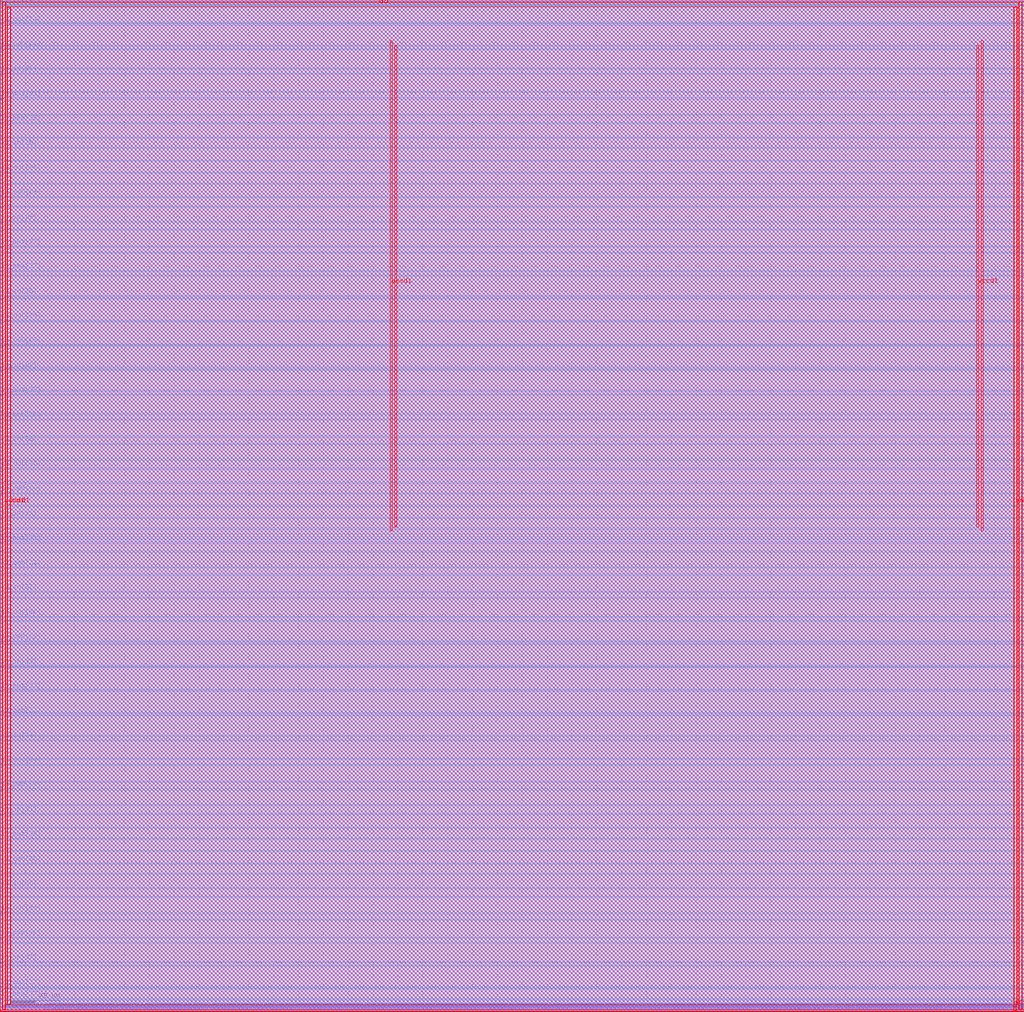
<source format=lef>
##
## LEF for PtnCells ;
## created by Innovus v20.10-p004_1 on Sun May 29 22:07:47 2022
##

VERSION 5.8 ;

BUSBITCHARS "[]" ;
DIVIDERCHAR "/" ;

MACRO user_proj_example
  CLASS BLOCK ;
  SIZE 823.860000 BY 814.640000 ;
  FOREIGN user_proj_example 0.000000 0.000000 ;
  ORIGIN 0 0 ;
  SYMMETRY X Y R90 ;
  PIN wb_clk_i
    DIRECTION INPUT ;
    USE SIGNAL ;
    ANTENNAMODEL OXIDE1 ;
    ANTENNAGATEAREA 0.852 LAYER met2  ;
    ANTENNAPARTIALMETALAREA 0.7462 LAYER met2  ;
    ANTENNAPARTIALMETALSIDEAREA 3.57 LAYER met2  ;
    ANTENNAPARTIALCUTAREA 0.04 LAYER via2  ;
    ANTENNAPARTIALMETALAREA 86.7636 LAYER met3  ;
    ANTENNAPARTIALMETALSIDEAREA 463.68 LAYER met3  ;
    ANTENNAGATEAREA 0.852 LAYER met3  ;
    ANTENNAMAXAREACAR 102.795 LAYER met3  ;
    ANTENNAMAXSIDEAREACAR 547.98 LAYER met3  ;
    ANTENNAMAXCUTCAR 0.107277 LAYER via3  ;
    PORT
      LAYER met2 ;
        RECT 1.615000 0.000000 1.755000 0.490000 ;
    END
  END wb_clk_i
  PIN wb_rst_i
    DIRECTION INPUT ;
    USE SIGNAL ;
    ANTENNAPARTIALMETALAREA 1.9504 LAYER met2  ;
    ANTENNAPARTIALMETALSIDEAREA 9.408 LAYER met2  ;
    ANTENNAMODEL OXIDE1 ;
    ANTENNAGATEAREA 0.126 LAYER met2  ;
    ANTENNAMAXAREACAR 19.0413 LAYER met2  ;
    ANTENNAMAXSIDEAREACAR 89.4643 LAYER met2  ;
    ANTENNAMAXCUTCAR 0.407937 LAYER via2  ;
    PORT
      LAYER met2 ;
        RECT 0.620000 0.000000 0.760000 0.490000 ;
    END
  END wb_rst_i
  PIN wbs_stb_i
    DIRECTION INPUT ;
    USE SIGNAL ;
    PORT
      LAYER met2 ;
        RECT 175.065000 0.000000 175.205000 0.490000 ;
    END
  END wbs_stb_i
  PIN wbs_cyc_i
    DIRECTION INPUT ;
    USE SIGNAL ;
    PORT
      LAYER met2 ;
        RECT 58.870000 0.000000 59.010000 0.490000 ;
    END
  END wbs_cyc_i
  PIN wbs_we_i
    DIRECTION INPUT ;
    USE SIGNAL ;
    PORT
      LAYER met2 ;
        RECT 176.750000 0.000000 176.890000 0.490000 ;
    END
  END wbs_we_i
  PIN wbs_sel_i[3]
    DIRECTION INPUT ;
    USE SIGNAL ;
    PORT
      LAYER met2 ;
        RECT 173.380000 0.000000 173.520000 0.490000 ;
    END
  END wbs_sel_i[3]
  PIN wbs_sel_i[2]
    DIRECTION INPUT ;
    USE SIGNAL ;
    PORT
      LAYER met2 ;
        RECT 171.700000 0.000000 171.840000 0.490000 ;
    END
  END wbs_sel_i[2]
  PIN wbs_sel_i[1]
    DIRECTION INPUT ;
    USE SIGNAL ;
    PORT
      LAYER met2 ;
        RECT 170.015000 0.000000 170.155000 0.490000 ;
    END
  END wbs_sel_i[1]
  PIN wbs_sel_i[0]
    DIRECTION INPUT ;
    USE SIGNAL ;
    PORT
      LAYER met2 ;
        RECT 168.330000 0.000000 168.470000 0.490000 ;
    END
  END wbs_sel_i[0]
  PIN wbs_dat_i[31]
    DIRECTION INPUT ;
    USE SIGNAL ;
    PORT
      LAYER met2 ;
        RECT 112.760000 0.000000 112.900000 0.490000 ;
    END
  END wbs_dat_i[31]
  PIN wbs_dat_i[30]
    DIRECTION INPUT ;
    USE SIGNAL ;
    PORT
      LAYER met2 ;
        RECT 111.075000 0.000000 111.215000 0.490000 ;
    END
  END wbs_dat_i[30]
  PIN wbs_dat_i[29]
    DIRECTION INPUT ;
    USE SIGNAL ;
    PORT
      LAYER met2 ;
        RECT 109.390000 0.000000 109.530000 0.490000 ;
    END
  END wbs_dat_i[29]
  PIN wbs_dat_i[28]
    DIRECTION INPUT ;
    USE SIGNAL ;
    PORT
      LAYER met2 ;
        RECT 107.705000 0.000000 107.845000 0.490000 ;
    END
  END wbs_dat_i[28]
  PIN wbs_dat_i[27]
    DIRECTION INPUT ;
    USE SIGNAL ;
    PORT
      LAYER met2 ;
        RECT 106.020000 0.000000 106.160000 0.490000 ;
    END
  END wbs_dat_i[27]
  PIN wbs_dat_i[26]
    DIRECTION INPUT ;
    USE SIGNAL ;
    PORT
      LAYER met2 ;
        RECT 104.340000 0.000000 104.480000 0.490000 ;
    END
  END wbs_dat_i[26]
  PIN wbs_dat_i[25]
    DIRECTION INPUT ;
    USE SIGNAL ;
    PORT
      LAYER met2 ;
        RECT 102.655000 0.000000 102.795000 0.490000 ;
    END
  END wbs_dat_i[25]
  PIN wbs_dat_i[24]
    DIRECTION INPUT ;
    USE SIGNAL ;
    PORT
      LAYER met2 ;
        RECT 100.970000 0.000000 101.110000 0.490000 ;
    END
  END wbs_dat_i[24]
  PIN wbs_dat_i[23]
    DIRECTION INPUT ;
    USE SIGNAL ;
    PORT
      LAYER met2 ;
        RECT 99.285000 0.000000 99.425000 0.490000 ;
    END
  END wbs_dat_i[23]
  PIN wbs_dat_i[22]
    DIRECTION INPUT ;
    USE SIGNAL ;
    PORT
      LAYER met2 ;
        RECT 97.600000 0.000000 97.740000 0.490000 ;
    END
  END wbs_dat_i[22]
  PIN wbs_dat_i[21]
    DIRECTION INPUT ;
    USE SIGNAL ;
    PORT
      LAYER met2 ;
        RECT 95.920000 0.000000 96.060000 0.490000 ;
    END
  END wbs_dat_i[21]
  PIN wbs_dat_i[20]
    DIRECTION INPUT ;
    USE SIGNAL ;
    PORT
      LAYER met2 ;
        RECT 94.235000 0.000000 94.375000 0.490000 ;
    END
  END wbs_dat_i[20]
  PIN wbs_dat_i[19]
    DIRECTION INPUT ;
    USE SIGNAL ;
    PORT
      LAYER met2 ;
        RECT 92.550000 0.000000 92.690000 0.490000 ;
    END
  END wbs_dat_i[19]
  PIN wbs_dat_i[18]
    DIRECTION INPUT ;
    USE SIGNAL ;
    PORT
      LAYER met2 ;
        RECT 90.865000 0.000000 91.005000 0.490000 ;
    END
  END wbs_dat_i[18]
  PIN wbs_dat_i[17]
    DIRECTION INPUT ;
    USE SIGNAL ;
    PORT
      LAYER met2 ;
        RECT 89.180000 0.000000 89.320000 0.490000 ;
    END
  END wbs_dat_i[17]
  PIN wbs_dat_i[16]
    DIRECTION INPUT ;
    USE SIGNAL ;
    PORT
      LAYER met2 ;
        RECT 87.500000 0.000000 87.640000 0.490000 ;
    END
  END wbs_dat_i[16]
  PIN wbs_dat_i[15]
    DIRECTION INPUT ;
    USE SIGNAL ;
    PORT
      LAYER met2 ;
        RECT 85.815000 0.000000 85.955000 0.490000 ;
    END
  END wbs_dat_i[15]
  PIN wbs_dat_i[14]
    DIRECTION INPUT ;
    USE SIGNAL ;
    PORT
      LAYER met2 ;
        RECT 84.130000 0.000000 84.270000 0.490000 ;
    END
  END wbs_dat_i[14]
  PIN wbs_dat_i[13]
    DIRECTION INPUT ;
    USE SIGNAL ;
    PORT
      LAYER met2 ;
        RECT 82.445000 0.000000 82.585000 0.490000 ;
    END
  END wbs_dat_i[13]
  PIN wbs_dat_i[12]
    DIRECTION INPUT ;
    USE SIGNAL ;
    PORT
      LAYER met2 ;
        RECT 80.760000 0.000000 80.900000 0.490000 ;
    END
  END wbs_dat_i[12]
  PIN wbs_dat_i[11]
    DIRECTION INPUT ;
    USE SIGNAL ;
    PORT
      LAYER met2 ;
        RECT 79.080000 0.000000 79.220000 0.490000 ;
    END
  END wbs_dat_i[11]
  PIN wbs_dat_i[10]
    DIRECTION INPUT ;
    USE SIGNAL ;
    PORT
      LAYER met2 ;
        RECT 77.395000 0.000000 77.535000 0.490000 ;
    END
  END wbs_dat_i[10]
  PIN wbs_dat_i[9]
    DIRECTION INPUT ;
    USE SIGNAL ;
    PORT
      LAYER met2 ;
        RECT 75.710000 0.000000 75.850000 0.490000 ;
    END
  END wbs_dat_i[9]
  PIN wbs_dat_i[8]
    DIRECTION INPUT ;
    USE SIGNAL ;
    PORT
      LAYER met2 ;
        RECT 74.025000 0.000000 74.165000 0.490000 ;
    END
  END wbs_dat_i[8]
  PIN wbs_dat_i[7]
    DIRECTION INPUT ;
    USE SIGNAL ;
    PORT
      LAYER met2 ;
        RECT 72.340000 0.000000 72.480000 0.490000 ;
    END
  END wbs_dat_i[7]
  PIN wbs_dat_i[6]
    DIRECTION INPUT ;
    USE SIGNAL ;
    PORT
      LAYER met2 ;
        RECT 70.660000 0.000000 70.800000 0.490000 ;
    END
  END wbs_dat_i[6]
  PIN wbs_dat_i[5]
    DIRECTION INPUT ;
    USE SIGNAL ;
    PORT
      LAYER met2 ;
        RECT 68.975000 0.000000 69.115000 0.490000 ;
    END
  END wbs_dat_i[5]
  PIN wbs_dat_i[4]
    DIRECTION INPUT ;
    USE SIGNAL ;
    PORT
      LAYER met2 ;
        RECT 67.290000 0.000000 67.430000 0.490000 ;
    END
  END wbs_dat_i[4]
  PIN wbs_dat_i[3]
    DIRECTION INPUT ;
    USE SIGNAL ;
    PORT
      LAYER met2 ;
        RECT 65.605000 0.000000 65.745000 0.490000 ;
    END
  END wbs_dat_i[3]
  PIN wbs_dat_i[2]
    DIRECTION INPUT ;
    USE SIGNAL ;
    PORT
      LAYER met2 ;
        RECT 63.920000 0.000000 64.060000 0.490000 ;
    END
  END wbs_dat_i[2]
  PIN wbs_dat_i[1]
    DIRECTION INPUT ;
    USE SIGNAL ;
    PORT
      LAYER met2 ;
        RECT 62.240000 0.000000 62.380000 0.490000 ;
    END
  END wbs_dat_i[1]
  PIN wbs_dat_i[0]
    DIRECTION INPUT ;
    USE SIGNAL ;
    PORT
      LAYER met2 ;
        RECT 60.555000 0.000000 60.695000 0.490000 ;
    END
  END wbs_dat_i[0]
  PIN wbs_adr_i[31]
    DIRECTION INPUT ;
    USE SIGNAL ;
    PORT
      LAYER met2 ;
        RECT 57.185000 0.000000 57.325000 0.490000 ;
    END
  END wbs_adr_i[31]
  PIN wbs_adr_i[30]
    DIRECTION INPUT ;
    USE SIGNAL ;
    PORT
      LAYER met2 ;
        RECT 55.500000 0.000000 55.640000 0.490000 ;
    END
  END wbs_adr_i[30]
  PIN wbs_adr_i[29]
    DIRECTION INPUT ;
    USE SIGNAL ;
    PORT
      LAYER met2 ;
        RECT 53.820000 0.000000 53.960000 0.490000 ;
    END
  END wbs_adr_i[29]
  PIN wbs_adr_i[28]
    DIRECTION INPUT ;
    USE SIGNAL ;
    PORT
      LAYER met2 ;
        RECT 52.135000 0.000000 52.275000 0.490000 ;
    END
  END wbs_adr_i[28]
  PIN wbs_adr_i[27]
    DIRECTION INPUT ;
    USE SIGNAL ;
    PORT
      LAYER met2 ;
        RECT 50.450000 0.000000 50.590000 0.490000 ;
    END
  END wbs_adr_i[27]
  PIN wbs_adr_i[26]
    DIRECTION INPUT ;
    USE SIGNAL ;
    PORT
      LAYER met2 ;
        RECT 48.765000 0.000000 48.905000 0.490000 ;
    END
  END wbs_adr_i[26]
  PIN wbs_adr_i[25]
    DIRECTION INPUT ;
    USE SIGNAL ;
    PORT
      LAYER met2 ;
        RECT 47.080000 0.000000 47.220000 0.490000 ;
    END
  END wbs_adr_i[25]
  PIN wbs_adr_i[24]
    DIRECTION INPUT ;
    USE SIGNAL ;
    PORT
      LAYER met2 ;
        RECT 45.400000 0.000000 45.540000 0.490000 ;
    END
  END wbs_adr_i[24]
  PIN wbs_adr_i[23]
    DIRECTION INPUT ;
    USE SIGNAL ;
    PORT
      LAYER met2 ;
        RECT 43.715000 0.000000 43.855000 0.490000 ;
    END
  END wbs_adr_i[23]
  PIN wbs_adr_i[22]
    DIRECTION INPUT ;
    USE SIGNAL ;
    PORT
      LAYER met2 ;
        RECT 42.030000 0.000000 42.170000 0.490000 ;
    END
  END wbs_adr_i[22]
  PIN wbs_adr_i[21]
    DIRECTION INPUT ;
    USE SIGNAL ;
    PORT
      LAYER met2 ;
        RECT 40.345000 0.000000 40.485000 0.490000 ;
    END
  END wbs_adr_i[21]
  PIN wbs_adr_i[20]
    DIRECTION INPUT ;
    USE SIGNAL ;
    PORT
      LAYER met2 ;
        RECT 38.660000 0.000000 38.800000 0.490000 ;
    END
  END wbs_adr_i[20]
  PIN wbs_adr_i[19]
    DIRECTION INPUT ;
    USE SIGNAL ;
    PORT
      LAYER met2 ;
        RECT 36.980000 0.000000 37.120000 0.490000 ;
    END
  END wbs_adr_i[19]
  PIN wbs_adr_i[18]
    DIRECTION INPUT ;
    USE SIGNAL ;
    PORT
      LAYER met2 ;
        RECT 35.295000 0.000000 35.435000 0.490000 ;
    END
  END wbs_adr_i[18]
  PIN wbs_adr_i[17]
    DIRECTION INPUT ;
    USE SIGNAL ;
    PORT
      LAYER met2 ;
        RECT 33.610000 0.000000 33.750000 0.490000 ;
    END
  END wbs_adr_i[17]
  PIN wbs_adr_i[16]
    DIRECTION INPUT ;
    USE SIGNAL ;
    PORT
      LAYER met2 ;
        RECT 31.925000 0.000000 32.065000 0.490000 ;
    END
  END wbs_adr_i[16]
  PIN wbs_adr_i[15]
    DIRECTION INPUT ;
    USE SIGNAL ;
    PORT
      LAYER met2 ;
        RECT 30.240000 0.000000 30.380000 0.490000 ;
    END
  END wbs_adr_i[15]
  PIN wbs_adr_i[14]
    DIRECTION INPUT ;
    USE SIGNAL ;
    PORT
      LAYER met2 ;
        RECT 28.560000 0.000000 28.700000 0.490000 ;
    END
  END wbs_adr_i[14]
  PIN wbs_adr_i[13]
    DIRECTION INPUT ;
    USE SIGNAL ;
    PORT
      LAYER met2 ;
        RECT 26.875000 0.000000 27.015000 0.490000 ;
    END
  END wbs_adr_i[13]
  PIN wbs_adr_i[12]
    DIRECTION INPUT ;
    USE SIGNAL ;
    PORT
      LAYER met2 ;
        RECT 25.190000 0.000000 25.330000 0.490000 ;
    END
  END wbs_adr_i[12]
  PIN wbs_adr_i[11]
    DIRECTION INPUT ;
    USE SIGNAL ;
    PORT
      LAYER met2 ;
        RECT 23.505000 0.000000 23.645000 0.490000 ;
    END
  END wbs_adr_i[11]
  PIN wbs_adr_i[10]
    DIRECTION INPUT ;
    USE SIGNAL ;
    PORT
      LAYER met2 ;
        RECT 21.820000 0.000000 21.960000 0.490000 ;
    END
  END wbs_adr_i[10]
  PIN wbs_adr_i[9]
    DIRECTION INPUT ;
    USE SIGNAL ;
    PORT
      LAYER met2 ;
        RECT 20.140000 0.000000 20.280000 0.490000 ;
    END
  END wbs_adr_i[9]
  PIN wbs_adr_i[8]
    DIRECTION INPUT ;
    USE SIGNAL ;
    PORT
      LAYER met2 ;
        RECT 18.455000 0.000000 18.595000 0.490000 ;
    END
  END wbs_adr_i[8]
  PIN wbs_adr_i[7]
    DIRECTION INPUT ;
    USE SIGNAL ;
    PORT
      LAYER met2 ;
        RECT 16.770000 0.000000 16.910000 0.490000 ;
    END
  END wbs_adr_i[7]
  PIN wbs_adr_i[6]
    DIRECTION INPUT ;
    USE SIGNAL ;
    PORT
      LAYER met2 ;
        RECT 15.085000 0.000000 15.225000 0.490000 ;
    END
  END wbs_adr_i[6]
  PIN wbs_adr_i[5]
    DIRECTION INPUT ;
    USE SIGNAL ;
    PORT
      LAYER met2 ;
        RECT 13.400000 0.000000 13.540000 0.490000 ;
    END
  END wbs_adr_i[5]
  PIN wbs_adr_i[4]
    DIRECTION INPUT ;
    USE SIGNAL ;
    PORT
      LAYER met2 ;
        RECT 11.720000 0.000000 11.860000 0.490000 ;
    END
  END wbs_adr_i[4]
  PIN wbs_adr_i[3]
    DIRECTION INPUT ;
    USE SIGNAL ;
    PORT
      LAYER met2 ;
        RECT 10.035000 0.000000 10.175000 0.490000 ;
    END
  END wbs_adr_i[3]
  PIN wbs_adr_i[2]
    DIRECTION INPUT ;
    USE SIGNAL ;
    PORT
      LAYER met2 ;
        RECT 8.350000 0.000000 8.490000 0.490000 ;
    END
  END wbs_adr_i[2]
  PIN wbs_adr_i[1]
    DIRECTION INPUT ;
    USE SIGNAL ;
    PORT
      LAYER met2 ;
        RECT 6.665000 0.000000 6.805000 0.490000 ;
    END
  END wbs_adr_i[1]
  PIN wbs_adr_i[0]
    DIRECTION INPUT ;
    USE SIGNAL ;
    PORT
      LAYER met2 ;
        RECT 4.980000 0.000000 5.120000 0.490000 ;
    END
  END wbs_adr_i[0]
  PIN wbs_ack_o
    DIRECTION OUTPUT ;
    USE SIGNAL ;
    ANTENNAPARTIALMETALAREA 10.9261 LAYER met2  ;
    ANTENNAPARTIALMETALSIDEAREA 54.4495 LAYER met2  ;
    ANTENNAPARTIALCUTAREA 0.04 LAYER via2  ;
    ANTENNAPARTIALMETALAREA 1.6873 LAYER met3  ;
    ANTENNAPARTIALMETALSIDEAREA 9.936 LAYER met3  ;
    ANTENNAPARTIALCUTAREA 0.04 LAYER via3  ;
    ANTENNAPARTIALMETALAREA 105.971 LAYER met4  ;
    ANTENNAPARTIALMETALSIDEAREA 565.6 LAYER met4  ;
    PORT
      LAYER met2 ;
        RECT 3.300000 0.000000 3.440000 0.490000 ;
    END
  END wbs_ack_o
  PIN wbs_dat_o[31]
    DIRECTION OUTPUT ;
    USE SIGNAL ;
    ANTENNAPARTIALMETALAREA 10.9261 LAYER met2  ;
    ANTENNAPARTIALMETALSIDEAREA 54.4495 LAYER met2  ;
    ANTENNAPARTIALCUTAREA 0.04 LAYER via2  ;
    ANTENNAPARTIALMETALAREA 1.6873 LAYER met3  ;
    ANTENNAPARTIALMETALSIDEAREA 9.936 LAYER met3  ;
    ANTENNAPARTIALCUTAREA 0.04 LAYER via3  ;
    ANTENNAPARTIALMETALAREA 105.971 LAYER met4  ;
    ANTENNAPARTIALMETALSIDEAREA 565.6 LAYER met4  ;
    PORT
      LAYER met2 ;
        RECT 166.645000 0.000000 166.785000 0.490000 ;
    END
  END wbs_dat_o[31]
  PIN wbs_dat_o[30]
    DIRECTION OUTPUT ;
    USE SIGNAL ;
    ANTENNAPARTIALMETALAREA 10.9359 LAYER met2  ;
    ANTENNAPARTIALMETALSIDEAREA 54.4985 LAYER met2  ;
    ANTENNAPARTIALCUTAREA 0.04 LAYER via2  ;
    ANTENNAPARTIALMETALAREA 1.6873 LAYER met3  ;
    ANTENNAPARTIALMETALSIDEAREA 9.936 LAYER met3  ;
    ANTENNAPARTIALCUTAREA 0.04 LAYER via3  ;
    ANTENNAPARTIALMETALAREA 105.971 LAYER met4  ;
    ANTENNAPARTIALMETALSIDEAREA 565.6 LAYER met4  ;
    PORT
      LAYER met2 ;
        RECT 164.960000 0.000000 165.100000 0.490000 ;
    END
  END wbs_dat_o[30]
  PIN wbs_dat_o[29]
    DIRECTION OUTPUT ;
    USE SIGNAL ;
    ANTENNAPARTIALMETALAREA 10.9359 LAYER met2  ;
    ANTENNAPARTIALMETALSIDEAREA 54.551 LAYER met2  ;
    ANTENNAPARTIALCUTAREA 0.04 LAYER via2  ;
    ANTENNAPARTIALMETALAREA 1.6873 LAYER met3  ;
    ANTENNAPARTIALMETALSIDEAREA 9.936 LAYER met3  ;
    ANTENNAPARTIALCUTAREA 0.04 LAYER via3  ;
    ANTENNAPARTIALMETALAREA 105.971 LAYER met4  ;
    ANTENNAPARTIALMETALSIDEAREA 565.6 LAYER met4  ;
    PORT
      LAYER met2 ;
        RECT 163.280000 0.000000 163.420000 0.490000 ;
    END
  END wbs_dat_o[29]
  PIN wbs_dat_o[28]
    DIRECTION OUTPUT ;
    USE SIGNAL ;
    ANTENNAPARTIALMETALAREA 10.9359 LAYER met2  ;
    ANTENNAPARTIALMETALSIDEAREA 54.551 LAYER met2  ;
    ANTENNAPARTIALCUTAREA 0.04 LAYER via2  ;
    ANTENNAPARTIALMETALAREA 1.6873 LAYER met3  ;
    ANTENNAPARTIALMETALSIDEAREA 9.936 LAYER met3  ;
    ANTENNAPARTIALCUTAREA 0.04 LAYER via3  ;
    ANTENNAPARTIALMETALAREA 105.971 LAYER met4  ;
    ANTENNAPARTIALMETALSIDEAREA 565.6 LAYER met4  ;
    PORT
      LAYER met2 ;
        RECT 161.595000 0.000000 161.735000 0.490000 ;
    END
  END wbs_dat_o[28]
  PIN wbs_dat_o[27]
    DIRECTION OUTPUT ;
    USE SIGNAL ;
    ANTENNAPARTIALMETALAREA 10.9359 LAYER met2  ;
    ANTENNAPARTIALMETALSIDEAREA 54.551 LAYER met2  ;
    ANTENNAPARTIALCUTAREA 0.04 LAYER via2  ;
    ANTENNAPARTIALMETALAREA 1.6873 LAYER met3  ;
    ANTENNAPARTIALMETALSIDEAREA 9.936 LAYER met3  ;
    ANTENNAPARTIALCUTAREA 0.04 LAYER via3  ;
    ANTENNAPARTIALMETALAREA 105.971 LAYER met4  ;
    ANTENNAPARTIALMETALSIDEAREA 565.6 LAYER met4  ;
    PORT
      LAYER met2 ;
        RECT 159.910000 0.000000 160.050000 0.490000 ;
    END
  END wbs_dat_o[27]
  PIN wbs_dat_o[26]
    DIRECTION OUTPUT ;
    USE SIGNAL ;
    ANTENNAPARTIALMETALAREA 10.9359 LAYER met2  ;
    ANTENNAPARTIALMETALSIDEAREA 54.551 LAYER met2  ;
    ANTENNAPARTIALCUTAREA 0.04 LAYER via2  ;
    ANTENNAPARTIALMETALAREA 1.6873 LAYER met3  ;
    ANTENNAPARTIALMETALSIDEAREA 9.936 LAYER met3  ;
    ANTENNAPARTIALCUTAREA 0.04 LAYER via3  ;
    ANTENNAPARTIALMETALAREA 105.971 LAYER met4  ;
    ANTENNAPARTIALMETALSIDEAREA 565.6 LAYER met4  ;
    PORT
      LAYER met2 ;
        RECT 158.225000 0.000000 158.365000 0.490000 ;
    END
  END wbs_dat_o[26]
  PIN wbs_dat_o[25]
    DIRECTION OUTPUT ;
    USE SIGNAL ;
    ANTENNAPARTIALMETALAREA 10.9359 LAYER met2  ;
    ANTENNAPARTIALMETALSIDEAREA 54.551 LAYER met2  ;
    ANTENNAPARTIALCUTAREA 0.04 LAYER via2  ;
    ANTENNAPARTIALMETALAREA 1.6873 LAYER met3  ;
    ANTENNAPARTIALMETALSIDEAREA 9.936 LAYER met3  ;
    ANTENNAPARTIALCUTAREA 0.04 LAYER via3  ;
    ANTENNAPARTIALMETALAREA 105.971 LAYER met4  ;
    ANTENNAPARTIALMETALSIDEAREA 565.6 LAYER met4  ;
    PORT
      LAYER met2 ;
        RECT 156.540000 0.000000 156.680000 0.490000 ;
    END
  END wbs_dat_o[25]
  PIN wbs_dat_o[24]
    DIRECTION OUTPUT ;
    USE SIGNAL ;
    ANTENNAPARTIALMETALAREA 10.9359 LAYER met2  ;
    ANTENNAPARTIALMETALSIDEAREA 54.551 LAYER met2  ;
    ANTENNAPARTIALCUTAREA 0.04 LAYER via2  ;
    ANTENNAPARTIALMETALAREA 1.6873 LAYER met3  ;
    ANTENNAPARTIALMETALSIDEAREA 9.936 LAYER met3  ;
    ANTENNAPARTIALCUTAREA 0.04 LAYER via3  ;
    ANTENNAPARTIALMETALAREA 105.971 LAYER met4  ;
    ANTENNAPARTIALMETALSIDEAREA 565.6 LAYER met4  ;
    PORT
      LAYER met2 ;
        RECT 154.860000 0.000000 155.000000 0.490000 ;
    END
  END wbs_dat_o[24]
  PIN wbs_dat_o[23]
    DIRECTION OUTPUT ;
    USE SIGNAL ;
    ANTENNAPARTIALMETALAREA 10.9359 LAYER met2  ;
    ANTENNAPARTIALMETALSIDEAREA 54.551 LAYER met2  ;
    ANTENNAPARTIALCUTAREA 0.04 LAYER via2  ;
    ANTENNAPARTIALMETALAREA 1.6873 LAYER met3  ;
    ANTENNAPARTIALMETALSIDEAREA 9.936 LAYER met3  ;
    ANTENNAPARTIALCUTAREA 0.04 LAYER via3  ;
    ANTENNAPARTIALMETALAREA 105.971 LAYER met4  ;
    ANTENNAPARTIALMETALSIDEAREA 565.6 LAYER met4  ;
    PORT
      LAYER met2 ;
        RECT 153.175000 0.000000 153.315000 0.490000 ;
    END
  END wbs_dat_o[23]
  PIN wbs_dat_o[22]
    DIRECTION OUTPUT ;
    USE SIGNAL ;
    ANTENNAPARTIALMETALAREA 10.9359 LAYER met2  ;
    ANTENNAPARTIALMETALSIDEAREA 54.551 LAYER met2  ;
    ANTENNAPARTIALCUTAREA 0.04 LAYER via2  ;
    ANTENNAPARTIALMETALAREA 1.6873 LAYER met3  ;
    ANTENNAPARTIALMETALSIDEAREA 9.936 LAYER met3  ;
    ANTENNAPARTIALCUTAREA 0.04 LAYER via3  ;
    ANTENNAPARTIALMETALAREA 105.971 LAYER met4  ;
    ANTENNAPARTIALMETALSIDEAREA 565.6 LAYER met4  ;
    PORT
      LAYER met2 ;
        RECT 151.490000 0.000000 151.630000 0.490000 ;
    END
  END wbs_dat_o[22]
  PIN wbs_dat_o[21]
    DIRECTION OUTPUT ;
    USE SIGNAL ;
    ANTENNAPARTIALMETALAREA 10.9359 LAYER met2  ;
    ANTENNAPARTIALMETALSIDEAREA 54.551 LAYER met2  ;
    ANTENNAPARTIALCUTAREA 0.04 LAYER via2  ;
    ANTENNAPARTIALMETALAREA 1.6873 LAYER met3  ;
    ANTENNAPARTIALMETALSIDEAREA 9.936 LAYER met3  ;
    ANTENNAPARTIALCUTAREA 0.04 LAYER via3  ;
    ANTENNAPARTIALMETALAREA 105.971 LAYER met4  ;
    ANTENNAPARTIALMETALSIDEAREA 565.6 LAYER met4  ;
    PORT
      LAYER met2 ;
        RECT 149.805000 0.000000 149.945000 0.490000 ;
    END
  END wbs_dat_o[21]
  PIN wbs_dat_o[20]
    DIRECTION OUTPUT ;
    USE SIGNAL ;
    ANTENNAPARTIALMETALAREA 10.9359 LAYER met2  ;
    ANTENNAPARTIALMETALSIDEAREA 54.4985 LAYER met2  ;
    ANTENNAPARTIALCUTAREA 0.04 LAYER via2  ;
    ANTENNAPARTIALMETALAREA 1.6873 LAYER met3  ;
    ANTENNAPARTIALMETALSIDEAREA 9.936 LAYER met3  ;
    ANTENNAPARTIALCUTAREA 0.04 LAYER via3  ;
    ANTENNAPARTIALMETALAREA 105.971 LAYER met4  ;
    ANTENNAPARTIALMETALSIDEAREA 565.6 LAYER met4  ;
    PORT
      LAYER met2 ;
        RECT 148.120000 0.000000 148.260000 0.490000 ;
    END
  END wbs_dat_o[20]
  PIN wbs_dat_o[19]
    DIRECTION OUTPUT ;
    USE SIGNAL ;
    ANTENNAPARTIALMETALAREA 10.9359 LAYER met2  ;
    ANTENNAPARTIALMETALSIDEAREA 54.551 LAYER met2  ;
    ANTENNAPARTIALCUTAREA 0.04 LAYER via2  ;
    ANTENNAPARTIALMETALAREA 1.6873 LAYER met3  ;
    ANTENNAPARTIALMETALSIDEAREA 9.936 LAYER met3  ;
    ANTENNAPARTIALCUTAREA 0.04 LAYER via3  ;
    ANTENNAPARTIALMETALAREA 105.971 LAYER met4  ;
    ANTENNAPARTIALMETALSIDEAREA 565.6 LAYER met4  ;
    PORT
      LAYER met2 ;
        RECT 146.440000 0.000000 146.580000 0.490000 ;
    END
  END wbs_dat_o[19]
  PIN wbs_dat_o[18]
    DIRECTION OUTPUT ;
    USE SIGNAL ;
    ANTENNAPARTIALMETALAREA 10.9359 LAYER met2  ;
    ANTENNAPARTIALMETALSIDEAREA 54.551 LAYER met2  ;
    ANTENNAPARTIALCUTAREA 0.04 LAYER via2  ;
    ANTENNAPARTIALMETALAREA 1.6873 LAYER met3  ;
    ANTENNAPARTIALMETALSIDEAREA 9.936 LAYER met3  ;
    ANTENNAPARTIALCUTAREA 0.04 LAYER via3  ;
    ANTENNAPARTIALMETALAREA 105.971 LAYER met4  ;
    ANTENNAPARTIALMETALSIDEAREA 565.6 LAYER met4  ;
    PORT
      LAYER met2 ;
        RECT 144.755000 0.000000 144.895000 0.490000 ;
    END
  END wbs_dat_o[18]
  PIN wbs_dat_o[17]
    DIRECTION OUTPUT ;
    USE SIGNAL ;
    ANTENNAPARTIALMETALAREA 10.9359 LAYER met2  ;
    ANTENNAPARTIALMETALSIDEAREA 54.4985 LAYER met2  ;
    ANTENNAPARTIALCUTAREA 0.04 LAYER via2  ;
    ANTENNAPARTIALMETALAREA 1.6873 LAYER met3  ;
    ANTENNAPARTIALMETALSIDEAREA 9.936 LAYER met3  ;
    ANTENNAPARTIALCUTAREA 0.04 LAYER via3  ;
    ANTENNAPARTIALMETALAREA 105.971 LAYER met4  ;
    ANTENNAPARTIALMETALSIDEAREA 565.6 LAYER met4  ;
    PORT
      LAYER met2 ;
        RECT 143.070000 0.000000 143.210000 0.490000 ;
    END
  END wbs_dat_o[17]
  PIN wbs_dat_o[16]
    DIRECTION OUTPUT ;
    USE SIGNAL ;
    ANTENNAPARTIALMETALAREA 10.9359 LAYER met2  ;
    ANTENNAPARTIALMETALSIDEAREA 54.4985 LAYER met2  ;
    ANTENNAPARTIALCUTAREA 0.04 LAYER via2  ;
    ANTENNAPARTIALMETALAREA 1.6873 LAYER met3  ;
    ANTENNAPARTIALMETALSIDEAREA 9.936 LAYER met3  ;
    ANTENNAPARTIALCUTAREA 0.04 LAYER via3  ;
    ANTENNAPARTIALMETALAREA 105.971 LAYER met4  ;
    ANTENNAPARTIALMETALSIDEAREA 565.6 LAYER met4  ;
    PORT
      LAYER met2 ;
        RECT 141.385000 0.000000 141.525000 0.490000 ;
    END
  END wbs_dat_o[16]
  PIN wbs_dat_o[15]
    DIRECTION OUTPUT ;
    USE SIGNAL ;
    ANTENNAPARTIALMETALAREA 10.9359 LAYER met2  ;
    ANTENNAPARTIALMETALSIDEAREA 54.4985 LAYER met2  ;
    ANTENNAPARTIALCUTAREA 0.04 LAYER via2  ;
    ANTENNAPARTIALMETALAREA 1.6873 LAYER met3  ;
    ANTENNAPARTIALMETALSIDEAREA 9.936 LAYER met3  ;
    ANTENNAPARTIALCUTAREA 0.04 LAYER via3  ;
    ANTENNAPARTIALMETALAREA 105.971 LAYER met4  ;
    ANTENNAPARTIALMETALSIDEAREA 565.6 LAYER met4  ;
    PORT
      LAYER met2 ;
        RECT 139.700000 0.000000 139.840000 0.490000 ;
    END
  END wbs_dat_o[15]
  PIN wbs_dat_o[14]
    DIRECTION OUTPUT ;
    USE SIGNAL ;
    ANTENNAPARTIALMETALAREA 10.9359 LAYER met2  ;
    ANTENNAPARTIALMETALSIDEAREA 54.551 LAYER met2  ;
    ANTENNAPARTIALCUTAREA 0.04 LAYER via2  ;
    ANTENNAPARTIALMETALAREA 1.6873 LAYER met3  ;
    ANTENNAPARTIALMETALSIDEAREA 9.936 LAYER met3  ;
    ANTENNAPARTIALCUTAREA 0.04 LAYER via3  ;
    ANTENNAPARTIALMETALAREA 105.971 LAYER met4  ;
    ANTENNAPARTIALMETALSIDEAREA 565.6 LAYER met4  ;
    PORT
      LAYER met2 ;
        RECT 138.020000 0.000000 138.160000 0.490000 ;
    END
  END wbs_dat_o[14]
  PIN wbs_dat_o[13]
    DIRECTION OUTPUT ;
    USE SIGNAL ;
    ANTENNAPARTIALMETALAREA 10.9359 LAYER met2  ;
    ANTENNAPARTIALMETALSIDEAREA 54.551 LAYER met2  ;
    ANTENNAPARTIALCUTAREA 0.04 LAYER via2  ;
    ANTENNAPARTIALMETALAREA 1.6873 LAYER met3  ;
    ANTENNAPARTIALMETALSIDEAREA 9.936 LAYER met3  ;
    ANTENNAPARTIALCUTAREA 0.04 LAYER via3  ;
    ANTENNAPARTIALMETALAREA 105.971 LAYER met4  ;
    ANTENNAPARTIALMETALSIDEAREA 565.6 LAYER met4  ;
    PORT
      LAYER met2 ;
        RECT 136.335000 0.000000 136.475000 0.490000 ;
    END
  END wbs_dat_o[13]
  PIN wbs_dat_o[12]
    DIRECTION OUTPUT ;
    USE SIGNAL ;
    ANTENNAPARTIALMETALAREA 10.9359 LAYER met2  ;
    ANTENNAPARTIALMETALSIDEAREA 54.551 LAYER met2  ;
    ANTENNAPARTIALCUTAREA 0.04 LAYER via2  ;
    ANTENNAPARTIALMETALAREA 1.6873 LAYER met3  ;
    ANTENNAPARTIALMETALSIDEAREA 9.936 LAYER met3  ;
    ANTENNAPARTIALCUTAREA 0.04 LAYER via3  ;
    ANTENNAPARTIALMETALAREA 105.971 LAYER met4  ;
    ANTENNAPARTIALMETALSIDEAREA 565.6 LAYER met4  ;
    PORT
      LAYER met2 ;
        RECT 134.650000 0.000000 134.790000 0.490000 ;
    END
  END wbs_dat_o[12]
  PIN wbs_dat_o[11]
    DIRECTION OUTPUT ;
    USE SIGNAL ;
    ANTENNAPARTIALMETALAREA 10.9359 LAYER met2  ;
    ANTENNAPARTIALMETALSIDEAREA 54.4985 LAYER met2  ;
    ANTENNAPARTIALCUTAREA 0.04 LAYER via2  ;
    ANTENNAPARTIALMETALAREA 1.6873 LAYER met3  ;
    ANTENNAPARTIALMETALSIDEAREA 9.936 LAYER met3  ;
    ANTENNAPARTIALCUTAREA 0.04 LAYER via3  ;
    ANTENNAPARTIALMETALAREA 105.971 LAYER met4  ;
    ANTENNAPARTIALMETALSIDEAREA 565.6 LAYER met4  ;
    PORT
      LAYER met2 ;
        RECT 132.965000 0.000000 133.105000 0.490000 ;
    END
  END wbs_dat_o[11]
  PIN wbs_dat_o[10]
    DIRECTION OUTPUT ;
    USE SIGNAL ;
    ANTENNAPARTIALMETALAREA 10.9359 LAYER met2  ;
    ANTENNAPARTIALMETALSIDEAREA 54.4985 LAYER met2  ;
    ANTENNAPARTIALCUTAREA 0.04 LAYER via2  ;
    ANTENNAPARTIALMETALAREA 1.6873 LAYER met3  ;
    ANTENNAPARTIALMETALSIDEAREA 9.936 LAYER met3  ;
    ANTENNAPARTIALCUTAREA 0.04 LAYER via3  ;
    ANTENNAPARTIALMETALAREA 105.971 LAYER met4  ;
    ANTENNAPARTIALMETALSIDEAREA 565.6 LAYER met4  ;
    PORT
      LAYER met2 ;
        RECT 131.280000 0.000000 131.420000 0.490000 ;
    END
  END wbs_dat_o[10]
  PIN wbs_dat_o[9]
    DIRECTION OUTPUT ;
    USE SIGNAL ;
    ANTENNAPARTIALMETALAREA 10.9359 LAYER met2  ;
    ANTENNAPARTIALMETALSIDEAREA 54.551 LAYER met2  ;
    ANTENNAPARTIALCUTAREA 0.04 LAYER via2  ;
    ANTENNAPARTIALMETALAREA 1.6873 LAYER met3  ;
    ANTENNAPARTIALMETALSIDEAREA 9.936 LAYER met3  ;
    ANTENNAPARTIALCUTAREA 0.04 LAYER via3  ;
    ANTENNAPARTIALMETALAREA 105.971 LAYER met4  ;
    ANTENNAPARTIALMETALSIDEAREA 565.6 LAYER met4  ;
    PORT
      LAYER met2 ;
        RECT 129.600000 0.000000 129.740000 0.490000 ;
    END
  END wbs_dat_o[9]
  PIN wbs_dat_o[8]
    DIRECTION OUTPUT ;
    USE SIGNAL ;
    ANTENNAPARTIALMETALAREA 10.9359 LAYER met2  ;
    ANTENNAPARTIALMETALSIDEAREA 54.4985 LAYER met2  ;
    ANTENNAPARTIALCUTAREA 0.04 LAYER via2  ;
    ANTENNAPARTIALMETALAREA 1.6873 LAYER met3  ;
    ANTENNAPARTIALMETALSIDEAREA 9.936 LAYER met3  ;
    ANTENNAPARTIALCUTAREA 0.04 LAYER via3  ;
    ANTENNAPARTIALMETALAREA 105.971 LAYER met4  ;
    ANTENNAPARTIALMETALSIDEAREA 565.6 LAYER met4  ;
    PORT
      LAYER met2 ;
        RECT 127.915000 0.000000 128.055000 0.490000 ;
    END
  END wbs_dat_o[8]
  PIN wbs_dat_o[7]
    DIRECTION OUTPUT ;
    USE SIGNAL ;
    ANTENNAPARTIALMETALAREA 10.9359 LAYER met2  ;
    ANTENNAPARTIALMETALSIDEAREA 54.4985 LAYER met2  ;
    ANTENNAPARTIALCUTAREA 0.04 LAYER via2  ;
    ANTENNAPARTIALMETALAREA 1.6873 LAYER met3  ;
    ANTENNAPARTIALMETALSIDEAREA 9.936 LAYER met3  ;
    ANTENNAPARTIALCUTAREA 0.04 LAYER via3  ;
    ANTENNAPARTIALMETALAREA 105.971 LAYER met4  ;
    ANTENNAPARTIALMETALSIDEAREA 565.6 LAYER met4  ;
    PORT
      LAYER met2 ;
        RECT 126.230000 0.000000 126.370000 0.490000 ;
    END
  END wbs_dat_o[7]
  PIN wbs_dat_o[6]
    DIRECTION OUTPUT ;
    USE SIGNAL ;
    ANTENNAPARTIALMETALAREA 10.9359 LAYER met2  ;
    ANTENNAPARTIALMETALSIDEAREA 54.4985 LAYER met2  ;
    ANTENNAPARTIALCUTAREA 0.04 LAYER via2  ;
    ANTENNAPARTIALMETALAREA 1.6873 LAYER met3  ;
    ANTENNAPARTIALMETALSIDEAREA 9.936 LAYER met3  ;
    ANTENNAPARTIALCUTAREA 0.04 LAYER via3  ;
    ANTENNAPARTIALMETALAREA 105.971 LAYER met4  ;
    ANTENNAPARTIALMETALSIDEAREA 565.6 LAYER met4  ;
    PORT
      LAYER met2 ;
        RECT 124.545000 0.000000 124.685000 0.490000 ;
    END
  END wbs_dat_o[6]
  PIN wbs_dat_o[5]
    DIRECTION OUTPUT ;
    USE SIGNAL ;
    ANTENNAPARTIALMETALAREA 10.9359 LAYER met2  ;
    ANTENNAPARTIALMETALSIDEAREA 54.551 LAYER met2  ;
    ANTENNAPARTIALCUTAREA 0.04 LAYER via2  ;
    ANTENNAPARTIALMETALAREA 1.6873 LAYER met3  ;
    ANTENNAPARTIALMETALSIDEAREA 9.936 LAYER met3  ;
    ANTENNAPARTIALCUTAREA 0.04 LAYER via3  ;
    ANTENNAPARTIALMETALAREA 105.971 LAYER met4  ;
    ANTENNAPARTIALMETALSIDEAREA 565.6 LAYER met4  ;
    PORT
      LAYER met2 ;
        RECT 122.860000 0.000000 123.000000 0.490000 ;
    END
  END wbs_dat_o[5]
  PIN wbs_dat_o[4]
    DIRECTION OUTPUT ;
    USE SIGNAL ;
    ANTENNAPARTIALMETALAREA 10.9359 LAYER met2  ;
    ANTENNAPARTIALMETALSIDEAREA 54.551 LAYER met2  ;
    ANTENNAPARTIALCUTAREA 0.04 LAYER via2  ;
    ANTENNAPARTIALMETALAREA 1.6873 LAYER met3  ;
    ANTENNAPARTIALMETALSIDEAREA 9.936 LAYER met3  ;
    ANTENNAPARTIALCUTAREA 0.04 LAYER via3  ;
    ANTENNAPARTIALMETALAREA 105.971 LAYER met4  ;
    ANTENNAPARTIALMETALSIDEAREA 565.6 LAYER met4  ;
    PORT
      LAYER met2 ;
        RECT 121.180000 0.000000 121.320000 0.490000 ;
    END
  END wbs_dat_o[4]
  PIN wbs_dat_o[3]
    DIRECTION OUTPUT ;
    USE SIGNAL ;
    ANTENNAPARTIALMETALAREA 10.9359 LAYER met2  ;
    ANTENNAPARTIALMETALSIDEAREA 54.4985 LAYER met2  ;
    ANTENNAPARTIALCUTAREA 0.04 LAYER via2  ;
    ANTENNAPARTIALMETALAREA 1.6873 LAYER met3  ;
    ANTENNAPARTIALMETALSIDEAREA 9.936 LAYER met3  ;
    ANTENNAPARTIALCUTAREA 0.04 LAYER via3  ;
    ANTENNAPARTIALMETALAREA 105.971 LAYER met4  ;
    ANTENNAPARTIALMETALSIDEAREA 565.6 LAYER met4  ;
    PORT
      LAYER met2 ;
        RECT 119.495000 0.000000 119.635000 0.490000 ;
    END
  END wbs_dat_o[3]
  PIN wbs_dat_o[2]
    DIRECTION OUTPUT ;
    USE SIGNAL ;
    ANTENNAPARTIALMETALAREA 10.9359 LAYER met2  ;
    ANTENNAPARTIALMETALSIDEAREA 54.551 LAYER met2  ;
    ANTENNAPARTIALCUTAREA 0.04 LAYER via2  ;
    ANTENNAPARTIALMETALAREA 1.6873 LAYER met3  ;
    ANTENNAPARTIALMETALSIDEAREA 9.936 LAYER met3  ;
    ANTENNAPARTIALCUTAREA 0.04 LAYER via3  ;
    ANTENNAPARTIALMETALAREA 105.971 LAYER met4  ;
    ANTENNAPARTIALMETALSIDEAREA 565.6 LAYER met4  ;
    PORT
      LAYER met2 ;
        RECT 117.810000 0.000000 117.950000 0.490000 ;
    END
  END wbs_dat_o[2]
  PIN wbs_dat_o[1]
    DIRECTION OUTPUT ;
    USE SIGNAL ;
    ANTENNAPARTIALMETALAREA 10.9359 LAYER met2  ;
    ANTENNAPARTIALMETALSIDEAREA 54.4985 LAYER met2  ;
    ANTENNAPARTIALCUTAREA 0.04 LAYER via2  ;
    ANTENNAPARTIALMETALAREA 1.6873 LAYER met3  ;
    ANTENNAPARTIALMETALSIDEAREA 9.936 LAYER met3  ;
    ANTENNAPARTIALCUTAREA 0.04 LAYER via3  ;
    ANTENNAPARTIALMETALAREA 105.971 LAYER met4  ;
    ANTENNAPARTIALMETALSIDEAREA 565.6 LAYER met4  ;
    PORT
      LAYER met2 ;
        RECT 116.125000 0.000000 116.265000 0.490000 ;
    END
  END wbs_dat_o[1]
  PIN wbs_dat_o[0]
    DIRECTION OUTPUT ;
    USE SIGNAL ;
    ANTENNAPARTIALMETALAREA 10.9163 LAYER met2  ;
    ANTENNAPARTIALMETALSIDEAREA 54.3025 LAYER met2  ;
    ANTENNAPARTIALCUTAREA 0.04 LAYER via2  ;
    ANTENNAPARTIALMETALAREA 1.6873 LAYER met3  ;
    ANTENNAPARTIALMETALSIDEAREA 9.936 LAYER met3  ;
    ANTENNAPARTIALCUTAREA 0.04 LAYER via3  ;
    ANTENNAPARTIALMETALAREA 105.971 LAYER met4  ;
    ANTENNAPARTIALMETALSIDEAREA 565.6 LAYER met4  ;
    PORT
      LAYER met2 ;
        RECT 114.440000 0.000000 114.580000 0.490000 ;
    END
  END wbs_dat_o[0]
  PIN la_data_in[127]
    DIRECTION INPUT ;
    USE SIGNAL ;
    PORT
      LAYER met2 ;
        RECT 392.300000 0.000000 392.440000 0.490000 ;
    END
  END la_data_in[127]
  PIN la_data_in[126]
    DIRECTION INPUT ;
    USE SIGNAL ;
    PORT
      LAYER met2 ;
        RECT 390.620000 0.000000 390.760000 0.490000 ;
    END
  END la_data_in[126]
  PIN la_data_in[125]
    DIRECTION INPUT ;
    USE SIGNAL ;
    PORT
      LAYER met2 ;
        RECT 388.935000 0.000000 389.075000 0.490000 ;
    END
  END la_data_in[125]
  PIN la_data_in[124]
    DIRECTION INPUT ;
    USE SIGNAL ;
    PORT
      LAYER met2 ;
        RECT 387.250000 0.000000 387.390000 0.490000 ;
    END
  END la_data_in[124]
  PIN la_data_in[123]
    DIRECTION INPUT ;
    USE SIGNAL ;
    PORT
      LAYER met2 ;
        RECT 385.565000 0.000000 385.705000 0.490000 ;
    END
  END la_data_in[123]
  PIN la_data_in[122]
    DIRECTION INPUT ;
    USE SIGNAL ;
    PORT
      LAYER met2 ;
        RECT 383.880000 0.000000 384.020000 0.490000 ;
    END
  END la_data_in[122]
  PIN la_data_in[121]
    DIRECTION INPUT ;
    USE SIGNAL ;
    PORT
      LAYER met2 ;
        RECT 382.200000 0.000000 382.340000 0.490000 ;
    END
  END la_data_in[121]
  PIN la_data_in[120]
    DIRECTION INPUT ;
    USE SIGNAL ;
    PORT
      LAYER met2 ;
        RECT 380.515000 0.000000 380.655000 0.490000 ;
    END
  END la_data_in[120]
  PIN la_data_in[119]
    DIRECTION INPUT ;
    USE SIGNAL ;
    PORT
      LAYER met2 ;
        RECT 378.830000 0.000000 378.970000 0.490000 ;
    END
  END la_data_in[119]
  PIN la_data_in[118]
    DIRECTION INPUT ;
    USE SIGNAL ;
    PORT
      LAYER met2 ;
        RECT 377.145000 0.000000 377.285000 0.490000 ;
    END
  END la_data_in[118]
  PIN la_data_in[117]
    DIRECTION INPUT ;
    USE SIGNAL ;
    PORT
      LAYER met2 ;
        RECT 375.460000 0.000000 375.600000 0.490000 ;
    END
  END la_data_in[117]
  PIN la_data_in[116]
    DIRECTION INPUT ;
    USE SIGNAL ;
    PORT
      LAYER met2 ;
        RECT 373.780000 0.000000 373.920000 0.490000 ;
    END
  END la_data_in[116]
  PIN la_data_in[115]
    DIRECTION INPUT ;
    USE SIGNAL ;
    PORT
      LAYER met2 ;
        RECT 372.095000 0.000000 372.235000 0.490000 ;
    END
  END la_data_in[115]
  PIN la_data_in[114]
    DIRECTION INPUT ;
    USE SIGNAL ;
    PORT
      LAYER met2 ;
        RECT 370.410000 0.000000 370.550000 0.490000 ;
    END
  END la_data_in[114]
  PIN la_data_in[113]
    DIRECTION INPUT ;
    USE SIGNAL ;
    PORT
      LAYER met2 ;
        RECT 368.725000 0.000000 368.865000 0.490000 ;
    END
  END la_data_in[113]
  PIN la_data_in[112]
    DIRECTION INPUT ;
    USE SIGNAL ;
    PORT
      LAYER met2 ;
        RECT 367.040000 0.000000 367.180000 0.490000 ;
    END
  END la_data_in[112]
  PIN la_data_in[111]
    DIRECTION INPUT ;
    USE SIGNAL ;
    PORT
      LAYER met2 ;
        RECT 365.360000 0.000000 365.500000 0.490000 ;
    END
  END la_data_in[111]
  PIN la_data_in[110]
    DIRECTION INPUT ;
    USE SIGNAL ;
    PORT
      LAYER met2 ;
        RECT 363.675000 0.000000 363.815000 0.490000 ;
    END
  END la_data_in[110]
  PIN la_data_in[109]
    DIRECTION INPUT ;
    USE SIGNAL ;
    PORT
      LAYER met2 ;
        RECT 361.990000 0.000000 362.130000 0.490000 ;
    END
  END la_data_in[109]
  PIN la_data_in[108]
    DIRECTION INPUT ;
    USE SIGNAL ;
    PORT
      LAYER met2 ;
        RECT 360.305000 0.000000 360.445000 0.490000 ;
    END
  END la_data_in[108]
  PIN la_data_in[107]
    DIRECTION INPUT ;
    USE SIGNAL ;
    PORT
      LAYER met2 ;
        RECT 358.620000 0.000000 358.760000 0.490000 ;
    END
  END la_data_in[107]
  PIN la_data_in[106]
    DIRECTION INPUT ;
    USE SIGNAL ;
    PORT
      LAYER met2 ;
        RECT 356.940000 0.000000 357.080000 0.490000 ;
    END
  END la_data_in[106]
  PIN la_data_in[105]
    DIRECTION INPUT ;
    USE SIGNAL ;
    PORT
      LAYER met2 ;
        RECT 355.255000 0.000000 355.395000 0.490000 ;
    END
  END la_data_in[105]
  PIN la_data_in[104]
    DIRECTION INPUT ;
    USE SIGNAL ;
    PORT
      LAYER met2 ;
        RECT 353.570000 0.000000 353.710000 0.490000 ;
    END
  END la_data_in[104]
  PIN la_data_in[103]
    DIRECTION INPUT ;
    USE SIGNAL ;
    PORT
      LAYER met2 ;
        RECT 351.885000 0.000000 352.025000 0.490000 ;
    END
  END la_data_in[103]
  PIN la_data_in[102]
    DIRECTION INPUT ;
    USE SIGNAL ;
    PORT
      LAYER met2 ;
        RECT 350.200000 0.000000 350.340000 0.490000 ;
    END
  END la_data_in[102]
  PIN la_data_in[101]
    DIRECTION INPUT ;
    USE SIGNAL ;
    PORT
      LAYER met2 ;
        RECT 348.520000 0.000000 348.660000 0.490000 ;
    END
  END la_data_in[101]
  PIN la_data_in[100]
    DIRECTION INPUT ;
    USE SIGNAL ;
    PORT
      LAYER met2 ;
        RECT 346.835000 0.000000 346.975000 0.490000 ;
    END
  END la_data_in[100]
  PIN la_data_in[99]
    DIRECTION INPUT ;
    USE SIGNAL ;
    PORT
      LAYER met2 ;
        RECT 345.150000 0.000000 345.290000 0.490000 ;
    END
  END la_data_in[99]
  PIN la_data_in[98]
    DIRECTION INPUT ;
    USE SIGNAL ;
    PORT
      LAYER met2 ;
        RECT 343.465000 0.000000 343.605000 0.490000 ;
    END
  END la_data_in[98]
  PIN la_data_in[97]
    DIRECTION INPUT ;
    USE SIGNAL ;
    PORT
      LAYER met2 ;
        RECT 341.780000 0.000000 341.920000 0.490000 ;
    END
  END la_data_in[97]
  PIN la_data_in[96]
    DIRECTION INPUT ;
    USE SIGNAL ;
    PORT
      LAYER met2 ;
        RECT 340.100000 0.000000 340.240000 0.490000 ;
    END
  END la_data_in[96]
  PIN la_data_in[95]
    DIRECTION INPUT ;
    USE SIGNAL ;
    PORT
      LAYER met2 ;
        RECT 338.415000 0.000000 338.555000 0.490000 ;
    END
  END la_data_in[95]
  PIN la_data_in[94]
    DIRECTION INPUT ;
    USE SIGNAL ;
    PORT
      LAYER met2 ;
        RECT 336.730000 0.000000 336.870000 0.490000 ;
    END
  END la_data_in[94]
  PIN la_data_in[93]
    DIRECTION INPUT ;
    USE SIGNAL ;
    PORT
      LAYER met2 ;
        RECT 335.045000 0.000000 335.185000 0.490000 ;
    END
  END la_data_in[93]
  PIN la_data_in[92]
    DIRECTION INPUT ;
    USE SIGNAL ;
    PORT
      LAYER met2 ;
        RECT 333.360000 0.000000 333.500000 0.490000 ;
    END
  END la_data_in[92]
  PIN la_data_in[91]
    DIRECTION INPUT ;
    USE SIGNAL ;
    PORT
      LAYER met2 ;
        RECT 331.680000 0.000000 331.820000 0.490000 ;
    END
  END la_data_in[91]
  PIN la_data_in[90]
    DIRECTION INPUT ;
    USE SIGNAL ;
    PORT
      LAYER met2 ;
        RECT 329.995000 0.000000 330.135000 0.490000 ;
    END
  END la_data_in[90]
  PIN la_data_in[89]
    DIRECTION INPUT ;
    USE SIGNAL ;
    PORT
      LAYER met2 ;
        RECT 328.310000 0.000000 328.450000 0.490000 ;
    END
  END la_data_in[89]
  PIN la_data_in[88]
    DIRECTION INPUT ;
    USE SIGNAL ;
    PORT
      LAYER met2 ;
        RECT 326.625000 0.000000 326.765000 0.490000 ;
    END
  END la_data_in[88]
  PIN la_data_in[87]
    DIRECTION INPUT ;
    USE SIGNAL ;
    PORT
      LAYER met2 ;
        RECT 324.940000 0.000000 325.080000 0.490000 ;
    END
  END la_data_in[87]
  PIN la_data_in[86]
    DIRECTION INPUT ;
    USE SIGNAL ;
    PORT
      LAYER met2 ;
        RECT 323.260000 0.000000 323.400000 0.490000 ;
    END
  END la_data_in[86]
  PIN la_data_in[85]
    DIRECTION INPUT ;
    USE SIGNAL ;
    PORT
      LAYER met2 ;
        RECT 321.575000 0.000000 321.715000 0.490000 ;
    END
  END la_data_in[85]
  PIN la_data_in[84]
    DIRECTION INPUT ;
    USE SIGNAL ;
    PORT
      LAYER met2 ;
        RECT 319.890000 0.000000 320.030000 0.490000 ;
    END
  END la_data_in[84]
  PIN la_data_in[83]
    DIRECTION INPUT ;
    USE SIGNAL ;
    PORT
      LAYER met2 ;
        RECT 318.205000 0.000000 318.345000 0.490000 ;
    END
  END la_data_in[83]
  PIN la_data_in[82]
    DIRECTION INPUT ;
    USE SIGNAL ;
    PORT
      LAYER met2 ;
        RECT 316.520000 0.000000 316.660000 0.490000 ;
    END
  END la_data_in[82]
  PIN la_data_in[81]
    DIRECTION INPUT ;
    USE SIGNAL ;
    PORT
      LAYER met2 ;
        RECT 314.840000 0.000000 314.980000 0.490000 ;
    END
  END la_data_in[81]
  PIN la_data_in[80]
    DIRECTION INPUT ;
    USE SIGNAL ;
    PORT
      LAYER met2 ;
        RECT 313.155000 0.000000 313.295000 0.490000 ;
    END
  END la_data_in[80]
  PIN la_data_in[79]
    DIRECTION INPUT ;
    USE SIGNAL ;
    PORT
      LAYER met2 ;
        RECT 311.470000 0.000000 311.610000 0.490000 ;
    END
  END la_data_in[79]
  PIN la_data_in[78]
    DIRECTION INPUT ;
    USE SIGNAL ;
    PORT
      LAYER met2 ;
        RECT 309.785000 0.000000 309.925000 0.490000 ;
    END
  END la_data_in[78]
  PIN la_data_in[77]
    DIRECTION INPUT ;
    USE SIGNAL ;
    PORT
      LAYER met2 ;
        RECT 308.100000 0.000000 308.240000 0.490000 ;
    END
  END la_data_in[77]
  PIN la_data_in[76]
    DIRECTION INPUT ;
    USE SIGNAL ;
    PORT
      LAYER met2 ;
        RECT 306.420000 0.000000 306.560000 0.490000 ;
    END
  END la_data_in[76]
  PIN la_data_in[75]
    DIRECTION INPUT ;
    USE SIGNAL ;
    PORT
      LAYER met2 ;
        RECT 304.735000 0.000000 304.875000 0.490000 ;
    END
  END la_data_in[75]
  PIN la_data_in[74]
    DIRECTION INPUT ;
    USE SIGNAL ;
    PORT
      LAYER met2 ;
        RECT 303.050000 0.000000 303.190000 0.490000 ;
    END
  END la_data_in[74]
  PIN la_data_in[73]
    DIRECTION INPUT ;
    USE SIGNAL ;
    PORT
      LAYER met2 ;
        RECT 301.365000 0.000000 301.505000 0.490000 ;
    END
  END la_data_in[73]
  PIN la_data_in[72]
    DIRECTION INPUT ;
    USE SIGNAL ;
    PORT
      LAYER met2 ;
        RECT 299.680000 0.000000 299.820000 0.490000 ;
    END
  END la_data_in[72]
  PIN la_data_in[71]
    DIRECTION INPUT ;
    USE SIGNAL ;
    PORT
      LAYER met2 ;
        RECT 298.000000 0.000000 298.140000 0.490000 ;
    END
  END la_data_in[71]
  PIN la_data_in[70]
    DIRECTION INPUT ;
    USE SIGNAL ;
    PORT
      LAYER met2 ;
        RECT 296.315000 0.000000 296.455000 0.490000 ;
    END
  END la_data_in[70]
  PIN la_data_in[69]
    DIRECTION INPUT ;
    USE SIGNAL ;
    PORT
      LAYER met2 ;
        RECT 294.630000 0.000000 294.770000 0.490000 ;
    END
  END la_data_in[69]
  PIN la_data_in[68]
    DIRECTION INPUT ;
    USE SIGNAL ;
    PORT
      LAYER met2 ;
        RECT 292.945000 0.000000 293.085000 0.490000 ;
    END
  END la_data_in[68]
  PIN la_data_in[67]
    DIRECTION INPUT ;
    USE SIGNAL ;
    PORT
      LAYER met2 ;
        RECT 291.260000 0.000000 291.400000 0.490000 ;
    END
  END la_data_in[67]
  PIN la_data_in[66]
    DIRECTION INPUT ;
    USE SIGNAL ;
    PORT
      LAYER met2 ;
        RECT 289.580000 0.000000 289.720000 0.490000 ;
    END
  END la_data_in[66]
  PIN la_data_in[65]
    DIRECTION INPUT ;
    USE SIGNAL ;
    ANTENNAPARTIALMETALAREA 1.7359 LAYER met2  ;
    ANTENNAPARTIALMETALSIDEAREA 8.5715 LAYER met2  ;
    ANTENNAMODEL OXIDE1 ;
    ANTENNAGATEAREA 0.99 LAYER met2  ;
    ANTENNAMAXAREACAR 2.28737 LAYER met2  ;
    ANTENNAMAXSIDEAREACAR 9.84748 LAYER met2  ;
    ANTENNAMAXCUTCAR 0.0519192 LAYER via2  ;
    PORT
      LAYER met2 ;
        RECT 287.895000 0.000000 288.035000 0.490000 ;
    END
  END la_data_in[65]
  PIN la_data_in[64]
    DIRECTION INPUT ;
    USE SIGNAL ;
    ANTENNAPARTIALMETALAREA 1.8571 LAYER met2  ;
    ANTENNAPARTIALMETALSIDEAREA 9.1245 LAYER met2  ;
    ANTENNAPARTIALCUTAREA 0.04 LAYER via2  ;
    ANTENNAPARTIALMETALAREA 0.4 LAYER met3  ;
    ANTENNAPARTIALMETALSIDEAREA 2.6 LAYER met3  ;
    ANTENNAPARTIALCUTAREA 0.04 LAYER via3  ;
    ANTENNAPARTIALMETALAREA 342.967 LAYER met4  ;
    ANTENNAPARTIALMETALSIDEAREA 1839.48 LAYER met4  ;
    ANTENNAMODEL OXIDE1 ;
    ANTENNAGATEAREA 10.5795 LAYER met4  ;
    ANTENNAMAXAREACAR 106.158 LAYER met4  ;
    ANTENNAMAXSIDEAREACAR 563.799 LAYER met4  ;
    ANTENNAMAXCUTCAR 0.692525 LAYER via4  ;
    PORT
      LAYER met2 ;
        RECT 286.210000 0.000000 286.350000 0.490000 ;
    END
  END la_data_in[64]
  PIN la_data_in[63]
    DIRECTION INPUT ;
    USE SIGNAL ;
    PORT
      LAYER met2 ;
        RECT 284.525000 0.000000 284.665000 0.490000 ;
    END
  END la_data_in[63]
  PIN la_data_in[62]
    DIRECTION INPUT ;
    USE SIGNAL ;
    PORT
      LAYER met2 ;
        RECT 282.840000 0.000000 282.980000 0.490000 ;
    END
  END la_data_in[62]
  PIN la_data_in[61]
    DIRECTION INPUT ;
    USE SIGNAL ;
    PORT
      LAYER met2 ;
        RECT 281.160000 0.000000 281.300000 0.490000 ;
    END
  END la_data_in[61]
  PIN la_data_in[60]
    DIRECTION INPUT ;
    USE SIGNAL ;
    PORT
      LAYER met2 ;
        RECT 279.475000 0.000000 279.615000 0.490000 ;
    END
  END la_data_in[60]
  PIN la_data_in[59]
    DIRECTION INPUT ;
    USE SIGNAL ;
    PORT
      LAYER met2 ;
        RECT 277.790000 0.000000 277.930000 0.490000 ;
    END
  END la_data_in[59]
  PIN la_data_in[58]
    DIRECTION INPUT ;
    USE SIGNAL ;
    PORT
      LAYER met2 ;
        RECT 276.105000 0.000000 276.245000 0.490000 ;
    END
  END la_data_in[58]
  PIN la_data_in[57]
    DIRECTION INPUT ;
    USE SIGNAL ;
    PORT
      LAYER met2 ;
        RECT 274.420000 0.000000 274.560000 0.490000 ;
    END
  END la_data_in[57]
  PIN la_data_in[56]
    DIRECTION INPUT ;
    USE SIGNAL ;
    PORT
      LAYER met2 ;
        RECT 272.740000 0.000000 272.880000 0.490000 ;
    END
  END la_data_in[56]
  PIN la_data_in[55]
    DIRECTION INPUT ;
    USE SIGNAL ;
    PORT
      LAYER met2 ;
        RECT 271.055000 0.000000 271.195000 0.490000 ;
    END
  END la_data_in[55]
  PIN la_data_in[54]
    DIRECTION INPUT ;
    USE SIGNAL ;
    PORT
      LAYER met2 ;
        RECT 269.370000 0.000000 269.510000 0.490000 ;
    END
  END la_data_in[54]
  PIN la_data_in[53]
    DIRECTION INPUT ;
    USE SIGNAL ;
    PORT
      LAYER met2 ;
        RECT 267.685000 0.000000 267.825000 0.490000 ;
    END
  END la_data_in[53]
  PIN la_data_in[52]
    DIRECTION INPUT ;
    USE SIGNAL ;
    PORT
      LAYER met2 ;
        RECT 266.000000 0.000000 266.140000 0.490000 ;
    END
  END la_data_in[52]
  PIN la_data_in[51]
    DIRECTION INPUT ;
    USE SIGNAL ;
    PORT
      LAYER met2 ;
        RECT 264.320000 0.000000 264.460000 0.490000 ;
    END
  END la_data_in[51]
  PIN la_data_in[50]
    DIRECTION INPUT ;
    USE SIGNAL ;
    PORT
      LAYER met2 ;
        RECT 262.635000 0.000000 262.775000 0.490000 ;
    END
  END la_data_in[50]
  PIN la_data_in[49]
    DIRECTION INPUT ;
    USE SIGNAL ;
    PORT
      LAYER met2 ;
        RECT 260.950000 0.000000 261.090000 0.490000 ;
    END
  END la_data_in[49]
  PIN la_data_in[48]
    DIRECTION INPUT ;
    USE SIGNAL ;
    PORT
      LAYER met2 ;
        RECT 259.265000 0.000000 259.405000 0.490000 ;
    END
  END la_data_in[48]
  PIN la_data_in[47]
    DIRECTION INPUT ;
    USE SIGNAL ;
    PORT
      LAYER met2 ;
        RECT 257.580000 0.000000 257.720000 0.490000 ;
    END
  END la_data_in[47]
  PIN la_data_in[46]
    DIRECTION INPUT ;
    USE SIGNAL ;
    PORT
      LAYER met2 ;
        RECT 255.900000 0.000000 256.040000 0.490000 ;
    END
  END la_data_in[46]
  PIN la_data_in[45]
    DIRECTION INPUT ;
    USE SIGNAL ;
    PORT
      LAYER met2 ;
        RECT 254.215000 0.000000 254.355000 0.490000 ;
    END
  END la_data_in[45]
  PIN la_data_in[44]
    DIRECTION INPUT ;
    USE SIGNAL ;
    PORT
      LAYER met2 ;
        RECT 252.530000 0.000000 252.670000 0.490000 ;
    END
  END la_data_in[44]
  PIN la_data_in[43]
    DIRECTION INPUT ;
    USE SIGNAL ;
    PORT
      LAYER met2 ;
        RECT 250.845000 0.000000 250.985000 0.490000 ;
    END
  END la_data_in[43]
  PIN la_data_in[42]
    DIRECTION INPUT ;
    USE SIGNAL ;
    PORT
      LAYER met2 ;
        RECT 249.160000 0.000000 249.300000 0.490000 ;
    END
  END la_data_in[42]
  PIN la_data_in[41]
    DIRECTION INPUT ;
    USE SIGNAL ;
    PORT
      LAYER met2 ;
        RECT 247.480000 0.000000 247.620000 0.490000 ;
    END
  END la_data_in[41]
  PIN la_data_in[40]
    DIRECTION INPUT ;
    USE SIGNAL ;
    PORT
      LAYER met2 ;
        RECT 245.795000 0.000000 245.935000 0.490000 ;
    END
  END la_data_in[40]
  PIN la_data_in[39]
    DIRECTION INPUT ;
    USE SIGNAL ;
    PORT
      LAYER met2 ;
        RECT 244.110000 0.000000 244.250000 0.490000 ;
    END
  END la_data_in[39]
  PIN la_data_in[38]
    DIRECTION INPUT ;
    USE SIGNAL ;
    PORT
      LAYER met2 ;
        RECT 242.425000 0.000000 242.565000 0.490000 ;
    END
  END la_data_in[38]
  PIN la_data_in[37]
    DIRECTION INPUT ;
    USE SIGNAL ;
    PORT
      LAYER met2 ;
        RECT 240.740000 0.000000 240.880000 0.490000 ;
    END
  END la_data_in[37]
  PIN la_data_in[36]
    DIRECTION INPUT ;
    USE SIGNAL ;
    PORT
      LAYER met2 ;
        RECT 239.060000 0.000000 239.200000 0.490000 ;
    END
  END la_data_in[36]
  PIN la_data_in[35]
    DIRECTION INPUT ;
    USE SIGNAL ;
    PORT
      LAYER met2 ;
        RECT 237.375000 0.000000 237.515000 0.490000 ;
    END
  END la_data_in[35]
  PIN la_data_in[34]
    DIRECTION INPUT ;
    USE SIGNAL ;
    PORT
      LAYER met2 ;
        RECT 235.690000 0.000000 235.830000 0.490000 ;
    END
  END la_data_in[34]
  PIN la_data_in[33]
    DIRECTION INPUT ;
    USE SIGNAL ;
    PORT
      LAYER met2 ;
        RECT 234.005000 0.000000 234.145000 0.490000 ;
    END
  END la_data_in[33]
  PIN la_data_in[32]
    DIRECTION INPUT ;
    USE SIGNAL ;
    PORT
      LAYER met2 ;
        RECT 232.320000 0.000000 232.460000 0.490000 ;
    END
  END la_data_in[32]
  PIN la_data_in[31]
    DIRECTION INPUT ;
    USE SIGNAL ;
    PORT
      LAYER met2 ;
        RECT 230.640000 0.000000 230.780000 0.490000 ;
    END
  END la_data_in[31]
  PIN la_data_in[30]
    DIRECTION INPUT ;
    USE SIGNAL ;
    PORT
      LAYER met2 ;
        RECT 228.955000 0.000000 229.095000 0.490000 ;
    END
  END la_data_in[30]
  PIN la_data_in[29]
    DIRECTION INPUT ;
    USE SIGNAL ;
    PORT
      LAYER met2 ;
        RECT 227.270000 0.000000 227.410000 0.490000 ;
    END
  END la_data_in[29]
  PIN la_data_in[28]
    DIRECTION INPUT ;
    USE SIGNAL ;
    PORT
      LAYER met2 ;
        RECT 225.585000 0.000000 225.725000 0.490000 ;
    END
  END la_data_in[28]
  PIN la_data_in[27]
    DIRECTION INPUT ;
    USE SIGNAL ;
    PORT
      LAYER met2 ;
        RECT 223.900000 0.000000 224.040000 0.490000 ;
    END
  END la_data_in[27]
  PIN la_data_in[26]
    DIRECTION INPUT ;
    USE SIGNAL ;
    PORT
      LAYER met2 ;
        RECT 222.220000 0.000000 222.360000 0.490000 ;
    END
  END la_data_in[26]
  PIN la_data_in[25]
    DIRECTION INPUT ;
    USE SIGNAL ;
    PORT
      LAYER met2 ;
        RECT 220.535000 0.000000 220.675000 0.490000 ;
    END
  END la_data_in[25]
  PIN la_data_in[24]
    DIRECTION INPUT ;
    USE SIGNAL ;
    PORT
      LAYER met2 ;
        RECT 218.850000 0.000000 218.990000 0.490000 ;
    END
  END la_data_in[24]
  PIN la_data_in[23]
    DIRECTION INPUT ;
    USE SIGNAL ;
    PORT
      LAYER met2 ;
        RECT 217.165000 0.000000 217.305000 0.490000 ;
    END
  END la_data_in[23]
  PIN la_data_in[22]
    DIRECTION INPUT ;
    USE SIGNAL ;
    PORT
      LAYER met2 ;
        RECT 215.480000 0.000000 215.620000 0.490000 ;
    END
  END la_data_in[22]
  PIN la_data_in[21]
    DIRECTION INPUT ;
    USE SIGNAL ;
    PORT
      LAYER met2 ;
        RECT 213.800000 0.000000 213.940000 0.490000 ;
    END
  END la_data_in[21]
  PIN la_data_in[20]
    DIRECTION INPUT ;
    USE SIGNAL ;
    PORT
      LAYER met2 ;
        RECT 212.115000 0.000000 212.255000 0.490000 ;
    END
  END la_data_in[20]
  PIN la_data_in[19]
    DIRECTION INPUT ;
    USE SIGNAL ;
    PORT
      LAYER met2 ;
        RECT 210.430000 0.000000 210.570000 0.490000 ;
    END
  END la_data_in[19]
  PIN la_data_in[18]
    DIRECTION INPUT ;
    USE SIGNAL ;
    PORT
      LAYER met2 ;
        RECT 208.745000 0.000000 208.885000 0.490000 ;
    END
  END la_data_in[18]
  PIN la_data_in[17]
    DIRECTION INPUT ;
    USE SIGNAL ;
    PORT
      LAYER met2 ;
        RECT 207.060000 0.000000 207.200000 0.490000 ;
    END
  END la_data_in[17]
  PIN la_data_in[16]
    DIRECTION INPUT ;
    USE SIGNAL ;
    PORT
      LAYER met2 ;
        RECT 205.380000 0.000000 205.520000 0.490000 ;
    END
  END la_data_in[16]
  PIN la_data_in[15]
    DIRECTION INPUT ;
    USE SIGNAL ;
    PORT
      LAYER met2 ;
        RECT 203.695000 0.000000 203.835000 0.490000 ;
    END
  END la_data_in[15]
  PIN la_data_in[14]
    DIRECTION INPUT ;
    USE SIGNAL ;
    PORT
      LAYER met2 ;
        RECT 202.010000 0.000000 202.150000 0.490000 ;
    END
  END la_data_in[14]
  PIN la_data_in[13]
    DIRECTION INPUT ;
    USE SIGNAL ;
    PORT
      LAYER met2 ;
        RECT 200.325000 0.000000 200.465000 0.490000 ;
    END
  END la_data_in[13]
  PIN la_data_in[12]
    DIRECTION INPUT ;
    USE SIGNAL ;
    PORT
      LAYER met2 ;
        RECT 198.640000 0.000000 198.780000 0.490000 ;
    END
  END la_data_in[12]
  PIN la_data_in[11]
    DIRECTION INPUT ;
    USE SIGNAL ;
    PORT
      LAYER met2 ;
        RECT 196.960000 0.000000 197.100000 0.490000 ;
    END
  END la_data_in[11]
  PIN la_data_in[10]
    DIRECTION INPUT ;
    USE SIGNAL ;
    PORT
      LAYER met2 ;
        RECT 195.275000 0.000000 195.415000 0.490000 ;
    END
  END la_data_in[10]
  PIN la_data_in[9]
    DIRECTION INPUT ;
    USE SIGNAL ;
    PORT
      LAYER met2 ;
        RECT 193.590000 0.000000 193.730000 0.490000 ;
    END
  END la_data_in[9]
  PIN la_data_in[8]
    DIRECTION INPUT ;
    USE SIGNAL ;
    PORT
      LAYER met2 ;
        RECT 191.905000 0.000000 192.045000 0.490000 ;
    END
  END la_data_in[8]
  PIN la_data_in[7]
    DIRECTION INPUT ;
    USE SIGNAL ;
    PORT
      LAYER met2 ;
        RECT 190.220000 0.000000 190.360000 0.490000 ;
    END
  END la_data_in[7]
  PIN la_data_in[6]
    DIRECTION INPUT ;
    USE SIGNAL ;
    PORT
      LAYER met2 ;
        RECT 188.540000 0.000000 188.680000 0.490000 ;
    END
  END la_data_in[6]
  PIN la_data_in[5]
    DIRECTION INPUT ;
    USE SIGNAL ;
    PORT
      LAYER met2 ;
        RECT 186.855000 0.000000 186.995000 0.490000 ;
    END
  END la_data_in[5]
  PIN la_data_in[4]
    DIRECTION INPUT ;
    USE SIGNAL ;
    PORT
      LAYER met2 ;
        RECT 185.170000 0.000000 185.310000 0.490000 ;
    END
  END la_data_in[4]
  PIN la_data_in[3]
    DIRECTION INPUT ;
    USE SIGNAL ;
    PORT
      LAYER met2 ;
        RECT 183.485000 0.000000 183.625000 0.490000 ;
    END
  END la_data_in[3]
  PIN la_data_in[2]
    DIRECTION INPUT ;
    USE SIGNAL ;
    PORT
      LAYER met2 ;
        RECT 181.800000 0.000000 181.940000 0.490000 ;
    END
  END la_data_in[2]
  PIN la_data_in[1]
    DIRECTION INPUT ;
    USE SIGNAL ;
    ANTENNAPARTIALMETALAREA 1.7798 LAYER met2  ;
    ANTENNAPARTIALMETALSIDEAREA 8.673 LAYER met2  ;
    ANTENNAMODEL OXIDE1 ;
    ANTENNAGATEAREA 0.159 LAYER met2  ;
    ANTENNAMAXAREACAR 15.6261 LAYER met2  ;
    ANTENNAMAXSIDEAREACAR 60.9969 LAYER met2  ;
    ANTENNAMAXCUTCAR 0.32327 LAYER via2  ;
    PORT
      LAYER met2 ;
        RECT 180.120000 0.000000 180.260000 0.490000 ;
    END
  END la_data_in[1]
  PIN la_data_in[0]
    DIRECTION INPUT ;
    USE SIGNAL ;
    PORT
      LAYER met2 ;
        RECT 178.435000 0.000000 178.575000 0.490000 ;
    END
  END la_data_in[0]
  PIN la_data_out[127]
    DIRECTION OUTPUT ;
    USE SIGNAL ;
    ANTENNAPARTIALMETALAREA 31.6944 LAYER met2  ;
    ANTENNAPARTIALMETALSIDEAREA 158.291 LAYER met2  ;
    ANTENNAPARTIALCUTAREA 0.04 LAYER via2  ;
    ANTENNAPARTIALMETALAREA 225.761 LAYER met3  ;
    ANTENNAPARTIALMETALSIDEAREA 1223.02 LAYER met3  ;
    ANTENNAPARTIALCUTAREA 0.04 LAYER via3  ;
    ANTENNAPARTIALMETALAREA 105.971 LAYER met4  ;
    ANTENNAPARTIALMETALSIDEAREA 565.6 LAYER met4  ;
    PORT
      LAYER met2 ;
        RECT 607.855000 0.000000 607.995000 0.490000 ;
    END
  END la_data_out[127]
  PIN la_data_out[126]
    DIRECTION OUTPUT ;
    USE SIGNAL ;
    ANTENNAPARTIALMETALAREA 31.7042 LAYER met2  ;
    ANTENNAPARTIALMETALSIDEAREA 158.34 LAYER met2  ;
    ANTENNAPARTIALCUTAREA 0.04 LAYER via2  ;
    ANTENNAPARTIALMETALAREA 225.761 LAYER met3  ;
    ANTENNAPARTIALMETALSIDEAREA 1223.02 LAYER met3  ;
    ANTENNAPARTIALCUTAREA 0.04 LAYER via3  ;
    ANTENNAPARTIALMETALAREA 105.971 LAYER met4  ;
    ANTENNAPARTIALMETALSIDEAREA 565.6 LAYER met4  ;
    PORT
      LAYER met2 ;
        RECT 606.170000 0.000000 606.310000 0.490000 ;
    END
  END la_data_out[126]
  PIN la_data_out[125]
    DIRECTION OUTPUT ;
    USE SIGNAL ;
    ANTENNAPARTIALMETALAREA 31.7042 LAYER met2  ;
    ANTENNAPARTIALMETALSIDEAREA 158.393 LAYER met2  ;
    ANTENNAPARTIALCUTAREA 0.04 LAYER via2  ;
    ANTENNAPARTIALMETALAREA 225.761 LAYER met3  ;
    ANTENNAPARTIALMETALSIDEAREA 1223.02 LAYER met3  ;
    ANTENNAPARTIALCUTAREA 0.04 LAYER via3  ;
    ANTENNAPARTIALMETALAREA 105.971 LAYER met4  ;
    ANTENNAPARTIALMETALSIDEAREA 565.6 LAYER met4  ;
    PORT
      LAYER met2 ;
        RECT 604.485000 0.000000 604.625000 0.490000 ;
    END
  END la_data_out[125]
  PIN la_data_out[124]
    DIRECTION OUTPUT ;
    USE SIGNAL ;
    ANTENNAPARTIALMETALAREA 31.7042 LAYER met2  ;
    ANTENNAPARTIALMETALSIDEAREA 158.393 LAYER met2  ;
    ANTENNAPARTIALCUTAREA 0.04 LAYER via2  ;
    ANTENNAPARTIALMETALAREA 225.761 LAYER met3  ;
    ANTENNAPARTIALMETALSIDEAREA 1223.02 LAYER met3  ;
    ANTENNAPARTIALCUTAREA 0.04 LAYER via3  ;
    ANTENNAPARTIALMETALAREA 105.971 LAYER met4  ;
    ANTENNAPARTIALMETALSIDEAREA 565.6 LAYER met4  ;
    PORT
      LAYER met2 ;
        RECT 602.800000 0.000000 602.940000 0.490000 ;
    END
  END la_data_out[124]
  PIN la_data_out[123]
    DIRECTION OUTPUT ;
    USE SIGNAL ;
    ANTENNAPARTIALMETALAREA 31.7042 LAYER met2  ;
    ANTENNAPARTIALMETALSIDEAREA 158.34 LAYER met2  ;
    ANTENNAPARTIALCUTAREA 0.04 LAYER via2  ;
    ANTENNAPARTIALMETALAREA 225.761 LAYER met3  ;
    ANTENNAPARTIALMETALSIDEAREA 1223.02 LAYER met3  ;
    ANTENNAPARTIALCUTAREA 0.04 LAYER via3  ;
    ANTENNAPARTIALMETALAREA 105.971 LAYER met4  ;
    ANTENNAPARTIALMETALSIDEAREA 565.6 LAYER met4  ;
    PORT
      LAYER met2 ;
        RECT 601.120000 0.000000 601.260000 0.490000 ;
    END
  END la_data_out[123]
  PIN la_data_out[122]
    DIRECTION OUTPUT ;
    USE SIGNAL ;
    ANTENNAPARTIALMETALAREA 31.7042 LAYER met2  ;
    ANTENNAPARTIALMETALSIDEAREA 158.34 LAYER met2  ;
    ANTENNAPARTIALCUTAREA 0.04 LAYER via2  ;
    ANTENNAPARTIALMETALAREA 225.761 LAYER met3  ;
    ANTENNAPARTIALMETALSIDEAREA 1223.02 LAYER met3  ;
    ANTENNAPARTIALCUTAREA 0.04 LAYER via3  ;
    ANTENNAPARTIALMETALAREA 105.971 LAYER met4  ;
    ANTENNAPARTIALMETALSIDEAREA 565.6 LAYER met4  ;
    PORT
      LAYER met2 ;
        RECT 599.435000 0.000000 599.575000 0.490000 ;
    END
  END la_data_out[122]
  PIN la_data_out[121]
    DIRECTION OUTPUT ;
    USE SIGNAL ;
    ANTENNAPARTIALMETALAREA 31.7042 LAYER met2  ;
    ANTENNAPARTIALMETALSIDEAREA 158.393 LAYER met2  ;
    ANTENNAPARTIALCUTAREA 0.04 LAYER via2  ;
    ANTENNAPARTIALMETALAREA 225.761 LAYER met3  ;
    ANTENNAPARTIALMETALSIDEAREA 1223.02 LAYER met3  ;
    ANTENNAPARTIALCUTAREA 0.04 LAYER via3  ;
    ANTENNAPARTIALMETALAREA 105.971 LAYER met4  ;
    ANTENNAPARTIALMETALSIDEAREA 565.6 LAYER met4  ;
    PORT
      LAYER met2 ;
        RECT 597.750000 0.000000 597.890000 0.490000 ;
    END
  END la_data_out[121]
  PIN la_data_out[120]
    DIRECTION OUTPUT ;
    USE SIGNAL ;
    ANTENNAPARTIALMETALAREA 31.7042 LAYER met2  ;
    ANTENNAPARTIALMETALSIDEAREA 158.34 LAYER met2  ;
    ANTENNAPARTIALCUTAREA 0.04 LAYER via2  ;
    ANTENNAPARTIALMETALAREA 225.761 LAYER met3  ;
    ANTENNAPARTIALMETALSIDEAREA 1223.02 LAYER met3  ;
    ANTENNAPARTIALCUTAREA 0.04 LAYER via3  ;
    ANTENNAPARTIALMETALAREA 105.971 LAYER met4  ;
    ANTENNAPARTIALMETALSIDEAREA 565.6 LAYER met4  ;
    PORT
      LAYER met2 ;
        RECT 596.065000 0.000000 596.205000 0.490000 ;
    END
  END la_data_out[120]
  PIN la_data_out[119]
    DIRECTION OUTPUT ;
    USE SIGNAL ;
    ANTENNAPARTIALMETALAREA 31.7042 LAYER met2  ;
    ANTENNAPARTIALMETALSIDEAREA 158.34 LAYER met2  ;
    ANTENNAPARTIALCUTAREA 0.04 LAYER via2  ;
    ANTENNAPARTIALMETALAREA 225.761 LAYER met3  ;
    ANTENNAPARTIALMETALSIDEAREA 1223.02 LAYER met3  ;
    ANTENNAPARTIALCUTAREA 0.04 LAYER via3  ;
    ANTENNAPARTIALMETALAREA 105.971 LAYER met4  ;
    ANTENNAPARTIALMETALSIDEAREA 565.6 LAYER met4  ;
    PORT
      LAYER met2 ;
        RECT 594.380000 0.000000 594.520000 0.490000 ;
    END
  END la_data_out[119]
  PIN la_data_out[118]
    DIRECTION OUTPUT ;
    USE SIGNAL ;
    ANTENNAPARTIALMETALAREA 31.7042 LAYER met2  ;
    ANTENNAPARTIALMETALSIDEAREA 158.393 LAYER met2  ;
    ANTENNAPARTIALCUTAREA 0.04 LAYER via2  ;
    ANTENNAPARTIALMETALAREA 225.761 LAYER met3  ;
    ANTENNAPARTIALMETALSIDEAREA 1223.02 LAYER met3  ;
    ANTENNAPARTIALCUTAREA 0.04 LAYER via3  ;
    ANTENNAPARTIALMETALAREA 105.971 LAYER met4  ;
    ANTENNAPARTIALMETALSIDEAREA 565.6 LAYER met4  ;
    PORT
      LAYER met2 ;
        RECT 592.700000 0.000000 592.840000 0.490000 ;
    END
  END la_data_out[118]
  PIN la_data_out[117]
    DIRECTION OUTPUT ;
    USE SIGNAL ;
    ANTENNAPARTIALMETALAREA 31.7042 LAYER met2  ;
    ANTENNAPARTIALMETALSIDEAREA 158.34 LAYER met2  ;
    ANTENNAPARTIALCUTAREA 0.04 LAYER via2  ;
    ANTENNAPARTIALMETALAREA 225.761 LAYER met3  ;
    ANTENNAPARTIALMETALSIDEAREA 1223.02 LAYER met3  ;
    ANTENNAPARTIALCUTAREA 0.04 LAYER via3  ;
    ANTENNAPARTIALMETALAREA 105.971 LAYER met4  ;
    ANTENNAPARTIALMETALSIDEAREA 565.6 LAYER met4  ;
    PORT
      LAYER met2 ;
        RECT 591.015000 0.000000 591.155000 0.490000 ;
    END
  END la_data_out[117]
  PIN la_data_out[116]
    DIRECTION OUTPUT ;
    USE SIGNAL ;
    ANTENNAPARTIALMETALAREA 31.7042 LAYER met2  ;
    ANTENNAPARTIALMETALSIDEAREA 158.34 LAYER met2  ;
    ANTENNAPARTIALCUTAREA 0.04 LAYER via2  ;
    ANTENNAPARTIALMETALAREA 225.761 LAYER met3  ;
    ANTENNAPARTIALMETALSIDEAREA 1223.02 LAYER met3  ;
    ANTENNAPARTIALCUTAREA 0.04 LAYER via3  ;
    ANTENNAPARTIALMETALAREA 105.971 LAYER met4  ;
    ANTENNAPARTIALMETALSIDEAREA 565.6 LAYER met4  ;
    PORT
      LAYER met2 ;
        RECT 589.330000 0.000000 589.470000 0.490000 ;
    END
  END la_data_out[116]
  PIN la_data_out[115]
    DIRECTION OUTPUT ;
    USE SIGNAL ;
    ANTENNAPARTIALMETALAREA 31.7042 LAYER met2  ;
    ANTENNAPARTIALMETALSIDEAREA 158.393 LAYER met2  ;
    ANTENNAPARTIALCUTAREA 0.04 LAYER via2  ;
    ANTENNAPARTIALMETALAREA 225.761 LAYER met3  ;
    ANTENNAPARTIALMETALSIDEAREA 1223.02 LAYER met3  ;
    ANTENNAPARTIALCUTAREA 0.04 LAYER via3  ;
    ANTENNAPARTIALMETALAREA 105.971 LAYER met4  ;
    ANTENNAPARTIALMETALSIDEAREA 565.6 LAYER met4  ;
    PORT
      LAYER met2 ;
        RECT 587.645000 0.000000 587.785000 0.490000 ;
    END
  END la_data_out[115]
  PIN la_data_out[114]
    DIRECTION OUTPUT ;
    USE SIGNAL ;
    ANTENNAPARTIALMETALAREA 31.7042 LAYER met2  ;
    ANTENNAPARTIALMETALSIDEAREA 158.34 LAYER met2  ;
    ANTENNAPARTIALCUTAREA 0.04 LAYER via2  ;
    ANTENNAPARTIALMETALAREA 225.761 LAYER met3  ;
    ANTENNAPARTIALMETALSIDEAREA 1223.02 LAYER met3  ;
    ANTENNAPARTIALCUTAREA 0.04 LAYER via3  ;
    ANTENNAPARTIALMETALAREA 105.971 LAYER met4  ;
    ANTENNAPARTIALMETALSIDEAREA 565.6 LAYER met4  ;
    PORT
      LAYER met2 ;
        RECT 585.960000 0.000000 586.100000 0.490000 ;
    END
  END la_data_out[114]
  PIN la_data_out[113]
    DIRECTION OUTPUT ;
    USE SIGNAL ;
    ANTENNAPARTIALMETALAREA 31.7042 LAYER met2  ;
    ANTENNAPARTIALMETALSIDEAREA 158.393 LAYER met2  ;
    ANTENNAPARTIALCUTAREA 0.04 LAYER via2  ;
    ANTENNAPARTIALMETALAREA 225.761 LAYER met3  ;
    ANTENNAPARTIALMETALSIDEAREA 1223.02 LAYER met3  ;
    ANTENNAPARTIALCUTAREA 0.04 LAYER via3  ;
    ANTENNAPARTIALMETALAREA 105.971 LAYER met4  ;
    ANTENNAPARTIALMETALSIDEAREA 565.6 LAYER met4  ;
    PORT
      LAYER met2 ;
        RECT 584.280000 0.000000 584.420000 0.490000 ;
    END
  END la_data_out[113]
  PIN la_data_out[112]
    DIRECTION OUTPUT ;
    USE SIGNAL ;
    ANTENNAPARTIALMETALAREA 31.7042 LAYER met2  ;
    ANTENNAPARTIALMETALSIDEAREA 158.393 LAYER met2  ;
    ANTENNAPARTIALCUTAREA 0.04 LAYER via2  ;
    ANTENNAPARTIALMETALAREA 225.761 LAYER met3  ;
    ANTENNAPARTIALMETALSIDEAREA 1223.02 LAYER met3  ;
    ANTENNAPARTIALCUTAREA 0.04 LAYER via3  ;
    ANTENNAPARTIALMETALAREA 105.971 LAYER met4  ;
    ANTENNAPARTIALMETALSIDEAREA 565.6 LAYER met4  ;
    PORT
      LAYER met2 ;
        RECT 582.595000 0.000000 582.735000 0.490000 ;
    END
  END la_data_out[112]
  PIN la_data_out[111]
    DIRECTION OUTPUT ;
    USE SIGNAL ;
    ANTENNAPARTIALMETALAREA 31.7042 LAYER met2  ;
    ANTENNAPARTIALMETALSIDEAREA 158.393 LAYER met2  ;
    ANTENNAPARTIALCUTAREA 0.04 LAYER via2  ;
    ANTENNAPARTIALMETALAREA 225.761 LAYER met3  ;
    ANTENNAPARTIALMETALSIDEAREA 1223.02 LAYER met3  ;
    ANTENNAPARTIALCUTAREA 0.04 LAYER via3  ;
    ANTENNAPARTIALMETALAREA 105.971 LAYER met4  ;
    ANTENNAPARTIALMETALSIDEAREA 565.6 LAYER met4  ;
    PORT
      LAYER met2 ;
        RECT 580.910000 0.000000 581.050000 0.490000 ;
    END
  END la_data_out[111]
  PIN la_data_out[110]
    DIRECTION OUTPUT ;
    USE SIGNAL ;
    ANTENNAPARTIALMETALAREA 31.7042 LAYER met2  ;
    ANTENNAPARTIALMETALSIDEAREA 158.393 LAYER met2  ;
    ANTENNAPARTIALCUTAREA 0.04 LAYER via2  ;
    ANTENNAPARTIALMETALAREA 225.761 LAYER met3  ;
    ANTENNAPARTIALMETALSIDEAREA 1223.02 LAYER met3  ;
    ANTENNAPARTIALCUTAREA 0.04 LAYER via3  ;
    ANTENNAPARTIALMETALAREA 105.971 LAYER met4  ;
    ANTENNAPARTIALMETALSIDEAREA 565.6 LAYER met4  ;
    PORT
      LAYER met2 ;
        RECT 579.225000 0.000000 579.365000 0.490000 ;
    END
  END la_data_out[110]
  PIN la_data_out[109]
    DIRECTION OUTPUT ;
    USE SIGNAL ;
    ANTENNAPARTIALMETALAREA 31.7042 LAYER met2  ;
    ANTENNAPARTIALMETALSIDEAREA 158.393 LAYER met2  ;
    ANTENNAPARTIALCUTAREA 0.04 LAYER via2  ;
    ANTENNAPARTIALMETALAREA 225.761 LAYER met3  ;
    ANTENNAPARTIALMETALSIDEAREA 1223.02 LAYER met3  ;
    ANTENNAPARTIALCUTAREA 0.04 LAYER via3  ;
    ANTENNAPARTIALMETALAREA 105.971 LAYER met4  ;
    ANTENNAPARTIALMETALSIDEAREA 565.6 LAYER met4  ;
    PORT
      LAYER met2 ;
        RECT 577.540000 0.000000 577.680000 0.490000 ;
    END
  END la_data_out[109]
  PIN la_data_out[108]
    DIRECTION OUTPUT ;
    USE SIGNAL ;
    ANTENNAPARTIALMETALAREA 31.7042 LAYER met2  ;
    ANTENNAPARTIALMETALSIDEAREA 158.34 LAYER met2  ;
    ANTENNAPARTIALCUTAREA 0.04 LAYER via2  ;
    ANTENNAPARTIALMETALAREA 225.761 LAYER met3  ;
    ANTENNAPARTIALMETALSIDEAREA 1223.02 LAYER met3  ;
    ANTENNAPARTIALCUTAREA 0.04 LAYER via3  ;
    ANTENNAPARTIALMETALAREA 105.971 LAYER met4  ;
    ANTENNAPARTIALMETALSIDEAREA 565.6 LAYER met4  ;
    PORT
      LAYER met2 ;
        RECT 575.860000 0.000000 576.000000 0.490000 ;
    END
  END la_data_out[108]
  PIN la_data_out[107]
    DIRECTION OUTPUT ;
    USE SIGNAL ;
    ANTENNAPARTIALMETALAREA 31.7042 LAYER met2  ;
    ANTENNAPARTIALMETALSIDEAREA 158.393 LAYER met2  ;
    ANTENNAPARTIALCUTAREA 0.04 LAYER via2  ;
    ANTENNAPARTIALMETALAREA 225.761 LAYER met3  ;
    ANTENNAPARTIALMETALSIDEAREA 1223.02 LAYER met3  ;
    ANTENNAPARTIALCUTAREA 0.04 LAYER via3  ;
    ANTENNAPARTIALMETALAREA 105.971 LAYER met4  ;
    ANTENNAPARTIALMETALSIDEAREA 565.6 LAYER met4  ;
    PORT
      LAYER met2 ;
        RECT 574.175000 0.000000 574.315000 0.490000 ;
    END
  END la_data_out[107]
  PIN la_data_out[106]
    DIRECTION OUTPUT ;
    USE SIGNAL ;
    ANTENNAPARTIALMETALAREA 31.7042 LAYER met2  ;
    ANTENNAPARTIALMETALSIDEAREA 158.393 LAYER met2  ;
    ANTENNAPARTIALCUTAREA 0.04 LAYER via2  ;
    ANTENNAPARTIALMETALAREA 225.761 LAYER met3  ;
    ANTENNAPARTIALMETALSIDEAREA 1223.02 LAYER met3  ;
    ANTENNAPARTIALCUTAREA 0.04 LAYER via3  ;
    ANTENNAPARTIALMETALAREA 105.971 LAYER met4  ;
    ANTENNAPARTIALMETALSIDEAREA 565.6 LAYER met4  ;
    PORT
      LAYER met2 ;
        RECT 572.490000 0.000000 572.630000 0.490000 ;
    END
  END la_data_out[106]
  PIN la_data_out[105]
    DIRECTION OUTPUT ;
    USE SIGNAL ;
    ANTENNAPARTIALMETALAREA 31.7042 LAYER met2  ;
    ANTENNAPARTIALMETALSIDEAREA 158.393 LAYER met2  ;
    ANTENNAPARTIALCUTAREA 0.04 LAYER via2  ;
    ANTENNAPARTIALMETALAREA 225.761 LAYER met3  ;
    ANTENNAPARTIALMETALSIDEAREA 1223.02 LAYER met3  ;
    ANTENNAPARTIALCUTAREA 0.04 LAYER via3  ;
    ANTENNAPARTIALMETALAREA 105.971 LAYER met4  ;
    ANTENNAPARTIALMETALSIDEAREA 565.6 LAYER met4  ;
    PORT
      LAYER met2 ;
        RECT 570.805000 0.000000 570.945000 0.490000 ;
    END
  END la_data_out[105]
  PIN la_data_out[104]
    DIRECTION OUTPUT ;
    USE SIGNAL ;
    ANTENNAPARTIALMETALAREA 31.7042 LAYER met2  ;
    ANTENNAPARTIALMETALSIDEAREA 158.34 LAYER met2  ;
    ANTENNAPARTIALCUTAREA 0.04 LAYER via2  ;
    ANTENNAPARTIALMETALAREA 225.761 LAYER met3  ;
    ANTENNAPARTIALMETALSIDEAREA 1223.02 LAYER met3  ;
    ANTENNAPARTIALCUTAREA 0.04 LAYER via3  ;
    ANTENNAPARTIALMETALAREA 105.971 LAYER met4  ;
    ANTENNAPARTIALMETALSIDEAREA 565.6 LAYER met4  ;
    PORT
      LAYER met2 ;
        RECT 569.120000 0.000000 569.260000 0.490000 ;
    END
  END la_data_out[104]
  PIN la_data_out[103]
    DIRECTION OUTPUT ;
    USE SIGNAL ;
    ANTENNAPARTIALMETALAREA 31.7042 LAYER met2  ;
    ANTENNAPARTIALMETALSIDEAREA 158.34 LAYER met2  ;
    ANTENNAPARTIALCUTAREA 0.04 LAYER via2  ;
    ANTENNAPARTIALMETALAREA 225.761 LAYER met3  ;
    ANTENNAPARTIALMETALSIDEAREA 1223.02 LAYER met3  ;
    ANTENNAPARTIALCUTAREA 0.04 LAYER via3  ;
    ANTENNAPARTIALMETALAREA 105.971 LAYER met4  ;
    ANTENNAPARTIALMETALSIDEAREA 565.6 LAYER met4  ;
    PORT
      LAYER met2 ;
        RECT 567.440000 0.000000 567.580000 0.490000 ;
    END
  END la_data_out[103]
  PIN la_data_out[102]
    DIRECTION OUTPUT ;
    USE SIGNAL ;
    ANTENNAPARTIALMETALAREA 31.7042 LAYER met2  ;
    ANTENNAPARTIALMETALSIDEAREA 158.34 LAYER met2  ;
    ANTENNAPARTIALCUTAREA 0.04 LAYER via2  ;
    ANTENNAPARTIALMETALAREA 225.761 LAYER met3  ;
    ANTENNAPARTIALMETALSIDEAREA 1223.02 LAYER met3  ;
    ANTENNAPARTIALCUTAREA 0.04 LAYER via3  ;
    ANTENNAPARTIALMETALAREA 105.971 LAYER met4  ;
    ANTENNAPARTIALMETALSIDEAREA 565.6 LAYER met4  ;
    PORT
      LAYER met2 ;
        RECT 565.755000 0.000000 565.895000 0.490000 ;
    END
  END la_data_out[102]
  PIN la_data_out[101]
    DIRECTION OUTPUT ;
    USE SIGNAL ;
    ANTENNAPARTIALMETALAREA 31.7042 LAYER met2  ;
    ANTENNAPARTIALMETALSIDEAREA 158.34 LAYER met2  ;
    ANTENNAPARTIALCUTAREA 0.04 LAYER via2  ;
    ANTENNAPARTIALMETALAREA 225.761 LAYER met3  ;
    ANTENNAPARTIALMETALSIDEAREA 1223.02 LAYER met3  ;
    ANTENNAPARTIALCUTAREA 0.04 LAYER via3  ;
    ANTENNAPARTIALMETALAREA 105.971 LAYER met4  ;
    ANTENNAPARTIALMETALSIDEAREA 565.6 LAYER met4  ;
    PORT
      LAYER met2 ;
        RECT 564.070000 0.000000 564.210000 0.490000 ;
    END
  END la_data_out[101]
  PIN la_data_out[100]
    DIRECTION OUTPUT ;
    USE SIGNAL ;
    ANTENNAPARTIALMETALAREA 31.7042 LAYER met2  ;
    ANTENNAPARTIALMETALSIDEAREA 158.393 LAYER met2  ;
    ANTENNAPARTIALCUTAREA 0.04 LAYER via2  ;
    ANTENNAPARTIALMETALAREA 225.761 LAYER met3  ;
    ANTENNAPARTIALMETALSIDEAREA 1223.02 LAYER met3  ;
    ANTENNAPARTIALCUTAREA 0.04 LAYER via3  ;
    ANTENNAPARTIALMETALAREA 105.971 LAYER met4  ;
    ANTENNAPARTIALMETALSIDEAREA 565.6 LAYER met4  ;
    PORT
      LAYER met2 ;
        RECT 562.385000 0.000000 562.525000 0.490000 ;
    END
  END la_data_out[100]
  PIN la_data_out[99]
    DIRECTION OUTPUT ;
    USE SIGNAL ;
    ANTENNAPARTIALMETALAREA 31.7042 LAYER met2  ;
    ANTENNAPARTIALMETALSIDEAREA 158.34 LAYER met2  ;
    ANTENNAPARTIALCUTAREA 0.04 LAYER via2  ;
    ANTENNAPARTIALMETALAREA 225.761 LAYER met3  ;
    ANTENNAPARTIALMETALSIDEAREA 1223.02 LAYER met3  ;
    ANTENNAPARTIALCUTAREA 0.04 LAYER via3  ;
    ANTENNAPARTIALMETALAREA 105.971 LAYER met4  ;
    ANTENNAPARTIALMETALSIDEAREA 565.6 LAYER met4  ;
    PORT
      LAYER met2 ;
        RECT 560.700000 0.000000 560.840000 0.490000 ;
    END
  END la_data_out[99]
  PIN la_data_out[98]
    DIRECTION OUTPUT ;
    USE SIGNAL ;
    ANTENNAPARTIALMETALAREA 31.7042 LAYER met2  ;
    ANTENNAPARTIALMETALSIDEAREA 158.393 LAYER met2  ;
    ANTENNAPARTIALCUTAREA 0.04 LAYER via2  ;
    ANTENNAPARTIALMETALAREA 225.761 LAYER met3  ;
    ANTENNAPARTIALMETALSIDEAREA 1223.02 LAYER met3  ;
    ANTENNAPARTIALCUTAREA 0.04 LAYER via3  ;
    ANTENNAPARTIALMETALAREA 105.971 LAYER met4  ;
    ANTENNAPARTIALMETALSIDEAREA 565.6 LAYER met4  ;
    PORT
      LAYER met2 ;
        RECT 559.020000 0.000000 559.160000 0.490000 ;
    END
  END la_data_out[98]
  PIN la_data_out[97]
    DIRECTION OUTPUT ;
    USE SIGNAL ;
    ANTENNAPARTIALMETALAREA 31.7042 LAYER met2  ;
    ANTENNAPARTIALMETALSIDEAREA 158.393 LAYER met2  ;
    ANTENNAPARTIALCUTAREA 0.04 LAYER via2  ;
    ANTENNAPARTIALMETALAREA 225.761 LAYER met3  ;
    ANTENNAPARTIALMETALSIDEAREA 1223.02 LAYER met3  ;
    ANTENNAPARTIALCUTAREA 0.04 LAYER via3  ;
    ANTENNAPARTIALMETALAREA 105.971 LAYER met4  ;
    ANTENNAPARTIALMETALSIDEAREA 565.6 LAYER met4  ;
    PORT
      LAYER met2 ;
        RECT 557.335000 0.000000 557.475000 0.490000 ;
    END
  END la_data_out[97]
  PIN la_data_out[96]
    DIRECTION OUTPUT ;
    USE SIGNAL ;
    ANTENNAPARTIALMETALAREA 31.7042 LAYER met2  ;
    ANTENNAPARTIALMETALSIDEAREA 158.393 LAYER met2  ;
    ANTENNAPARTIALCUTAREA 0.04 LAYER via2  ;
    ANTENNAPARTIALMETALAREA 225.761 LAYER met3  ;
    ANTENNAPARTIALMETALSIDEAREA 1223.02 LAYER met3  ;
    ANTENNAPARTIALCUTAREA 0.04 LAYER via3  ;
    ANTENNAPARTIALMETALAREA 105.971 LAYER met4  ;
    ANTENNAPARTIALMETALSIDEAREA 565.6 LAYER met4  ;
    PORT
      LAYER met2 ;
        RECT 555.650000 0.000000 555.790000 0.490000 ;
    END
  END la_data_out[96]
  PIN la_data_out[95]
    DIRECTION OUTPUT ;
    USE SIGNAL ;
    ANTENNAPARTIALMETALAREA 31.7042 LAYER met2  ;
    ANTENNAPARTIALMETALSIDEAREA 158.34 LAYER met2  ;
    ANTENNAPARTIALCUTAREA 0.04 LAYER via2  ;
    ANTENNAPARTIALMETALAREA 225.761 LAYER met3  ;
    ANTENNAPARTIALMETALSIDEAREA 1223.02 LAYER met3  ;
    ANTENNAPARTIALCUTAREA 0.04 LAYER via3  ;
    ANTENNAPARTIALMETALAREA 105.971 LAYER met4  ;
    ANTENNAPARTIALMETALSIDEAREA 565.6 LAYER met4  ;
    PORT
      LAYER met2 ;
        RECT 553.965000 0.000000 554.105000 0.490000 ;
    END
  END la_data_out[95]
  PIN la_data_out[94]
    DIRECTION OUTPUT ;
    USE SIGNAL ;
    ANTENNAPARTIALMETALAREA 31.7042 LAYER met2  ;
    ANTENNAPARTIALMETALSIDEAREA 158.34 LAYER met2  ;
    ANTENNAPARTIALCUTAREA 0.04 LAYER via2  ;
    ANTENNAPARTIALMETALAREA 225.761 LAYER met3  ;
    ANTENNAPARTIALMETALSIDEAREA 1223.02 LAYER met3  ;
    ANTENNAPARTIALCUTAREA 0.04 LAYER via3  ;
    ANTENNAPARTIALMETALAREA 105.971 LAYER met4  ;
    ANTENNAPARTIALMETALSIDEAREA 565.6 LAYER met4  ;
    PORT
      LAYER met2 ;
        RECT 552.280000 0.000000 552.420000 0.490000 ;
    END
  END la_data_out[94]
  PIN la_data_out[93]
    DIRECTION OUTPUT ;
    USE SIGNAL ;
    ANTENNAPARTIALMETALAREA 31.7042 LAYER met2  ;
    ANTENNAPARTIALMETALSIDEAREA 158.34 LAYER met2  ;
    ANTENNAPARTIALCUTAREA 0.04 LAYER via2  ;
    ANTENNAPARTIALMETALAREA 225.761 LAYER met3  ;
    ANTENNAPARTIALMETALSIDEAREA 1223.02 LAYER met3  ;
    ANTENNAPARTIALCUTAREA 0.04 LAYER via3  ;
    ANTENNAPARTIALMETALAREA 105.971 LAYER met4  ;
    ANTENNAPARTIALMETALSIDEAREA 565.6 LAYER met4  ;
    PORT
      LAYER met2 ;
        RECT 550.600000 0.000000 550.740000 0.490000 ;
    END
  END la_data_out[93]
  PIN la_data_out[92]
    DIRECTION OUTPUT ;
    USE SIGNAL ;
    ANTENNAPARTIALMETALAREA 31.7042 LAYER met2  ;
    ANTENNAPARTIALMETALSIDEAREA 158.34 LAYER met2  ;
    ANTENNAPARTIALCUTAREA 0.04 LAYER via2  ;
    ANTENNAPARTIALMETALAREA 225.761 LAYER met3  ;
    ANTENNAPARTIALMETALSIDEAREA 1223.02 LAYER met3  ;
    ANTENNAPARTIALCUTAREA 0.04 LAYER via3  ;
    ANTENNAPARTIALMETALAREA 105.971 LAYER met4  ;
    ANTENNAPARTIALMETALSIDEAREA 565.6 LAYER met4  ;
    PORT
      LAYER met2 ;
        RECT 548.915000 0.000000 549.055000 0.490000 ;
    END
  END la_data_out[92]
  PIN la_data_out[91]
    DIRECTION OUTPUT ;
    USE SIGNAL ;
    ANTENNAPARTIALMETALAREA 31.7042 LAYER met2  ;
    ANTENNAPARTIALMETALSIDEAREA 158.34 LAYER met2  ;
    ANTENNAPARTIALCUTAREA 0.04 LAYER via2  ;
    ANTENNAPARTIALMETALAREA 225.761 LAYER met3  ;
    ANTENNAPARTIALMETALSIDEAREA 1223.02 LAYER met3  ;
    ANTENNAPARTIALCUTAREA 0.04 LAYER via3  ;
    ANTENNAPARTIALMETALAREA 105.971 LAYER met4  ;
    ANTENNAPARTIALMETALSIDEAREA 565.6 LAYER met4  ;
    PORT
      LAYER met2 ;
        RECT 547.230000 0.000000 547.370000 0.490000 ;
    END
  END la_data_out[91]
  PIN la_data_out[90]
    DIRECTION OUTPUT ;
    USE SIGNAL ;
    ANTENNAPARTIALMETALAREA 31.7042 LAYER met2  ;
    ANTENNAPARTIALMETALSIDEAREA 158.34 LAYER met2  ;
    ANTENNAPARTIALCUTAREA 0.04 LAYER via2  ;
    ANTENNAPARTIALMETALAREA 225.761 LAYER met3  ;
    ANTENNAPARTIALMETALSIDEAREA 1223.02 LAYER met3  ;
    ANTENNAPARTIALCUTAREA 0.04 LAYER via3  ;
    ANTENNAPARTIALMETALAREA 105.971 LAYER met4  ;
    ANTENNAPARTIALMETALSIDEAREA 565.6 LAYER met4  ;
    PORT
      LAYER met2 ;
        RECT 545.545000 0.000000 545.685000 0.490000 ;
    END
  END la_data_out[90]
  PIN la_data_out[89]
    DIRECTION OUTPUT ;
    USE SIGNAL ;
    ANTENNAPARTIALMETALAREA 31.7042 LAYER met2  ;
    ANTENNAPARTIALMETALSIDEAREA 158.34 LAYER met2  ;
    ANTENNAPARTIALCUTAREA 0.04 LAYER via2  ;
    ANTENNAPARTIALMETALAREA 225.761 LAYER met3  ;
    ANTENNAPARTIALMETALSIDEAREA 1223.02 LAYER met3  ;
    ANTENNAPARTIALCUTAREA 0.04 LAYER via3  ;
    ANTENNAPARTIALMETALAREA 105.971 LAYER met4  ;
    ANTENNAPARTIALMETALSIDEAREA 565.6 LAYER met4  ;
    PORT
      LAYER met2 ;
        RECT 543.860000 0.000000 544.000000 0.490000 ;
    END
  END la_data_out[89]
  PIN la_data_out[88]
    DIRECTION OUTPUT ;
    USE SIGNAL ;
    ANTENNAPARTIALMETALAREA 31.7042 LAYER met2  ;
    ANTENNAPARTIALMETALSIDEAREA 158.34 LAYER met2  ;
    ANTENNAPARTIALCUTAREA 0.04 LAYER via2  ;
    ANTENNAPARTIALMETALAREA 225.761 LAYER met3  ;
    ANTENNAPARTIALMETALSIDEAREA 1223.02 LAYER met3  ;
    ANTENNAPARTIALCUTAREA 0.04 LAYER via3  ;
    ANTENNAPARTIALMETALAREA 105.971 LAYER met4  ;
    ANTENNAPARTIALMETALSIDEAREA 565.6 LAYER met4  ;
    PORT
      LAYER met2 ;
        RECT 542.180000 0.000000 542.320000 0.490000 ;
    END
  END la_data_out[88]
  PIN la_data_out[87]
    DIRECTION OUTPUT ;
    USE SIGNAL ;
    ANTENNAPARTIALMETALAREA 31.7042 LAYER met2  ;
    ANTENNAPARTIALMETALSIDEAREA 158.34 LAYER met2  ;
    ANTENNAPARTIALCUTAREA 0.04 LAYER via2  ;
    ANTENNAPARTIALMETALAREA 225.761 LAYER met3  ;
    ANTENNAPARTIALMETALSIDEAREA 1223.02 LAYER met3  ;
    ANTENNAPARTIALCUTAREA 0.04 LAYER via3  ;
    ANTENNAPARTIALMETALAREA 105.971 LAYER met4  ;
    ANTENNAPARTIALMETALSIDEAREA 565.6 LAYER met4  ;
    PORT
      LAYER met2 ;
        RECT 540.495000 0.000000 540.635000 0.490000 ;
    END
  END la_data_out[87]
  PIN la_data_out[86]
    DIRECTION OUTPUT ;
    USE SIGNAL ;
    ANTENNAPARTIALMETALAREA 31.7042 LAYER met2  ;
    ANTENNAPARTIALMETALSIDEAREA 158.393 LAYER met2  ;
    ANTENNAPARTIALCUTAREA 0.04 LAYER via2  ;
    ANTENNAPARTIALMETALAREA 225.761 LAYER met3  ;
    ANTENNAPARTIALMETALSIDEAREA 1223.02 LAYER met3  ;
    ANTENNAPARTIALCUTAREA 0.04 LAYER via3  ;
    ANTENNAPARTIALMETALAREA 105.971 LAYER met4  ;
    ANTENNAPARTIALMETALSIDEAREA 565.6 LAYER met4  ;
    PORT
      LAYER met2 ;
        RECT 538.810000 0.000000 538.950000 0.490000 ;
    END
  END la_data_out[86]
  PIN la_data_out[85]
    DIRECTION OUTPUT ;
    USE SIGNAL ;
    ANTENNAPARTIALMETALAREA 31.7042 LAYER met2  ;
    ANTENNAPARTIALMETALSIDEAREA 158.393 LAYER met2  ;
    ANTENNAPARTIALCUTAREA 0.04 LAYER via2  ;
    ANTENNAPARTIALMETALAREA 225.761 LAYER met3  ;
    ANTENNAPARTIALMETALSIDEAREA 1223.02 LAYER met3  ;
    ANTENNAPARTIALCUTAREA 0.04 LAYER via3  ;
    ANTENNAPARTIALMETALAREA 105.971 LAYER met4  ;
    ANTENNAPARTIALMETALSIDEAREA 565.6 LAYER met4  ;
    PORT
      LAYER met2 ;
        RECT 537.125000 0.000000 537.265000 0.490000 ;
    END
  END la_data_out[85]
  PIN la_data_out[84]
    DIRECTION OUTPUT ;
    USE SIGNAL ;
    ANTENNAPARTIALMETALAREA 31.7042 LAYER met2  ;
    ANTENNAPARTIALMETALSIDEAREA 158.393 LAYER met2  ;
    ANTENNAPARTIALCUTAREA 0.04 LAYER via2  ;
    ANTENNAPARTIALMETALAREA 225.761 LAYER met3  ;
    ANTENNAPARTIALMETALSIDEAREA 1223.02 LAYER met3  ;
    ANTENNAPARTIALCUTAREA 0.04 LAYER via3  ;
    ANTENNAPARTIALMETALAREA 105.971 LAYER met4  ;
    ANTENNAPARTIALMETALSIDEAREA 565.6 LAYER met4  ;
    PORT
      LAYER met2 ;
        RECT 535.440000 0.000000 535.580000 0.490000 ;
    END
  END la_data_out[84]
  PIN la_data_out[83]
    DIRECTION OUTPUT ;
    USE SIGNAL ;
    ANTENNAPARTIALMETALAREA 31.7042 LAYER met2  ;
    ANTENNAPARTIALMETALSIDEAREA 158.393 LAYER met2  ;
    ANTENNAPARTIALCUTAREA 0.04 LAYER via2  ;
    ANTENNAPARTIALMETALAREA 225.761 LAYER met3  ;
    ANTENNAPARTIALMETALSIDEAREA 1223.02 LAYER met3  ;
    ANTENNAPARTIALCUTAREA 0.04 LAYER via3  ;
    ANTENNAPARTIALMETALAREA 105.971 LAYER met4  ;
    ANTENNAPARTIALMETALSIDEAREA 565.6 LAYER met4  ;
    PORT
      LAYER met2 ;
        RECT 533.760000 0.000000 533.900000 0.490000 ;
    END
  END la_data_out[83]
  PIN la_data_out[82]
    DIRECTION OUTPUT ;
    USE SIGNAL ;
    ANTENNAPARTIALMETALAREA 31.7042 LAYER met2  ;
    ANTENNAPARTIALMETALSIDEAREA 158.393 LAYER met2  ;
    ANTENNAPARTIALCUTAREA 0.04 LAYER via2  ;
    ANTENNAPARTIALMETALAREA 225.761 LAYER met3  ;
    ANTENNAPARTIALMETALSIDEAREA 1223.02 LAYER met3  ;
    ANTENNAPARTIALCUTAREA 0.04 LAYER via3  ;
    ANTENNAPARTIALMETALAREA 105.971 LAYER met4  ;
    ANTENNAPARTIALMETALSIDEAREA 565.6 LAYER met4  ;
    PORT
      LAYER met2 ;
        RECT 532.075000 0.000000 532.215000 0.490000 ;
    END
  END la_data_out[82]
  PIN la_data_out[81]
    DIRECTION OUTPUT ;
    USE SIGNAL ;
    ANTENNAPARTIALMETALAREA 31.7042 LAYER met2  ;
    ANTENNAPARTIALMETALSIDEAREA 158.393 LAYER met2  ;
    ANTENNAPARTIALCUTAREA 0.04 LAYER via2  ;
    ANTENNAPARTIALMETALAREA 225.761 LAYER met3  ;
    ANTENNAPARTIALMETALSIDEAREA 1223.02 LAYER met3  ;
    ANTENNAPARTIALCUTAREA 0.04 LAYER via3  ;
    ANTENNAPARTIALMETALAREA 105.971 LAYER met4  ;
    ANTENNAPARTIALMETALSIDEAREA 565.6 LAYER met4  ;
    PORT
      LAYER met2 ;
        RECT 530.390000 0.000000 530.530000 0.490000 ;
    END
  END la_data_out[81]
  PIN la_data_out[80]
    DIRECTION OUTPUT ;
    USE SIGNAL ;
    ANTENNAPARTIALMETALAREA 31.7042 LAYER met2  ;
    ANTENNAPARTIALMETALSIDEAREA 158.393 LAYER met2  ;
    ANTENNAPARTIALCUTAREA 0.04 LAYER via2  ;
    ANTENNAPARTIALMETALAREA 225.761 LAYER met3  ;
    ANTENNAPARTIALMETALSIDEAREA 1223.02 LAYER met3  ;
    ANTENNAPARTIALCUTAREA 0.04 LAYER via3  ;
    ANTENNAPARTIALMETALAREA 105.971 LAYER met4  ;
    ANTENNAPARTIALMETALSIDEAREA 565.6 LAYER met4  ;
    PORT
      LAYER met2 ;
        RECT 528.705000 0.000000 528.845000 0.490000 ;
    END
  END la_data_out[80]
  PIN la_data_out[79]
    DIRECTION OUTPUT ;
    USE SIGNAL ;
    ANTENNAPARTIALMETALAREA 31.7042 LAYER met2  ;
    ANTENNAPARTIALMETALSIDEAREA 158.34 LAYER met2  ;
    ANTENNAPARTIALCUTAREA 0.04 LAYER via2  ;
    ANTENNAPARTIALMETALAREA 225.761 LAYER met3  ;
    ANTENNAPARTIALMETALSIDEAREA 1223.02 LAYER met3  ;
    ANTENNAPARTIALCUTAREA 0.04 LAYER via3  ;
    ANTENNAPARTIALMETALAREA 105.971 LAYER met4  ;
    ANTENNAPARTIALMETALSIDEAREA 565.6 LAYER met4  ;
    PORT
      LAYER met2 ;
        RECT 527.020000 0.000000 527.160000 0.490000 ;
    END
  END la_data_out[79]
  PIN la_data_out[78]
    DIRECTION OUTPUT ;
    USE SIGNAL ;
    ANTENNAPARTIALMETALAREA 31.7042 LAYER met2  ;
    ANTENNAPARTIALMETALSIDEAREA 158.393 LAYER met2  ;
    ANTENNAPARTIALCUTAREA 0.04 LAYER via2  ;
    ANTENNAPARTIALMETALAREA 225.761 LAYER met3  ;
    ANTENNAPARTIALMETALSIDEAREA 1223.02 LAYER met3  ;
    ANTENNAPARTIALCUTAREA 0.04 LAYER via3  ;
    ANTENNAPARTIALMETALAREA 105.971 LAYER met4  ;
    ANTENNAPARTIALMETALSIDEAREA 565.6 LAYER met4  ;
    PORT
      LAYER met2 ;
        RECT 525.340000 0.000000 525.480000 0.490000 ;
    END
  END la_data_out[78]
  PIN la_data_out[77]
    DIRECTION OUTPUT ;
    USE SIGNAL ;
    ANTENNAPARTIALMETALAREA 31.7042 LAYER met2  ;
    ANTENNAPARTIALMETALSIDEAREA 158.393 LAYER met2  ;
    ANTENNAPARTIALCUTAREA 0.04 LAYER via2  ;
    ANTENNAPARTIALMETALAREA 225.761 LAYER met3  ;
    ANTENNAPARTIALMETALSIDEAREA 1223.02 LAYER met3  ;
    ANTENNAPARTIALCUTAREA 0.04 LAYER via3  ;
    ANTENNAPARTIALMETALAREA 105.971 LAYER met4  ;
    ANTENNAPARTIALMETALSIDEAREA 565.6 LAYER met4  ;
    PORT
      LAYER met2 ;
        RECT 523.655000 0.000000 523.795000 0.490000 ;
    END
  END la_data_out[77]
  PIN la_data_out[76]
    DIRECTION OUTPUT ;
    USE SIGNAL ;
    ANTENNAPARTIALMETALAREA 31.7042 LAYER met2  ;
    ANTENNAPARTIALMETALSIDEAREA 158.34 LAYER met2  ;
    ANTENNAPARTIALCUTAREA 0.04 LAYER via2  ;
    ANTENNAPARTIALMETALAREA 225.761 LAYER met3  ;
    ANTENNAPARTIALMETALSIDEAREA 1223.02 LAYER met3  ;
    ANTENNAPARTIALCUTAREA 0.04 LAYER via3  ;
    ANTENNAPARTIALMETALAREA 105.971 LAYER met4  ;
    ANTENNAPARTIALMETALSIDEAREA 565.6 LAYER met4  ;
    PORT
      LAYER met2 ;
        RECT 521.970000 0.000000 522.110000 0.490000 ;
    END
  END la_data_out[76]
  PIN la_data_out[75]
    DIRECTION OUTPUT ;
    USE SIGNAL ;
    ANTENNAPARTIALMETALAREA 31.7042 LAYER met2  ;
    ANTENNAPARTIALMETALSIDEAREA 158.393 LAYER met2  ;
    ANTENNAPARTIALCUTAREA 0.04 LAYER via2  ;
    ANTENNAPARTIALMETALAREA 225.761 LAYER met3  ;
    ANTENNAPARTIALMETALSIDEAREA 1223.02 LAYER met3  ;
    ANTENNAPARTIALCUTAREA 0.04 LAYER via3  ;
    ANTENNAPARTIALMETALAREA 105.971 LAYER met4  ;
    ANTENNAPARTIALMETALSIDEAREA 565.6 LAYER met4  ;
    PORT
      LAYER met2 ;
        RECT 520.285000 0.000000 520.425000 0.490000 ;
    END
  END la_data_out[75]
  PIN la_data_out[74]
    DIRECTION OUTPUT ;
    USE SIGNAL ;
    ANTENNAPARTIALMETALAREA 31.7042 LAYER met2  ;
    ANTENNAPARTIALMETALSIDEAREA 158.393 LAYER met2  ;
    ANTENNAPARTIALCUTAREA 0.04 LAYER via2  ;
    ANTENNAPARTIALMETALAREA 225.761 LAYER met3  ;
    ANTENNAPARTIALMETALSIDEAREA 1223.02 LAYER met3  ;
    ANTENNAPARTIALCUTAREA 0.04 LAYER via3  ;
    ANTENNAPARTIALMETALAREA 105.971 LAYER met4  ;
    ANTENNAPARTIALMETALSIDEAREA 565.6 LAYER met4  ;
    PORT
      LAYER met2 ;
        RECT 518.600000 0.000000 518.740000 0.490000 ;
    END
  END la_data_out[74]
  PIN la_data_out[73]
    DIRECTION OUTPUT ;
    USE SIGNAL ;
    ANTENNAPARTIALMETALAREA 31.7042 LAYER met2  ;
    ANTENNAPARTIALMETALSIDEAREA 158.34 LAYER met2  ;
    ANTENNAPARTIALCUTAREA 0.04 LAYER via2  ;
    ANTENNAPARTIALMETALAREA 225.761 LAYER met3  ;
    ANTENNAPARTIALMETALSIDEAREA 1223.02 LAYER met3  ;
    ANTENNAPARTIALCUTAREA 0.04 LAYER via3  ;
    ANTENNAPARTIALMETALAREA 105.971 LAYER met4  ;
    ANTENNAPARTIALMETALSIDEAREA 565.6 LAYER met4  ;
    PORT
      LAYER met2 ;
        RECT 516.920000 0.000000 517.060000 0.490000 ;
    END
  END la_data_out[73]
  PIN la_data_out[72]
    DIRECTION OUTPUT ;
    USE SIGNAL ;
    ANTENNAPARTIALMETALAREA 31.7042 LAYER met2  ;
    ANTENNAPARTIALMETALSIDEAREA 158.34 LAYER met2  ;
    ANTENNAPARTIALCUTAREA 0.04 LAYER via2  ;
    ANTENNAPARTIALMETALAREA 225.761 LAYER met3  ;
    ANTENNAPARTIALMETALSIDEAREA 1223.02 LAYER met3  ;
    ANTENNAPARTIALCUTAREA 0.04 LAYER via3  ;
    ANTENNAPARTIALMETALAREA 105.971 LAYER met4  ;
    ANTENNAPARTIALMETALSIDEAREA 565.6 LAYER met4  ;
    PORT
      LAYER met2 ;
        RECT 515.235000 0.000000 515.375000 0.490000 ;
    END
  END la_data_out[72]
  PIN la_data_out[71]
    DIRECTION OUTPUT ;
    USE SIGNAL ;
    ANTENNAPARTIALMETALAREA 31.7042 LAYER met2  ;
    ANTENNAPARTIALMETALSIDEAREA 158.393 LAYER met2  ;
    ANTENNAPARTIALCUTAREA 0.04 LAYER via2  ;
    ANTENNAPARTIALMETALAREA 225.761 LAYER met3  ;
    ANTENNAPARTIALMETALSIDEAREA 1223.02 LAYER met3  ;
    ANTENNAPARTIALCUTAREA 0.04 LAYER via3  ;
    ANTENNAPARTIALMETALAREA 105.971 LAYER met4  ;
    ANTENNAPARTIALMETALSIDEAREA 565.6 LAYER met4  ;
    PORT
      LAYER met2 ;
        RECT 513.550000 0.000000 513.690000 0.490000 ;
    END
  END la_data_out[71]
  PIN la_data_out[70]
    DIRECTION OUTPUT ;
    USE SIGNAL ;
    ANTENNAPARTIALMETALAREA 31.7042 LAYER met2  ;
    ANTENNAPARTIALMETALSIDEAREA 158.34 LAYER met2  ;
    ANTENNAPARTIALCUTAREA 0.04 LAYER via2  ;
    ANTENNAPARTIALMETALAREA 225.761 LAYER met3  ;
    ANTENNAPARTIALMETALSIDEAREA 1223.02 LAYER met3  ;
    ANTENNAPARTIALCUTAREA 0.04 LAYER via3  ;
    ANTENNAPARTIALMETALAREA 105.971 LAYER met4  ;
    ANTENNAPARTIALMETALSIDEAREA 565.6 LAYER met4  ;
    PORT
      LAYER met2 ;
        RECT 511.865000 0.000000 512.005000 0.490000 ;
    END
  END la_data_out[70]
  PIN la_data_out[69]
    DIRECTION OUTPUT ;
    USE SIGNAL ;
    ANTENNAPARTIALMETALAREA 31.7042 LAYER met2  ;
    ANTENNAPARTIALMETALSIDEAREA 158.34 LAYER met2  ;
    ANTENNAPARTIALCUTAREA 0.04 LAYER via2  ;
    ANTENNAPARTIALMETALAREA 225.761 LAYER met3  ;
    ANTENNAPARTIALMETALSIDEAREA 1223.02 LAYER met3  ;
    ANTENNAPARTIALCUTAREA 0.04 LAYER via3  ;
    ANTENNAPARTIALMETALAREA 105.971 LAYER met4  ;
    ANTENNAPARTIALMETALSIDEAREA 565.6 LAYER met4  ;
    PORT
      LAYER met2 ;
        RECT 510.180000 0.000000 510.320000 0.490000 ;
    END
  END la_data_out[69]
  PIN la_data_out[68]
    DIRECTION OUTPUT ;
    USE SIGNAL ;
    ANTENNAPARTIALMETALAREA 31.7042 LAYER met2  ;
    ANTENNAPARTIALMETALSIDEAREA 158.393 LAYER met2  ;
    ANTENNAPARTIALCUTAREA 0.04 LAYER via2  ;
    ANTENNAPARTIALMETALAREA 225.761 LAYER met3  ;
    ANTENNAPARTIALMETALSIDEAREA 1223.02 LAYER met3  ;
    ANTENNAPARTIALCUTAREA 0.04 LAYER via3  ;
    ANTENNAPARTIALMETALAREA 105.971 LAYER met4  ;
    ANTENNAPARTIALMETALSIDEAREA 565.6 LAYER met4  ;
    PORT
      LAYER met2 ;
        RECT 508.500000 0.000000 508.640000 0.490000 ;
    END
  END la_data_out[68]
  PIN la_data_out[67]
    DIRECTION OUTPUT ;
    USE SIGNAL ;
    ANTENNAPARTIALMETALAREA 31.7042 LAYER met2  ;
    ANTENNAPARTIALMETALSIDEAREA 158.34 LAYER met2  ;
    ANTENNAPARTIALCUTAREA 0.04 LAYER via2  ;
    ANTENNAPARTIALMETALAREA 225.761 LAYER met3  ;
    ANTENNAPARTIALMETALSIDEAREA 1223.02 LAYER met3  ;
    ANTENNAPARTIALCUTAREA 0.04 LAYER via3  ;
    ANTENNAPARTIALMETALAREA 105.971 LAYER met4  ;
    ANTENNAPARTIALMETALSIDEAREA 565.6 LAYER met4  ;
    PORT
      LAYER met2 ;
        RECT 506.815000 0.000000 506.955000 0.490000 ;
    END
  END la_data_out[67]
  PIN la_data_out[66]
    DIRECTION OUTPUT ;
    USE SIGNAL ;
    ANTENNAPARTIALMETALAREA 31.7042 LAYER met2  ;
    ANTENNAPARTIALMETALSIDEAREA 158.34 LAYER met2  ;
    ANTENNAPARTIALCUTAREA 0.04 LAYER via2  ;
    ANTENNAPARTIALMETALAREA 225.761 LAYER met3  ;
    ANTENNAPARTIALMETALSIDEAREA 1223.02 LAYER met3  ;
    ANTENNAPARTIALCUTAREA 0.04 LAYER via3  ;
    ANTENNAPARTIALMETALAREA 105.971 LAYER met4  ;
    ANTENNAPARTIALMETALSIDEAREA 565.6 LAYER met4  ;
    PORT
      LAYER met2 ;
        RECT 505.130000 0.000000 505.270000 0.490000 ;
    END
  END la_data_out[66]
  PIN la_data_out[65]
    DIRECTION OUTPUT ;
    USE SIGNAL ;
    ANTENNAPARTIALMETALAREA 31.7042 LAYER met2  ;
    ANTENNAPARTIALMETALSIDEAREA 158.34 LAYER met2  ;
    ANTENNAPARTIALCUTAREA 0.04 LAYER via2  ;
    ANTENNAPARTIALMETALAREA 225.761 LAYER met3  ;
    ANTENNAPARTIALMETALSIDEAREA 1223.02 LAYER met3  ;
    ANTENNAPARTIALCUTAREA 0.04 LAYER via3  ;
    ANTENNAPARTIALMETALAREA 105.971 LAYER met4  ;
    ANTENNAPARTIALMETALSIDEAREA 565.6 LAYER met4  ;
    PORT
      LAYER met2 ;
        RECT 503.445000 0.000000 503.585000 0.490000 ;
    END
  END la_data_out[65]
  PIN la_data_out[64]
    DIRECTION OUTPUT ;
    USE SIGNAL ;
    ANTENNAPARTIALMETALAREA 31.7042 LAYER met2  ;
    ANTENNAPARTIALMETALSIDEAREA 158.393 LAYER met2  ;
    ANTENNAPARTIALCUTAREA 0.04 LAYER via2  ;
    ANTENNAPARTIALMETALAREA 225.761 LAYER met3  ;
    ANTENNAPARTIALMETALSIDEAREA 1223.02 LAYER met3  ;
    ANTENNAPARTIALCUTAREA 0.04 LAYER via3  ;
    ANTENNAPARTIALMETALAREA 105.971 LAYER met4  ;
    ANTENNAPARTIALMETALSIDEAREA 565.6 LAYER met4  ;
    PORT
      LAYER met2 ;
        RECT 501.760000 0.000000 501.900000 0.490000 ;
    END
  END la_data_out[64]
  PIN la_data_out[63]
    DIRECTION OUTPUT ;
    USE SIGNAL ;
    ANTENNAPARTIALMETALAREA 31.7042 LAYER met2  ;
    ANTENNAPARTIALMETALSIDEAREA 158.393 LAYER met2  ;
    ANTENNAPARTIALCUTAREA 0.04 LAYER via2  ;
    ANTENNAPARTIALMETALAREA 225.761 LAYER met3  ;
    ANTENNAPARTIALMETALSIDEAREA 1223.02 LAYER met3  ;
    ANTENNAPARTIALCUTAREA 0.04 LAYER via3  ;
    ANTENNAPARTIALMETALAREA 105.971 LAYER met4  ;
    ANTENNAPARTIALMETALSIDEAREA 565.6 LAYER met4  ;
    PORT
      LAYER met2 ;
        RECT 500.080000 0.000000 500.220000 0.490000 ;
    END
  END la_data_out[63]
  PIN la_data_out[62]
    DIRECTION OUTPUT ;
    USE SIGNAL ;
    ANTENNAPARTIALMETALAREA 31.7042 LAYER met2  ;
    ANTENNAPARTIALMETALSIDEAREA 158.393 LAYER met2  ;
    ANTENNAPARTIALCUTAREA 0.04 LAYER via2  ;
    ANTENNAPARTIALMETALAREA 225.761 LAYER met3  ;
    ANTENNAPARTIALMETALSIDEAREA 1223.02 LAYER met3  ;
    ANTENNAPARTIALCUTAREA 0.04 LAYER via3  ;
    ANTENNAPARTIALMETALAREA 105.971 LAYER met4  ;
    ANTENNAPARTIALMETALSIDEAREA 565.6 LAYER met4  ;
    PORT
      LAYER met2 ;
        RECT 498.395000 0.000000 498.535000 0.490000 ;
    END
  END la_data_out[62]
  PIN la_data_out[61]
    DIRECTION OUTPUT ;
    USE SIGNAL ;
    ANTENNAPARTIALMETALAREA 31.7042 LAYER met2  ;
    ANTENNAPARTIALMETALSIDEAREA 158.393 LAYER met2  ;
    ANTENNAPARTIALCUTAREA 0.04 LAYER via2  ;
    ANTENNAPARTIALMETALAREA 225.761 LAYER met3  ;
    ANTENNAPARTIALMETALSIDEAREA 1223.02 LAYER met3  ;
    ANTENNAPARTIALCUTAREA 0.04 LAYER via3  ;
    ANTENNAPARTIALMETALAREA 105.971 LAYER met4  ;
    ANTENNAPARTIALMETALSIDEAREA 565.6 LAYER met4  ;
    PORT
      LAYER met2 ;
        RECT 496.710000 0.000000 496.850000 0.490000 ;
    END
  END la_data_out[61]
  PIN la_data_out[60]
    DIRECTION OUTPUT ;
    USE SIGNAL ;
    ANTENNAPARTIALMETALAREA 31.7042 LAYER met2  ;
    ANTENNAPARTIALMETALSIDEAREA 158.393 LAYER met2  ;
    ANTENNAPARTIALCUTAREA 0.04 LAYER via2  ;
    ANTENNAPARTIALMETALAREA 225.761 LAYER met3  ;
    ANTENNAPARTIALMETALSIDEAREA 1223.02 LAYER met3  ;
    ANTENNAPARTIALCUTAREA 0.04 LAYER via3  ;
    ANTENNAPARTIALMETALAREA 105.971 LAYER met4  ;
    ANTENNAPARTIALMETALSIDEAREA 565.6 LAYER met4  ;
    PORT
      LAYER met2 ;
        RECT 495.025000 0.000000 495.165000 0.490000 ;
    END
  END la_data_out[60]
  PIN la_data_out[59]
    DIRECTION OUTPUT ;
    USE SIGNAL ;
    ANTENNAPARTIALMETALAREA 31.7042 LAYER met2  ;
    ANTENNAPARTIALMETALSIDEAREA 158.393 LAYER met2  ;
    ANTENNAPARTIALCUTAREA 0.04 LAYER via2  ;
    ANTENNAPARTIALMETALAREA 225.761 LAYER met3  ;
    ANTENNAPARTIALMETALSIDEAREA 1223.02 LAYER met3  ;
    ANTENNAPARTIALCUTAREA 0.04 LAYER via3  ;
    ANTENNAPARTIALMETALAREA 105.971 LAYER met4  ;
    ANTENNAPARTIALMETALSIDEAREA 565.6 LAYER met4  ;
    PORT
      LAYER met2 ;
        RECT 493.340000 0.000000 493.480000 0.490000 ;
    END
  END la_data_out[59]
  PIN la_data_out[58]
    DIRECTION OUTPUT ;
    USE SIGNAL ;
    ANTENNAPARTIALMETALAREA 31.7042 LAYER met2  ;
    ANTENNAPARTIALMETALSIDEAREA 158.393 LAYER met2  ;
    ANTENNAPARTIALCUTAREA 0.04 LAYER via2  ;
    ANTENNAPARTIALMETALAREA 225.761 LAYER met3  ;
    ANTENNAPARTIALMETALSIDEAREA 1223.02 LAYER met3  ;
    ANTENNAPARTIALCUTAREA 0.04 LAYER via3  ;
    ANTENNAPARTIALMETALAREA 105.971 LAYER met4  ;
    ANTENNAPARTIALMETALSIDEAREA 565.6 LAYER met4  ;
    PORT
      LAYER met2 ;
        RECT 491.660000 0.000000 491.800000 0.490000 ;
    END
  END la_data_out[58]
  PIN la_data_out[57]
    DIRECTION OUTPUT ;
    USE SIGNAL ;
    ANTENNAPARTIALMETALAREA 31.7042 LAYER met2  ;
    ANTENNAPARTIALMETALSIDEAREA 158.393 LAYER met2  ;
    ANTENNAPARTIALCUTAREA 0.04 LAYER via2  ;
    ANTENNAPARTIALMETALAREA 225.761 LAYER met3  ;
    ANTENNAPARTIALMETALSIDEAREA 1223.02 LAYER met3  ;
    ANTENNAPARTIALCUTAREA 0.04 LAYER via3  ;
    ANTENNAPARTIALMETALAREA 105.971 LAYER met4  ;
    ANTENNAPARTIALMETALSIDEAREA 565.6 LAYER met4  ;
    PORT
      LAYER met2 ;
        RECT 489.975000 0.000000 490.115000 0.490000 ;
    END
  END la_data_out[57]
  PIN la_data_out[56]
    DIRECTION OUTPUT ;
    USE SIGNAL ;
    ANTENNAPARTIALMETALAREA 31.7042 LAYER met2  ;
    ANTENNAPARTIALMETALSIDEAREA 158.393 LAYER met2  ;
    ANTENNAPARTIALCUTAREA 0.04 LAYER via2  ;
    ANTENNAPARTIALMETALAREA 225.761 LAYER met3  ;
    ANTENNAPARTIALMETALSIDEAREA 1223.02 LAYER met3  ;
    ANTENNAPARTIALCUTAREA 0.04 LAYER via3  ;
    ANTENNAPARTIALMETALAREA 105.971 LAYER met4  ;
    ANTENNAPARTIALMETALSIDEAREA 565.6 LAYER met4  ;
    PORT
      LAYER met2 ;
        RECT 488.290000 0.000000 488.430000 0.490000 ;
    END
  END la_data_out[56]
  PIN la_data_out[55]
    DIRECTION OUTPUT ;
    USE SIGNAL ;
    ANTENNAPARTIALMETALAREA 31.7042 LAYER met2  ;
    ANTENNAPARTIALMETALSIDEAREA 158.393 LAYER met2  ;
    ANTENNAPARTIALCUTAREA 0.04 LAYER via2  ;
    ANTENNAPARTIALMETALAREA 225.761 LAYER met3  ;
    ANTENNAPARTIALMETALSIDEAREA 1223.02 LAYER met3  ;
    ANTENNAPARTIALCUTAREA 0.04 LAYER via3  ;
    ANTENNAPARTIALMETALAREA 105.971 LAYER met4  ;
    ANTENNAPARTIALMETALSIDEAREA 565.6 LAYER met4  ;
    PORT
      LAYER met2 ;
        RECT 486.605000 0.000000 486.745000 0.490000 ;
    END
  END la_data_out[55]
  PIN la_data_out[54]
    DIRECTION OUTPUT ;
    USE SIGNAL ;
    ANTENNAPARTIALMETALAREA 31.7042 LAYER met2  ;
    ANTENNAPARTIALMETALSIDEAREA 158.393 LAYER met2  ;
    ANTENNAPARTIALCUTAREA 0.04 LAYER via2  ;
    ANTENNAPARTIALMETALAREA 225.761 LAYER met3  ;
    ANTENNAPARTIALMETALSIDEAREA 1223.02 LAYER met3  ;
    ANTENNAPARTIALCUTAREA 0.04 LAYER via3  ;
    ANTENNAPARTIALMETALAREA 105.971 LAYER met4  ;
    ANTENNAPARTIALMETALSIDEAREA 565.6 LAYER met4  ;
    PORT
      LAYER met2 ;
        RECT 484.920000 0.000000 485.060000 0.490000 ;
    END
  END la_data_out[54]
  PIN la_data_out[53]
    DIRECTION OUTPUT ;
    USE SIGNAL ;
    ANTENNAPARTIALMETALAREA 31.7042 LAYER met2  ;
    ANTENNAPARTIALMETALSIDEAREA 158.393 LAYER met2  ;
    ANTENNAPARTIALCUTAREA 0.04 LAYER via2  ;
    ANTENNAPARTIALMETALAREA 225.761 LAYER met3  ;
    ANTENNAPARTIALMETALSIDEAREA 1223.02 LAYER met3  ;
    ANTENNAPARTIALCUTAREA 0.04 LAYER via3  ;
    ANTENNAPARTIALMETALAREA 105.971 LAYER met4  ;
    ANTENNAPARTIALMETALSIDEAREA 565.6 LAYER met4  ;
    PORT
      LAYER met2 ;
        RECT 483.240000 0.000000 483.380000 0.490000 ;
    END
  END la_data_out[53]
  PIN la_data_out[52]
    DIRECTION OUTPUT ;
    USE SIGNAL ;
    ANTENNAPARTIALMETALAREA 31.7042 LAYER met2  ;
    ANTENNAPARTIALMETALSIDEAREA 158.34 LAYER met2  ;
    ANTENNAPARTIALCUTAREA 0.04 LAYER via2  ;
    ANTENNAPARTIALMETALAREA 225.761 LAYER met3  ;
    ANTENNAPARTIALMETALSIDEAREA 1223.02 LAYER met3  ;
    ANTENNAPARTIALCUTAREA 0.04 LAYER via3  ;
    ANTENNAPARTIALMETALAREA 105.971 LAYER met4  ;
    ANTENNAPARTIALMETALSIDEAREA 565.6 LAYER met4  ;
    PORT
      LAYER met2 ;
        RECT 481.555000 0.000000 481.695000 0.490000 ;
    END
  END la_data_out[52]
  PIN la_data_out[51]
    DIRECTION OUTPUT ;
    USE SIGNAL ;
    ANTENNAPARTIALMETALAREA 31.7042 LAYER met2  ;
    ANTENNAPARTIALMETALSIDEAREA 158.393 LAYER met2  ;
    ANTENNAPARTIALCUTAREA 0.04 LAYER via2  ;
    ANTENNAPARTIALMETALAREA 225.761 LAYER met3  ;
    ANTENNAPARTIALMETALSIDEAREA 1223.02 LAYER met3  ;
    ANTENNAPARTIALCUTAREA 0.04 LAYER via3  ;
    ANTENNAPARTIALMETALAREA 105.971 LAYER met4  ;
    ANTENNAPARTIALMETALSIDEAREA 565.6 LAYER met4  ;
    PORT
      LAYER met2 ;
        RECT 479.870000 0.000000 480.010000 0.490000 ;
    END
  END la_data_out[51]
  PIN la_data_out[50]
    DIRECTION OUTPUT ;
    USE SIGNAL ;
    ANTENNAPARTIALMETALAREA 31.7042 LAYER met2  ;
    ANTENNAPARTIALMETALSIDEAREA 158.393 LAYER met2  ;
    ANTENNAPARTIALCUTAREA 0.04 LAYER via2  ;
    ANTENNAPARTIALMETALAREA 225.761 LAYER met3  ;
    ANTENNAPARTIALMETALSIDEAREA 1223.02 LAYER met3  ;
    ANTENNAPARTIALCUTAREA 0.04 LAYER via3  ;
    ANTENNAPARTIALMETALAREA 105.971 LAYER met4  ;
    ANTENNAPARTIALMETALSIDEAREA 565.6 LAYER met4  ;
    PORT
      LAYER met2 ;
        RECT 478.185000 0.000000 478.325000 0.490000 ;
    END
  END la_data_out[50]
  PIN la_data_out[49]
    DIRECTION OUTPUT ;
    USE SIGNAL ;
    ANTENNAPARTIALMETALAREA 31.7042 LAYER met2  ;
    ANTENNAPARTIALMETALSIDEAREA 158.34 LAYER met2  ;
    ANTENNAPARTIALCUTAREA 0.04 LAYER via2  ;
    ANTENNAPARTIALMETALAREA 225.761 LAYER met3  ;
    ANTENNAPARTIALMETALSIDEAREA 1223.02 LAYER met3  ;
    ANTENNAPARTIALCUTAREA 0.04 LAYER via3  ;
    ANTENNAPARTIALMETALAREA 105.971 LAYER met4  ;
    ANTENNAPARTIALMETALSIDEAREA 565.6 LAYER met4  ;
    PORT
      LAYER met2 ;
        RECT 476.500000 0.000000 476.640000 0.490000 ;
    END
  END la_data_out[49]
  PIN la_data_out[48]
    DIRECTION OUTPUT ;
    USE SIGNAL ;
    ANTENNAPARTIALMETALAREA 31.7042 LAYER met2  ;
    ANTENNAPARTIALMETALSIDEAREA 158.393 LAYER met2  ;
    ANTENNAPARTIALCUTAREA 0.04 LAYER via2  ;
    ANTENNAPARTIALMETALAREA 225.761 LAYER met3  ;
    ANTENNAPARTIALMETALSIDEAREA 1223.02 LAYER met3  ;
    ANTENNAPARTIALCUTAREA 0.04 LAYER via3  ;
    ANTENNAPARTIALMETALAREA 105.971 LAYER met4  ;
    ANTENNAPARTIALMETALSIDEAREA 565.6 LAYER met4  ;
    PORT
      LAYER met2 ;
        RECT 474.820000 0.000000 474.960000 0.490000 ;
    END
  END la_data_out[48]
  PIN la_data_out[47]
    DIRECTION OUTPUT ;
    USE SIGNAL ;
    ANTENNAPARTIALMETALAREA 31.7042 LAYER met2  ;
    ANTENNAPARTIALMETALSIDEAREA 158.393 LAYER met2  ;
    ANTENNAPARTIALCUTAREA 0.04 LAYER via2  ;
    ANTENNAPARTIALMETALAREA 225.761 LAYER met3  ;
    ANTENNAPARTIALMETALSIDEAREA 1223.02 LAYER met3  ;
    ANTENNAPARTIALCUTAREA 0.04 LAYER via3  ;
    ANTENNAPARTIALMETALAREA 105.971 LAYER met4  ;
    ANTENNAPARTIALMETALSIDEAREA 565.6 LAYER met4  ;
    PORT
      LAYER met2 ;
        RECT 473.135000 0.000000 473.275000 0.490000 ;
    END
  END la_data_out[47]
  PIN la_data_out[46]
    DIRECTION OUTPUT ;
    USE SIGNAL ;
    ANTENNAPARTIALMETALAREA 31.7042 LAYER met2  ;
    ANTENNAPARTIALMETALSIDEAREA 158.34 LAYER met2  ;
    ANTENNAPARTIALCUTAREA 0.04 LAYER via2  ;
    ANTENNAPARTIALMETALAREA 225.761 LAYER met3  ;
    ANTENNAPARTIALMETALSIDEAREA 1223.02 LAYER met3  ;
    ANTENNAPARTIALCUTAREA 0.04 LAYER via3  ;
    ANTENNAPARTIALMETALAREA 105.971 LAYER met4  ;
    ANTENNAPARTIALMETALSIDEAREA 565.6 LAYER met4  ;
    PORT
      LAYER met2 ;
        RECT 471.450000 0.000000 471.590000 0.490000 ;
    END
  END la_data_out[46]
  PIN la_data_out[45]
    DIRECTION OUTPUT ;
    USE SIGNAL ;
    ANTENNAPARTIALMETALAREA 31.7042 LAYER met2  ;
    ANTENNAPARTIALMETALSIDEAREA 158.34 LAYER met2  ;
    ANTENNAPARTIALCUTAREA 0.04 LAYER via2  ;
    ANTENNAPARTIALMETALAREA 225.761 LAYER met3  ;
    ANTENNAPARTIALMETALSIDEAREA 1223.02 LAYER met3  ;
    ANTENNAPARTIALCUTAREA 0.04 LAYER via3  ;
    ANTENNAPARTIALMETALAREA 105.971 LAYER met4  ;
    ANTENNAPARTIALMETALSIDEAREA 565.6 LAYER met4  ;
    PORT
      LAYER met2 ;
        RECT 469.765000 0.000000 469.905000 0.490000 ;
    END
  END la_data_out[45]
  PIN la_data_out[44]
    DIRECTION OUTPUT ;
    USE SIGNAL ;
    ANTENNAPARTIALMETALAREA 31.7042 LAYER met2  ;
    ANTENNAPARTIALMETALSIDEAREA 158.34 LAYER met2  ;
    ANTENNAPARTIALCUTAREA 0.04 LAYER via2  ;
    ANTENNAPARTIALMETALAREA 225.761 LAYER met3  ;
    ANTENNAPARTIALMETALSIDEAREA 1223.02 LAYER met3  ;
    ANTENNAPARTIALCUTAREA 0.04 LAYER via3  ;
    ANTENNAPARTIALMETALAREA 105.971 LAYER met4  ;
    ANTENNAPARTIALMETALSIDEAREA 565.6 LAYER met4  ;
    PORT
      LAYER met2 ;
        RECT 468.080000 0.000000 468.220000 0.490000 ;
    END
  END la_data_out[44]
  PIN la_data_out[43]
    DIRECTION OUTPUT ;
    USE SIGNAL ;
    ANTENNAPARTIALMETALAREA 31.7042 LAYER met2  ;
    ANTENNAPARTIALMETALSIDEAREA 158.393 LAYER met2  ;
    ANTENNAPARTIALCUTAREA 0.04 LAYER via2  ;
    ANTENNAPARTIALMETALAREA 225.761 LAYER met3  ;
    ANTENNAPARTIALMETALSIDEAREA 1223.02 LAYER met3  ;
    ANTENNAPARTIALCUTAREA 0.04 LAYER via3  ;
    ANTENNAPARTIALMETALAREA 105.971 LAYER met4  ;
    ANTENNAPARTIALMETALSIDEAREA 565.6 LAYER met4  ;
    PORT
      LAYER met2 ;
        RECT 466.400000 0.000000 466.540000 0.490000 ;
    END
  END la_data_out[43]
  PIN la_data_out[42]
    DIRECTION OUTPUT ;
    USE SIGNAL ;
    ANTENNAPARTIALMETALAREA 31.7042 LAYER met2  ;
    ANTENNAPARTIALMETALSIDEAREA 158.34 LAYER met2  ;
    ANTENNAPARTIALCUTAREA 0.04 LAYER via2  ;
    ANTENNAPARTIALMETALAREA 225.761 LAYER met3  ;
    ANTENNAPARTIALMETALSIDEAREA 1223.02 LAYER met3  ;
    ANTENNAPARTIALCUTAREA 0.04 LAYER via3  ;
    ANTENNAPARTIALMETALAREA 105.971 LAYER met4  ;
    ANTENNAPARTIALMETALSIDEAREA 565.6 LAYER met4  ;
    PORT
      LAYER met2 ;
        RECT 464.715000 0.000000 464.855000 0.490000 ;
    END
  END la_data_out[42]
  PIN la_data_out[41]
    DIRECTION OUTPUT ;
    USE SIGNAL ;
    ANTENNAPARTIALMETALAREA 31.7042 LAYER met2  ;
    ANTENNAPARTIALMETALSIDEAREA 158.34 LAYER met2  ;
    ANTENNAPARTIALCUTAREA 0.04 LAYER via2  ;
    ANTENNAPARTIALMETALAREA 225.761 LAYER met3  ;
    ANTENNAPARTIALMETALSIDEAREA 1223.02 LAYER met3  ;
    ANTENNAPARTIALCUTAREA 0.04 LAYER via3  ;
    ANTENNAPARTIALMETALAREA 105.971 LAYER met4  ;
    ANTENNAPARTIALMETALSIDEAREA 565.6 LAYER met4  ;
    PORT
      LAYER met2 ;
        RECT 463.030000 0.000000 463.170000 0.490000 ;
    END
  END la_data_out[41]
  PIN la_data_out[40]
    DIRECTION OUTPUT ;
    USE SIGNAL ;
    ANTENNAPARTIALMETALAREA 31.7042 LAYER met2  ;
    ANTENNAPARTIALMETALSIDEAREA 158.393 LAYER met2  ;
    ANTENNAPARTIALCUTAREA 0.04 LAYER via2  ;
    ANTENNAPARTIALMETALAREA 225.761 LAYER met3  ;
    ANTENNAPARTIALMETALSIDEAREA 1223.02 LAYER met3  ;
    ANTENNAPARTIALCUTAREA 0.04 LAYER via3  ;
    ANTENNAPARTIALMETALAREA 105.971 LAYER met4  ;
    ANTENNAPARTIALMETALSIDEAREA 565.6 LAYER met4  ;
    PORT
      LAYER met2 ;
        RECT 461.345000 0.000000 461.485000 0.490000 ;
    END
  END la_data_out[40]
  PIN la_data_out[39]
    DIRECTION OUTPUT ;
    USE SIGNAL ;
    ANTENNAPARTIALMETALAREA 31.7042 LAYER met2  ;
    ANTENNAPARTIALMETALSIDEAREA 158.34 LAYER met2  ;
    ANTENNAPARTIALCUTAREA 0.04 LAYER via2  ;
    ANTENNAPARTIALMETALAREA 225.761 LAYER met3  ;
    ANTENNAPARTIALMETALSIDEAREA 1223.02 LAYER met3  ;
    ANTENNAPARTIALCUTAREA 0.04 LAYER via3  ;
    ANTENNAPARTIALMETALAREA 105.971 LAYER met4  ;
    ANTENNAPARTIALMETALSIDEAREA 565.6 LAYER met4  ;
    PORT
      LAYER met2 ;
        RECT 459.660000 0.000000 459.800000 0.490000 ;
    END
  END la_data_out[39]
  PIN la_data_out[38]
    DIRECTION OUTPUT ;
    USE SIGNAL ;
    ANTENNAPARTIALMETALAREA 31.7042 LAYER met2  ;
    ANTENNAPARTIALMETALSIDEAREA 158.34 LAYER met2  ;
    ANTENNAPARTIALCUTAREA 0.04 LAYER via2  ;
    ANTENNAPARTIALMETALAREA 225.761 LAYER met3  ;
    ANTENNAPARTIALMETALSIDEAREA 1223.02 LAYER met3  ;
    ANTENNAPARTIALCUTAREA 0.04 LAYER via3  ;
    ANTENNAPARTIALMETALAREA 105.971 LAYER met4  ;
    ANTENNAPARTIALMETALSIDEAREA 565.6 LAYER met4  ;
    PORT
      LAYER met2 ;
        RECT 457.980000 0.000000 458.120000 0.490000 ;
    END
  END la_data_out[38]
  PIN la_data_out[37]
    DIRECTION OUTPUT ;
    USE SIGNAL ;
    ANTENNAPARTIALMETALAREA 31.7042 LAYER met2  ;
    ANTENNAPARTIALMETALSIDEAREA 158.34 LAYER met2  ;
    ANTENNAPARTIALCUTAREA 0.04 LAYER via2  ;
    ANTENNAPARTIALMETALAREA 225.761 LAYER met3  ;
    ANTENNAPARTIALMETALSIDEAREA 1223.02 LAYER met3  ;
    ANTENNAPARTIALCUTAREA 0.04 LAYER via3  ;
    ANTENNAPARTIALMETALAREA 105.971 LAYER met4  ;
    ANTENNAPARTIALMETALSIDEAREA 565.6 LAYER met4  ;
    PORT
      LAYER met2 ;
        RECT 456.295000 0.000000 456.435000 0.490000 ;
    END
  END la_data_out[37]
  PIN la_data_out[36]
    DIRECTION OUTPUT ;
    USE SIGNAL ;
    ANTENNAPARTIALMETALAREA 31.7042 LAYER met2  ;
    ANTENNAPARTIALMETALSIDEAREA 158.393 LAYER met2  ;
    ANTENNAPARTIALCUTAREA 0.04 LAYER via2  ;
    ANTENNAPARTIALMETALAREA 225.761 LAYER met3  ;
    ANTENNAPARTIALMETALSIDEAREA 1223.02 LAYER met3  ;
    ANTENNAPARTIALCUTAREA 0.04 LAYER via3  ;
    ANTENNAPARTIALMETALAREA 105.971 LAYER met4  ;
    ANTENNAPARTIALMETALSIDEAREA 565.6 LAYER met4  ;
    PORT
      LAYER met2 ;
        RECT 454.610000 0.000000 454.750000 0.490000 ;
    END
  END la_data_out[36]
  PIN la_data_out[35]
    DIRECTION OUTPUT ;
    USE SIGNAL ;
    ANTENNAPARTIALMETALAREA 31.7042 LAYER met2  ;
    ANTENNAPARTIALMETALSIDEAREA 158.393 LAYER met2  ;
    ANTENNAPARTIALCUTAREA 0.04 LAYER via2  ;
    ANTENNAPARTIALMETALAREA 225.761 LAYER met3  ;
    ANTENNAPARTIALMETALSIDEAREA 1223.02 LAYER met3  ;
    ANTENNAPARTIALCUTAREA 0.04 LAYER via3  ;
    ANTENNAPARTIALMETALAREA 105.971 LAYER met4  ;
    ANTENNAPARTIALMETALSIDEAREA 565.6 LAYER met4  ;
    PORT
      LAYER met2 ;
        RECT 452.925000 0.000000 453.065000 0.490000 ;
    END
  END la_data_out[35]
  PIN la_data_out[34]
    DIRECTION OUTPUT ;
    USE SIGNAL ;
    ANTENNAPARTIALMETALAREA 31.7042 LAYER met2  ;
    ANTENNAPARTIALMETALSIDEAREA 158.34 LAYER met2  ;
    ANTENNAPARTIALCUTAREA 0.04 LAYER via2  ;
    ANTENNAPARTIALMETALAREA 225.761 LAYER met3  ;
    ANTENNAPARTIALMETALSIDEAREA 1223.02 LAYER met3  ;
    ANTENNAPARTIALCUTAREA 0.04 LAYER via3  ;
    ANTENNAPARTIALMETALAREA 105.971 LAYER met4  ;
    ANTENNAPARTIALMETALSIDEAREA 565.6 LAYER met4  ;
    PORT
      LAYER met2 ;
        RECT 451.240000 0.000000 451.380000 0.490000 ;
    END
  END la_data_out[34]
  PIN la_data_out[33]
    DIRECTION OUTPUT ;
    USE SIGNAL ;
    ANTENNAPARTIALMETALAREA 31.7042 LAYER met2  ;
    ANTENNAPARTIALMETALSIDEAREA 158.34 LAYER met2  ;
    ANTENNAPARTIALCUTAREA 0.04 LAYER via2  ;
    ANTENNAPARTIALMETALAREA 225.761 LAYER met3  ;
    ANTENNAPARTIALMETALSIDEAREA 1223.02 LAYER met3  ;
    ANTENNAPARTIALCUTAREA 0.04 LAYER via3  ;
    ANTENNAPARTIALMETALAREA 105.971 LAYER met4  ;
    ANTENNAPARTIALMETALSIDEAREA 565.6 LAYER met4  ;
    PORT
      LAYER met2 ;
        RECT 449.560000 0.000000 449.700000 0.490000 ;
    END
  END la_data_out[33]
  PIN la_data_out[32]
    DIRECTION OUTPUT ;
    USE SIGNAL ;
    ANTENNAPARTIALMETALAREA 31.6944 LAYER met2  ;
    ANTENNAPARTIALMETALSIDEAREA 158.291 LAYER met2  ;
    ANTENNAPARTIALCUTAREA 0.04 LAYER via2  ;
    ANTENNAPARTIALMETALAREA 225.761 LAYER met3  ;
    ANTENNAPARTIALMETALSIDEAREA 1223.02 LAYER met3  ;
    ANTENNAPARTIALCUTAREA 0.04 LAYER via3  ;
    ANTENNAPARTIALMETALAREA 105.971 LAYER met4  ;
    ANTENNAPARTIALMETALSIDEAREA 565.6 LAYER met4  ;
    PORT
      LAYER met2 ;
        RECT 447.875000 0.000000 448.015000 0.490000 ;
    END
  END la_data_out[32]
  PIN la_data_out[31]
    DIRECTION OUTPUT ;
    USE SIGNAL ;
    ANTENNAPARTIALMETALAREA 0.7329 LAYER met2  ;
    ANTENNAPARTIALMETALSIDEAREA 3.5035 LAYER met2  ;
    ANTENNAPARTIALCUTAREA 0.04 LAYER via2  ;
    ANTENNAPARTIALMETALAREA 0.4 LAYER met3  ;
    ANTENNAPARTIALMETALSIDEAREA 2.6 LAYER met3  ;
    ANTENNAPARTIALCUTAREA 0.04 LAYER via3  ;
    ANTENNADIFFAREA 0.429 LAYER met4  ;
    ANTENNAPARTIALMETALAREA 54.3348 LAYER met4  ;
    ANTENNAPARTIALMETALSIDEAREA 290.256 LAYER met4  ;
    PORT
      LAYER met2 ;
        RECT 446.190000 0.000000 446.330000 0.490000 ;
    END
  END la_data_out[31]
  PIN la_data_out[30]
    DIRECTION OUTPUT ;
    USE SIGNAL ;
    ANTENNAPARTIALMETALAREA 4.2812 LAYER met2  ;
    ANTENNAPARTIALMETALSIDEAREA 21.245 LAYER met2  ;
    ANTENNAPARTIALCUTAREA 0.04 LAYER via2  ;
    ANTENNAPARTIALMETALAREA 4.195 LAYER met3  ;
    ANTENNAPARTIALMETALSIDEAREA 22.84 LAYER met3  ;
    ANTENNAPARTIALCUTAREA 0.04 LAYER via3  ;
    ANTENNADIFFAREA 0.429 LAYER met4  ;
    ANTENNAPARTIALMETALAREA 53.4198 LAYER met4  ;
    ANTENNAPARTIALMETALSIDEAREA 285.376 LAYER met4  ;
    PORT
      LAYER met2 ;
        RECT 444.505000 0.000000 444.645000 0.490000 ;
    END
  END la_data_out[30]
  PIN la_data_out[29]
    DIRECTION OUTPUT ;
    USE SIGNAL ;
    ANTENNAPARTIALMETALAREA 8.1011 LAYER met2  ;
    ANTENNAPARTIALMETALSIDEAREA 40.3445 LAYER met2  ;
    ANTENNAPARTIALCUTAREA 0.04 LAYER via2  ;
    ANTENNAPARTIALMETALAREA 1.228 LAYER met3  ;
    ANTENNAPARTIALMETALSIDEAREA 7.016 LAYER met3  ;
    ANTENNAPARTIALCUTAREA 0.04 LAYER via3  ;
    ANTENNADIFFAREA 0.429 LAYER met4  ;
    ANTENNAPARTIALMETALAREA 43.3788 LAYER met4  ;
    ANTENNAPARTIALMETALSIDEAREA 231.824 LAYER met4  ;
    PORT
      LAYER met2 ;
        RECT 442.820000 0.000000 442.960000 0.490000 ;
    END
  END la_data_out[29]
  PIN la_data_out[28]
    DIRECTION OUTPUT ;
    USE SIGNAL ;
    ANTENNAPARTIALMETALAREA 0.7147 LAYER met2  ;
    ANTENNAPARTIALMETALSIDEAREA 3.4125 LAYER met2  ;
    ANTENNAPARTIALCUTAREA 0.04 LAYER via2  ;
    ANTENNAPARTIALMETALAREA 0.607 LAYER met3  ;
    ANTENNAPARTIALMETALSIDEAREA 3.704 LAYER met3  ;
    ANTENNAPARTIALCUTAREA 0.04 LAYER via3  ;
    ANTENNADIFFAREA 0.429 LAYER met4  ;
    ANTENNAPARTIALMETALAREA 57.2628 LAYER met4  ;
    ANTENNAPARTIALMETALSIDEAREA 305.872 LAYER met4  ;
    PORT
      LAYER met2 ;
        RECT 441.140000 0.000000 441.280000 0.490000 ;
    END
  END la_data_out[28]
  PIN la_data_out[27]
    DIRECTION OUTPUT ;
    USE SIGNAL ;
    ANTENNAPARTIALMETALAREA 5.0274 LAYER met2  ;
    ANTENNAPARTIALMETALSIDEAREA 24.976 LAYER met2  ;
    ANTENNAPARTIALCUTAREA 0.04 LAYER via2  ;
    ANTENNAPARTIALMETALAREA 2.884 LAYER met3  ;
    ANTENNAPARTIALMETALSIDEAREA 15.848 LAYER met3  ;
    ANTENNAPARTIALCUTAREA 0.04 LAYER via3  ;
    ANTENNADIFFAREA 0.429 LAYER met4  ;
    ANTENNAPARTIALMETALAREA 45.3918 LAYER met4  ;
    ANTENNAPARTIALMETALSIDEAREA 242.56 LAYER met4  ;
    PORT
      LAYER met2 ;
        RECT 439.455000 0.000000 439.595000 0.490000 ;
    END
  END la_data_out[27]
  PIN la_data_out[26]
    DIRECTION OUTPUT ;
    USE SIGNAL ;
    ANTENNAPARTIALMETALAREA 9.3625 LAYER met2  ;
    ANTENNAPARTIALMETALSIDEAREA 46.6515 LAYER met2  ;
    ANTENNAPARTIALCUTAREA 0.04 LAYER via2  ;
    ANTENNAPARTIALMETALAREA 6.01 LAYER met3  ;
    ANTENNAPARTIALMETALSIDEAREA 32.52 LAYER met3  ;
    ANTENNAPARTIALCUTAREA 0.04 LAYER via3  ;
    ANTENNADIFFAREA 0.429 LAYER met4  ;
    ANTENNAPARTIALMETALAREA 36.7668 LAYER met4  ;
    ANTENNAPARTIALMETALSIDEAREA 196.56 LAYER met4  ;
    PORT
      LAYER met2 ;
        RECT 437.770000 0.000000 437.910000 0.490000 ;
    END
  END la_data_out[26]
  PIN la_data_out[25]
    DIRECTION OUTPUT ;
    USE SIGNAL ;
    ANTENNAPARTIALMETALAREA 7.7182 LAYER met2  ;
    ANTENNAPARTIALMETALSIDEAREA 38.43 LAYER met2  ;
    ANTENNAPARTIALCUTAREA 0.04 LAYER via2  ;
    ANTENNAPARTIALMETALAREA 9.091 LAYER met3  ;
    ANTENNAPARTIALMETALSIDEAREA 48.952 LAYER met3  ;
    ANTENNAPARTIALCUTAREA 0.04 LAYER via3  ;
    ANTENNADIFFAREA 0.429 LAYER met4  ;
    ANTENNAPARTIALMETALAREA 41.3898 LAYER met4  ;
    ANTENNAPARTIALMETALSIDEAREA 221.216 LAYER met4  ;
    PORT
      LAYER met2 ;
        RECT 436.085000 0.000000 436.225000 0.490000 ;
    END
  END la_data_out[25]
  PIN la_data_out[24]
    DIRECTION OUTPUT ;
    USE SIGNAL ;
    ANTENNAPARTIALMETALAREA 0.7777 LAYER met2  ;
    ANTENNAPARTIALMETALSIDEAREA 3.7275 LAYER met2  ;
    ANTENNAPARTIALCUTAREA 0.04 LAYER via2  ;
    ANTENNAPARTIALMETALAREA 0.26895 LAYER met3  ;
    ANTENNAPARTIALMETALSIDEAREA 1.832 LAYER met3  ;
    ANTENNAPARTIALCUTAREA 0.04 LAYER via3  ;
    ANTENNADIFFAREA 0.429 LAYER met4  ;
    ANTENNAPARTIALMETALAREA 54.3828 LAYER met4  ;
    ANTENNAPARTIALMETALSIDEAREA 290.512 LAYER met4  ;
    PORT
      LAYER met2 ;
        RECT 434.400000 0.000000 434.540000 0.490000 ;
    END
  END la_data_out[24]
  PIN la_data_out[23]
    DIRECTION OUTPUT ;
    USE SIGNAL ;
    ANTENNAPARTIALMETALAREA 4.8349 LAYER met2  ;
    ANTENNAPARTIALMETALSIDEAREA 24.0135 LAYER met2  ;
    ANTENNAPARTIALCUTAREA 0.04 LAYER via2  ;
    ANTENNAPARTIALMETALAREA 7.714 LAYER met3  ;
    ANTENNAPARTIALMETALSIDEAREA 41.608 LAYER met3  ;
    ANTENNAPARTIALCUTAREA 0.04 LAYER via3  ;
    ANTENNADIFFAREA 0.429 LAYER met4  ;
    ANTENNAPARTIALMETALAREA 45.1368 LAYER met4  ;
    ANTENNAPARTIALMETALSIDEAREA 241.2 LAYER met4  ;
    PORT
      LAYER met2 ;
        RECT 432.720000 0.000000 432.860000 0.490000 ;
    END
  END la_data_out[23]
  PIN la_data_out[22]
    DIRECTION OUTPUT ;
    USE SIGNAL ;
    ANTENNAPARTIALMETALAREA 6.7788 LAYER met2  ;
    ANTENNAPARTIALMETALSIDEAREA 33.733 LAYER met2  ;
    ANTENNAPARTIALCUTAREA 0.04 LAYER via2  ;
    ANTENNAPARTIALMETALAREA 6.748 LAYER met3  ;
    ANTENNAPARTIALMETALSIDEAREA 36.456 LAYER met3  ;
    ANTENNAPARTIALCUTAREA 0.04 LAYER via3  ;
    ANTENNADIFFAREA 0.429 LAYER met4  ;
    ANTENNAPARTIALMETALAREA 40.7928 LAYER met4  ;
    ANTENNAPARTIALMETALSIDEAREA 218.032 LAYER met4  ;
    PORT
      LAYER met2 ;
        RECT 431.035000 0.000000 431.175000 0.490000 ;
    END
  END la_data_out[22]
  PIN la_data_out[21]
    DIRECTION OUTPUT ;
    USE SIGNAL ;
    ANTENNAPARTIALMETALAREA 1.4238 LAYER met2  ;
    ANTENNAPARTIALMETALSIDEAREA 6.958 LAYER met2  ;
    ANTENNAPARTIALCUTAREA 0.04 LAYER via2  ;
    ANTENNAPARTIALMETALAREA 7.438 LAYER met3  ;
    ANTENNAPARTIALMETALSIDEAREA 40.136 LAYER met3  ;
    ANTENNAPARTIALCUTAREA 0.04 LAYER via3  ;
    ANTENNADIFFAREA 0.429 LAYER met4  ;
    ANTENNAPARTIALMETALAREA 53.2608 LAYER met4  ;
    ANTENNAPARTIALMETALSIDEAREA 284.528 LAYER met4  ;
    PORT
      LAYER met2 ;
        RECT 429.350000 0.000000 429.490000 0.490000 ;
    END
  END la_data_out[21]
  PIN la_data_out[20]
    DIRECTION OUTPUT ;
    USE SIGNAL ;
    ANTENNAPARTIALMETALAREA 0.2919 LAYER met2  ;
    ANTENNAPARTIALMETALSIDEAREA 1.2985 LAYER met2  ;
    ANTENNAPARTIALCUTAREA 0.04 LAYER via2  ;
    ANTENNAPARTIALMETALAREA 6.286 LAYER met3  ;
    ANTENNAPARTIALMETALSIDEAREA 33.992 LAYER met3  ;
    ANTENNAPARTIALCUTAREA 0.04 LAYER via3  ;
    ANTENNADIFFAREA 0.429 LAYER met4  ;
    ANTENNAPARTIALMETALAREA 62.4588 LAYER met4  ;
    ANTENNAPARTIALMETALSIDEAREA 333.584 LAYER met4  ;
    PORT
      LAYER met2 ;
        RECT 427.665000 0.000000 427.805000 0.490000 ;
    END
  END la_data_out[20]
  PIN la_data_out[19]
    DIRECTION OUTPUT ;
    USE SIGNAL ;
    ANTENNAPARTIALMETALAREA 7.4179 LAYER met2  ;
    ANTENNAPARTIALMETALSIDEAREA 36.9285 LAYER met2  ;
    ANTENNAPARTIALCUTAREA 0.04 LAYER via2  ;
    ANTENNAPARTIALMETALAREA 12.772 LAYER met3  ;
    ANTENNAPARTIALMETALSIDEAREA 68.584 LAYER met3  ;
    ANTENNAPARTIALCUTAREA 0.04 LAYER via3  ;
    ANTENNADIFFAREA 0.429 LAYER met4  ;
    ANTENNAPARTIALMETALAREA 46.1478 LAYER met4  ;
    ANTENNAPARTIALMETALSIDEAREA 246.592 LAYER met4  ;
    PORT
      LAYER met2 ;
        RECT 425.980000 0.000000 426.120000 0.490000 ;
    END
  END la_data_out[19]
  PIN la_data_out[18]
    DIRECTION OUTPUT ;
    USE SIGNAL ;
    ANTENNAPARTIALMETALAREA 4.8531 LAYER met2  ;
    ANTENNAPARTIALMETALSIDEAREA 24.1045 LAYER met2  ;
    ANTENNAPARTIALCUTAREA 0.04 LAYER via2  ;
    ANTENNAPARTIALMETALAREA 5.344 LAYER met3  ;
    ANTENNAPARTIALMETALSIDEAREA 28.968 LAYER met3  ;
    ANTENNAPARTIALCUTAREA 0.04 LAYER via3  ;
    ANTENNADIFFAREA 0.429 LAYER met4  ;
    ANTENNAPARTIALMETALAREA 51.0408 LAYER met4  ;
    ANTENNAPARTIALMETALSIDEAREA 272.688 LAYER met4  ;
    PORT
      LAYER met2 ;
        RECT 424.300000 0.000000 424.440000 0.490000 ;
    END
  END la_data_out[18]
  PIN la_data_out[17]
    DIRECTION OUTPUT ;
    USE SIGNAL ;
    ANTENNAPARTIALMETALAREA 4.0054 LAYER met2  ;
    ANTENNAPARTIALMETALSIDEAREA 19.866 LAYER met2  ;
    ANTENNAPARTIALCUTAREA 0.04 LAYER via2  ;
    ANTENNAPARTIALMETALAREA 8.542 LAYER met3  ;
    ANTENNAPARTIALMETALSIDEAREA 46.024 LAYER met3  ;
    ANTENNAPARTIALCUTAREA 0.04 LAYER via3  ;
    ANTENNADIFFAREA 0.429 LAYER met4  ;
    ANTENNAPARTIALMETALAREA 55.2108 LAYER met4  ;
    ANTENNAPARTIALMETALSIDEAREA 294.928 LAYER met4  ;
    PORT
      LAYER met2 ;
        RECT 422.615000 0.000000 422.755000 0.490000 ;
    END
  END la_data_out[17]
  PIN la_data_out[16]
    DIRECTION OUTPUT ;
    USE SIGNAL ;
    ANTENNAPARTIALMETALAREA 4.1265 LAYER met2  ;
    ANTENNAPARTIALMETALSIDEAREA 20.4715 LAYER met2  ;
    ANTENNAPARTIALCUTAREA 0.04 LAYER via2  ;
    ANTENNAPARTIALMETALAREA 12.634 LAYER met3  ;
    ANTENNAPARTIALMETALSIDEAREA 67.848 LAYER met3  ;
    ANTENNAPARTIALCUTAREA 0.04 LAYER via3  ;
    ANTENNADIFFAREA 0.429 LAYER met4  ;
    ANTENNAPARTIALMETALAREA 50.3568 LAYER met4  ;
    ANTENNAPARTIALMETALSIDEAREA 269.04 LAYER met4  ;
    PORT
      LAYER met2 ;
        RECT 420.930000 0.000000 421.070000 0.490000 ;
    END
  END la_data_out[16]
  PIN la_data_out[15]
    DIRECTION OUTPUT ;
    USE SIGNAL ;
    ANTENNAPARTIALMETALAREA 31.7042 LAYER met2  ;
    ANTENNAPARTIALMETALSIDEAREA 158.393 LAYER met2  ;
    ANTENNAPARTIALCUTAREA 0.04 LAYER via2  ;
    ANTENNAPARTIALMETALAREA 225.761 LAYER met3  ;
    ANTENNAPARTIALMETALSIDEAREA 1223.02 LAYER met3  ;
    ANTENNAPARTIALCUTAREA 0.04 LAYER via3  ;
    ANTENNAPARTIALMETALAREA 105.971 LAYER met4  ;
    ANTENNAPARTIALMETALSIDEAREA 565.6 LAYER met4  ;
    PORT
      LAYER met2 ;
        RECT 419.245000 0.000000 419.385000 0.490000 ;
    END
  END la_data_out[15]
  PIN la_data_out[14]
    DIRECTION OUTPUT ;
    USE SIGNAL ;
    ANTENNAPARTIALMETALAREA 31.7042 LAYER met2  ;
    ANTENNAPARTIALMETALSIDEAREA 158.34 LAYER met2  ;
    ANTENNAPARTIALCUTAREA 0.04 LAYER via2  ;
    ANTENNAPARTIALMETALAREA 225.761 LAYER met3  ;
    ANTENNAPARTIALMETALSIDEAREA 1223.02 LAYER met3  ;
    ANTENNAPARTIALCUTAREA 0.04 LAYER via3  ;
    ANTENNAPARTIALMETALAREA 105.971 LAYER met4  ;
    ANTENNAPARTIALMETALSIDEAREA 565.6 LAYER met4  ;
    PORT
      LAYER met2 ;
        RECT 417.560000 0.000000 417.700000 0.490000 ;
    END
  END la_data_out[14]
  PIN la_data_out[13]
    DIRECTION OUTPUT ;
    USE SIGNAL ;
    ANTENNAPARTIALMETALAREA 31.7042 LAYER met2  ;
    ANTENNAPARTIALMETALSIDEAREA 158.34 LAYER met2  ;
    ANTENNAPARTIALCUTAREA 0.04 LAYER via2  ;
    ANTENNAPARTIALMETALAREA 225.761 LAYER met3  ;
    ANTENNAPARTIALMETALSIDEAREA 1223.02 LAYER met3  ;
    ANTENNAPARTIALCUTAREA 0.04 LAYER via3  ;
    ANTENNAPARTIALMETALAREA 105.971 LAYER met4  ;
    ANTENNAPARTIALMETALSIDEAREA 565.6 LAYER met4  ;
    PORT
      LAYER met2 ;
        RECT 415.880000 0.000000 416.020000 0.490000 ;
    END
  END la_data_out[13]
  PIN la_data_out[12]
    DIRECTION OUTPUT ;
    USE SIGNAL ;
    ANTENNAPARTIALMETALAREA 31.7042 LAYER met2  ;
    ANTENNAPARTIALMETALSIDEAREA 158.34 LAYER met2  ;
    ANTENNAPARTIALCUTAREA 0.04 LAYER via2  ;
    ANTENNAPARTIALMETALAREA 225.761 LAYER met3  ;
    ANTENNAPARTIALMETALSIDEAREA 1223.02 LAYER met3  ;
    ANTENNAPARTIALCUTAREA 0.04 LAYER via3  ;
    ANTENNAPARTIALMETALAREA 105.971 LAYER met4  ;
    ANTENNAPARTIALMETALSIDEAREA 565.6 LAYER met4  ;
    PORT
      LAYER met2 ;
        RECT 414.195000 0.000000 414.335000 0.490000 ;
    END
  END la_data_out[12]
  PIN la_data_out[11]
    DIRECTION OUTPUT ;
    USE SIGNAL ;
    ANTENNAPARTIALMETALAREA 31.7042 LAYER met2  ;
    ANTENNAPARTIALMETALSIDEAREA 158.34 LAYER met2  ;
    ANTENNAPARTIALCUTAREA 0.04 LAYER via2  ;
    ANTENNAPARTIALMETALAREA 225.761 LAYER met3  ;
    ANTENNAPARTIALMETALSIDEAREA 1223.02 LAYER met3  ;
    ANTENNAPARTIALCUTAREA 0.04 LAYER via3  ;
    ANTENNAPARTIALMETALAREA 105.971 LAYER met4  ;
    ANTENNAPARTIALMETALSIDEAREA 565.6 LAYER met4  ;
    PORT
      LAYER met2 ;
        RECT 412.510000 0.000000 412.650000 0.490000 ;
    END
  END la_data_out[11]
  PIN la_data_out[10]
    DIRECTION OUTPUT ;
    USE SIGNAL ;
    ANTENNAPARTIALMETALAREA 31.7042 LAYER met2  ;
    ANTENNAPARTIALMETALSIDEAREA 158.34 LAYER met2  ;
    ANTENNAPARTIALCUTAREA 0.04 LAYER via2  ;
    ANTENNAPARTIALMETALAREA 225.761 LAYER met3  ;
    ANTENNAPARTIALMETALSIDEAREA 1223.02 LAYER met3  ;
    ANTENNAPARTIALCUTAREA 0.04 LAYER via3  ;
    ANTENNAPARTIALMETALAREA 105.971 LAYER met4  ;
    ANTENNAPARTIALMETALSIDEAREA 565.6 LAYER met4  ;
    PORT
      LAYER met2 ;
        RECT 410.825000 0.000000 410.965000 0.490000 ;
    END
  END la_data_out[10]
  PIN la_data_out[9]
    DIRECTION OUTPUT ;
    USE SIGNAL ;
    ANTENNAPARTIALMETALAREA 31.7042 LAYER met2  ;
    ANTENNAPARTIALMETALSIDEAREA 158.34 LAYER met2  ;
    ANTENNAPARTIALCUTAREA 0.04 LAYER via2  ;
    ANTENNAPARTIALMETALAREA 225.761 LAYER met3  ;
    ANTENNAPARTIALMETALSIDEAREA 1223.02 LAYER met3  ;
    ANTENNAPARTIALCUTAREA 0.04 LAYER via3  ;
    ANTENNAPARTIALMETALAREA 105.971 LAYER met4  ;
    ANTENNAPARTIALMETALSIDEAREA 565.6 LAYER met4  ;
    PORT
      LAYER met2 ;
        RECT 409.140000 0.000000 409.280000 0.490000 ;
    END
  END la_data_out[9]
  PIN la_data_out[8]
    DIRECTION OUTPUT ;
    USE SIGNAL ;
    ANTENNAPARTIALMETALAREA 31.7042 LAYER met2  ;
    ANTENNAPARTIALMETALSIDEAREA 158.34 LAYER met2  ;
    ANTENNAPARTIALCUTAREA 0.04 LAYER via2  ;
    ANTENNAPARTIALMETALAREA 225.761 LAYER met3  ;
    ANTENNAPARTIALMETALSIDEAREA 1223.02 LAYER met3  ;
    ANTENNAPARTIALCUTAREA 0.04 LAYER via3  ;
    ANTENNAPARTIALMETALAREA 105.971 LAYER met4  ;
    ANTENNAPARTIALMETALSIDEAREA 565.6 LAYER met4  ;
    PORT
      LAYER met2 ;
        RECT 407.460000 0.000000 407.600000 0.490000 ;
    END
  END la_data_out[8]
  PIN la_data_out[7]
    DIRECTION OUTPUT ;
    USE SIGNAL ;
    ANTENNAPARTIALMETALAREA 31.7042 LAYER met2  ;
    ANTENNAPARTIALMETALSIDEAREA 158.34 LAYER met2  ;
    ANTENNAPARTIALCUTAREA 0.04 LAYER via2  ;
    ANTENNAPARTIALMETALAREA 225.761 LAYER met3  ;
    ANTENNAPARTIALMETALSIDEAREA 1223.02 LAYER met3  ;
    ANTENNAPARTIALCUTAREA 0.04 LAYER via3  ;
    ANTENNAPARTIALMETALAREA 105.971 LAYER met4  ;
    ANTENNAPARTIALMETALSIDEAREA 565.6 LAYER met4  ;
    PORT
      LAYER met2 ;
        RECT 405.775000 0.000000 405.915000 0.490000 ;
    END
  END la_data_out[7]
  PIN la_data_out[6]
    DIRECTION OUTPUT ;
    USE SIGNAL ;
    ANTENNAPARTIALMETALAREA 31.7042 LAYER met2  ;
    ANTENNAPARTIALMETALSIDEAREA 158.34 LAYER met2  ;
    ANTENNAPARTIALCUTAREA 0.04 LAYER via2  ;
    ANTENNAPARTIALMETALAREA 225.761 LAYER met3  ;
    ANTENNAPARTIALMETALSIDEAREA 1223.02 LAYER met3  ;
    ANTENNAPARTIALCUTAREA 0.04 LAYER via3  ;
    ANTENNAPARTIALMETALAREA 105.971 LAYER met4  ;
    ANTENNAPARTIALMETALSIDEAREA 565.6 LAYER met4  ;
    PORT
      LAYER met2 ;
        RECT 404.090000 0.000000 404.230000 0.490000 ;
    END
  END la_data_out[6]
  PIN la_data_out[5]
    DIRECTION OUTPUT ;
    USE SIGNAL ;
    ANTENNAPARTIALMETALAREA 31.7042 LAYER met2  ;
    ANTENNAPARTIALMETALSIDEAREA 158.34 LAYER met2  ;
    ANTENNAPARTIALCUTAREA 0.04 LAYER via2  ;
    ANTENNAPARTIALMETALAREA 225.761 LAYER met3  ;
    ANTENNAPARTIALMETALSIDEAREA 1223.02 LAYER met3  ;
    ANTENNAPARTIALCUTAREA 0.04 LAYER via3  ;
    ANTENNAPARTIALMETALAREA 105.971 LAYER met4  ;
    ANTENNAPARTIALMETALSIDEAREA 565.6 LAYER met4  ;
    PORT
      LAYER met2 ;
        RECT 402.405000 0.000000 402.545000 0.490000 ;
    END
  END la_data_out[5]
  PIN la_data_out[4]
    DIRECTION OUTPUT ;
    USE SIGNAL ;
    ANTENNAPARTIALMETALAREA 31.7042 LAYER met2  ;
    ANTENNAPARTIALMETALSIDEAREA 158.34 LAYER met2  ;
    ANTENNAPARTIALCUTAREA 0.04 LAYER via2  ;
    ANTENNAPARTIALMETALAREA 225.761 LAYER met3  ;
    ANTENNAPARTIALMETALSIDEAREA 1223.02 LAYER met3  ;
    ANTENNAPARTIALCUTAREA 0.04 LAYER via3  ;
    ANTENNAPARTIALMETALAREA 105.971 LAYER met4  ;
    ANTENNAPARTIALMETALSIDEAREA 565.6 LAYER met4  ;
    PORT
      LAYER met2 ;
        RECT 400.720000 0.000000 400.860000 0.490000 ;
    END
  END la_data_out[4]
  PIN la_data_out[3]
    DIRECTION OUTPUT ;
    USE SIGNAL ;
    ANTENNAPARTIALMETALAREA 31.7042 LAYER met2  ;
    ANTENNAPARTIALMETALSIDEAREA 158.34 LAYER met2  ;
    ANTENNAPARTIALCUTAREA 0.04 LAYER via2  ;
    ANTENNAPARTIALMETALAREA 225.761 LAYER met3  ;
    ANTENNAPARTIALMETALSIDEAREA 1223.02 LAYER met3  ;
    ANTENNAPARTIALCUTAREA 0.04 LAYER via3  ;
    ANTENNAPARTIALMETALAREA 105.971 LAYER met4  ;
    ANTENNAPARTIALMETALSIDEAREA 565.6 LAYER met4  ;
    PORT
      LAYER met2 ;
        RECT 399.040000 0.000000 399.180000 0.490000 ;
    END
  END la_data_out[3]
  PIN la_data_out[2]
    DIRECTION OUTPUT ;
    USE SIGNAL ;
    ANTENNAPARTIALMETALAREA 31.7042 LAYER met2  ;
    ANTENNAPARTIALMETALSIDEAREA 158.393 LAYER met2  ;
    ANTENNAPARTIALCUTAREA 0.04 LAYER via2  ;
    ANTENNAPARTIALMETALAREA 225.761 LAYER met3  ;
    ANTENNAPARTIALMETALSIDEAREA 1223.02 LAYER met3  ;
    ANTENNAPARTIALCUTAREA 0.04 LAYER via3  ;
    ANTENNAPARTIALMETALAREA 105.971 LAYER met4  ;
    ANTENNAPARTIALMETALSIDEAREA 565.6 LAYER met4  ;
    PORT
      LAYER met2 ;
        RECT 397.355000 0.000000 397.495000 0.490000 ;
    END
  END la_data_out[2]
  PIN la_data_out[1]
    DIRECTION OUTPUT ;
    USE SIGNAL ;
    ANTENNAPARTIALMETALAREA 31.7042 LAYER met2  ;
    ANTENNAPARTIALMETALSIDEAREA 158.34 LAYER met2  ;
    ANTENNAPARTIALCUTAREA 0.04 LAYER via2  ;
    ANTENNAPARTIALMETALAREA 225.761 LAYER met3  ;
    ANTENNAPARTIALMETALSIDEAREA 1223.02 LAYER met3  ;
    ANTENNAPARTIALCUTAREA 0.04 LAYER via3  ;
    ANTENNAPARTIALMETALAREA 105.971 LAYER met4  ;
    ANTENNAPARTIALMETALSIDEAREA 565.6 LAYER met4  ;
    PORT
      LAYER met2 ;
        RECT 395.670000 0.000000 395.810000 0.490000 ;
    END
  END la_data_out[1]
  PIN la_data_out[0]
    DIRECTION OUTPUT ;
    USE SIGNAL ;
    ANTENNAPARTIALMETALAREA 31.6846 LAYER met2  ;
    ANTENNAPARTIALMETALSIDEAREA 158.144 LAYER met2  ;
    ANTENNAPARTIALCUTAREA 0.04 LAYER via2  ;
    ANTENNAPARTIALMETALAREA 225.761 LAYER met3  ;
    ANTENNAPARTIALMETALSIDEAREA 1223.02 LAYER met3  ;
    ANTENNAPARTIALCUTAREA 0.04 LAYER via3  ;
    ANTENNAPARTIALMETALAREA 105.971 LAYER met4  ;
    ANTENNAPARTIALMETALSIDEAREA 565.6 LAYER met4  ;
    PORT
      LAYER met2 ;
        RECT 393.985000 0.000000 394.125000 0.490000 ;
    END
  END la_data_out[0]
  PIN la_oenb[127]
    DIRECTION INPUT ;
    USE SIGNAL ;
    PORT
      LAYER met2 ;
        RECT 822.180000 0.000000 822.320000 0.490000 ;
    END
  END la_oenb[127]
  PIN la_oenb[126]
    DIRECTION INPUT ;
    USE SIGNAL ;
    PORT
      LAYER met2 ;
        RECT 821.720000 0.000000 821.860000 0.490000 ;
    END
  END la_oenb[126]
  PIN la_oenb[125]
    DIRECTION INPUT ;
    USE SIGNAL ;
    PORT
      LAYER met2 ;
        RECT 820.040000 0.000000 820.180000 0.490000 ;
    END
  END la_oenb[125]
  PIN la_oenb[124]
    DIRECTION INPUT ;
    USE SIGNAL ;
    PORT
      LAYER met2 ;
        RECT 818.355000 0.000000 818.495000 0.490000 ;
    END
  END la_oenb[124]
  PIN la_oenb[123]
    DIRECTION INPUT ;
    USE SIGNAL ;
    PORT
      LAYER met2 ;
        RECT 816.670000 0.000000 816.810000 0.490000 ;
    END
  END la_oenb[123]
  PIN la_oenb[122]
    DIRECTION INPUT ;
    USE SIGNAL ;
    PORT
      LAYER met2 ;
        RECT 814.985000 0.000000 815.125000 0.490000 ;
    END
  END la_oenb[122]
  PIN la_oenb[121]
    DIRECTION INPUT ;
    USE SIGNAL ;
    PORT
      LAYER met2 ;
        RECT 813.300000 0.000000 813.440000 0.490000 ;
    END
  END la_oenb[121]
  PIN la_oenb[120]
    DIRECTION INPUT ;
    USE SIGNAL ;
    PORT
      LAYER met2 ;
        RECT 811.620000 0.000000 811.760000 0.490000 ;
    END
  END la_oenb[120]
  PIN la_oenb[119]
    DIRECTION INPUT ;
    USE SIGNAL ;
    PORT
      LAYER met2 ;
        RECT 809.935000 0.000000 810.075000 0.490000 ;
    END
  END la_oenb[119]
  PIN la_oenb[118]
    DIRECTION INPUT ;
    USE SIGNAL ;
    PORT
      LAYER met2 ;
        RECT 808.250000 0.000000 808.390000 0.490000 ;
    END
  END la_oenb[118]
  PIN la_oenb[117]
    DIRECTION INPUT ;
    USE SIGNAL ;
    PORT
      LAYER met2 ;
        RECT 806.565000 0.000000 806.705000 0.490000 ;
    END
  END la_oenb[117]
  PIN la_oenb[116]
    DIRECTION INPUT ;
    USE SIGNAL ;
    PORT
      LAYER met2 ;
        RECT 804.880000 0.000000 805.020000 0.490000 ;
    END
  END la_oenb[116]
  PIN la_oenb[115]
    DIRECTION INPUT ;
    USE SIGNAL ;
    PORT
      LAYER met2 ;
        RECT 803.200000 0.000000 803.340000 0.490000 ;
    END
  END la_oenb[115]
  PIN la_oenb[114]
    DIRECTION INPUT ;
    USE SIGNAL ;
    PORT
      LAYER met2 ;
        RECT 801.515000 0.000000 801.655000 0.490000 ;
    END
  END la_oenb[114]
  PIN la_oenb[113]
    DIRECTION INPUT ;
    USE SIGNAL ;
    PORT
      LAYER met2 ;
        RECT 799.830000 0.000000 799.970000 0.490000 ;
    END
  END la_oenb[113]
  PIN la_oenb[112]
    DIRECTION INPUT ;
    USE SIGNAL ;
    PORT
      LAYER met2 ;
        RECT 798.145000 0.000000 798.285000 0.490000 ;
    END
  END la_oenb[112]
  PIN la_oenb[111]
    DIRECTION INPUT ;
    USE SIGNAL ;
    PORT
      LAYER met2 ;
        RECT 796.460000 0.000000 796.600000 0.490000 ;
    END
  END la_oenb[111]
  PIN la_oenb[110]
    DIRECTION INPUT ;
    USE SIGNAL ;
    PORT
      LAYER met2 ;
        RECT 794.780000 0.000000 794.920000 0.490000 ;
    END
  END la_oenb[110]
  PIN la_oenb[109]
    DIRECTION INPUT ;
    USE SIGNAL ;
    PORT
      LAYER met2 ;
        RECT 793.095000 0.000000 793.235000 0.490000 ;
    END
  END la_oenb[109]
  PIN la_oenb[108]
    DIRECTION INPUT ;
    USE SIGNAL ;
    PORT
      LAYER met2 ;
        RECT 791.410000 0.000000 791.550000 0.490000 ;
    END
  END la_oenb[108]
  PIN la_oenb[107]
    DIRECTION INPUT ;
    USE SIGNAL ;
    PORT
      LAYER met2 ;
        RECT 789.725000 0.000000 789.865000 0.490000 ;
    END
  END la_oenb[107]
  PIN la_oenb[106]
    DIRECTION INPUT ;
    USE SIGNAL ;
    PORT
      LAYER met2 ;
        RECT 788.040000 0.000000 788.180000 0.490000 ;
    END
  END la_oenb[106]
  PIN la_oenb[105]
    DIRECTION INPUT ;
    USE SIGNAL ;
    PORT
      LAYER met2 ;
        RECT 786.360000 0.000000 786.500000 0.490000 ;
    END
  END la_oenb[105]
  PIN la_oenb[104]
    DIRECTION INPUT ;
    USE SIGNAL ;
    PORT
      LAYER met2 ;
        RECT 784.675000 0.000000 784.815000 0.490000 ;
    END
  END la_oenb[104]
  PIN la_oenb[103]
    DIRECTION INPUT ;
    USE SIGNAL ;
    PORT
      LAYER met2 ;
        RECT 782.990000 0.000000 783.130000 0.490000 ;
    END
  END la_oenb[103]
  PIN la_oenb[102]
    DIRECTION INPUT ;
    USE SIGNAL ;
    PORT
      LAYER met2 ;
        RECT 781.305000 0.000000 781.445000 0.490000 ;
    END
  END la_oenb[102]
  PIN la_oenb[101]
    DIRECTION INPUT ;
    USE SIGNAL ;
    PORT
      LAYER met2 ;
        RECT 779.620000 0.000000 779.760000 0.490000 ;
    END
  END la_oenb[101]
  PIN la_oenb[100]
    DIRECTION INPUT ;
    USE SIGNAL ;
    PORT
      LAYER met2 ;
        RECT 777.940000 0.000000 778.080000 0.490000 ;
    END
  END la_oenb[100]
  PIN la_oenb[99]
    DIRECTION INPUT ;
    USE SIGNAL ;
    PORT
      LAYER met2 ;
        RECT 776.255000 0.000000 776.395000 0.490000 ;
    END
  END la_oenb[99]
  PIN la_oenb[98]
    DIRECTION INPUT ;
    USE SIGNAL ;
    PORT
      LAYER met2 ;
        RECT 774.570000 0.000000 774.710000 0.490000 ;
    END
  END la_oenb[98]
  PIN la_oenb[97]
    DIRECTION INPUT ;
    USE SIGNAL ;
    PORT
      LAYER met2 ;
        RECT 772.885000 0.000000 773.025000 0.490000 ;
    END
  END la_oenb[97]
  PIN la_oenb[96]
    DIRECTION INPUT ;
    USE SIGNAL ;
    PORT
      LAYER met2 ;
        RECT 771.200000 0.000000 771.340000 0.490000 ;
    END
  END la_oenb[96]
  PIN la_oenb[95]
    DIRECTION INPUT ;
    USE SIGNAL ;
    PORT
      LAYER met2 ;
        RECT 769.520000 0.000000 769.660000 0.490000 ;
    END
  END la_oenb[95]
  PIN la_oenb[94]
    DIRECTION INPUT ;
    USE SIGNAL ;
    PORT
      LAYER met2 ;
        RECT 767.835000 0.000000 767.975000 0.490000 ;
    END
  END la_oenb[94]
  PIN la_oenb[93]
    DIRECTION INPUT ;
    USE SIGNAL ;
    PORT
      LAYER met2 ;
        RECT 766.150000 0.000000 766.290000 0.490000 ;
    END
  END la_oenb[93]
  PIN la_oenb[92]
    DIRECTION INPUT ;
    USE SIGNAL ;
    PORT
      LAYER met2 ;
        RECT 764.465000 0.000000 764.605000 0.490000 ;
    END
  END la_oenb[92]
  PIN la_oenb[91]
    DIRECTION INPUT ;
    USE SIGNAL ;
    PORT
      LAYER met2 ;
        RECT 762.780000 0.000000 762.920000 0.490000 ;
    END
  END la_oenb[91]
  PIN la_oenb[90]
    DIRECTION INPUT ;
    USE SIGNAL ;
    PORT
      LAYER met2 ;
        RECT 761.100000 0.000000 761.240000 0.490000 ;
    END
  END la_oenb[90]
  PIN la_oenb[89]
    DIRECTION INPUT ;
    USE SIGNAL ;
    PORT
      LAYER met2 ;
        RECT 759.415000 0.000000 759.555000 0.490000 ;
    END
  END la_oenb[89]
  PIN la_oenb[88]
    DIRECTION INPUT ;
    USE SIGNAL ;
    PORT
      LAYER met2 ;
        RECT 757.730000 0.000000 757.870000 0.490000 ;
    END
  END la_oenb[88]
  PIN la_oenb[87]
    DIRECTION INPUT ;
    USE SIGNAL ;
    PORT
      LAYER met2 ;
        RECT 756.045000 0.000000 756.185000 0.490000 ;
    END
  END la_oenb[87]
  PIN la_oenb[86]
    DIRECTION INPUT ;
    USE SIGNAL ;
    PORT
      LAYER met2 ;
        RECT 754.360000 0.000000 754.500000 0.490000 ;
    END
  END la_oenb[86]
  PIN la_oenb[85]
    DIRECTION INPUT ;
    USE SIGNAL ;
    PORT
      LAYER met2 ;
        RECT 752.680000 0.000000 752.820000 0.490000 ;
    END
  END la_oenb[85]
  PIN la_oenb[84]
    DIRECTION INPUT ;
    USE SIGNAL ;
    PORT
      LAYER met2 ;
        RECT 750.995000 0.000000 751.135000 0.490000 ;
    END
  END la_oenb[84]
  PIN la_oenb[83]
    DIRECTION INPUT ;
    USE SIGNAL ;
    PORT
      LAYER met2 ;
        RECT 749.310000 0.000000 749.450000 0.490000 ;
    END
  END la_oenb[83]
  PIN la_oenb[82]
    DIRECTION INPUT ;
    USE SIGNAL ;
    PORT
      LAYER met2 ;
        RECT 747.625000 0.000000 747.765000 0.490000 ;
    END
  END la_oenb[82]
  PIN la_oenb[81]
    DIRECTION INPUT ;
    USE SIGNAL ;
    PORT
      LAYER met2 ;
        RECT 745.940000 0.000000 746.080000 0.490000 ;
    END
  END la_oenb[81]
  PIN la_oenb[80]
    DIRECTION INPUT ;
    USE SIGNAL ;
    PORT
      LAYER met2 ;
        RECT 744.260000 0.000000 744.400000 0.490000 ;
    END
  END la_oenb[80]
  PIN la_oenb[79]
    DIRECTION INPUT ;
    USE SIGNAL ;
    PORT
      LAYER met2 ;
        RECT 742.575000 0.000000 742.715000 0.490000 ;
    END
  END la_oenb[79]
  PIN la_oenb[78]
    DIRECTION INPUT ;
    USE SIGNAL ;
    PORT
      LAYER met2 ;
        RECT 740.890000 0.000000 741.030000 0.490000 ;
    END
  END la_oenb[78]
  PIN la_oenb[77]
    DIRECTION INPUT ;
    USE SIGNAL ;
    PORT
      LAYER met2 ;
        RECT 739.205000 0.000000 739.345000 0.490000 ;
    END
  END la_oenb[77]
  PIN la_oenb[76]
    DIRECTION INPUT ;
    USE SIGNAL ;
    PORT
      LAYER met2 ;
        RECT 737.520000 0.000000 737.660000 0.490000 ;
    END
  END la_oenb[76]
  PIN la_oenb[75]
    DIRECTION INPUT ;
    USE SIGNAL ;
    PORT
      LAYER met2 ;
        RECT 735.840000 0.000000 735.980000 0.490000 ;
    END
  END la_oenb[75]
  PIN la_oenb[74]
    DIRECTION INPUT ;
    USE SIGNAL ;
    PORT
      LAYER met2 ;
        RECT 734.155000 0.000000 734.295000 0.490000 ;
    END
  END la_oenb[74]
  PIN la_oenb[73]
    DIRECTION INPUT ;
    USE SIGNAL ;
    PORT
      LAYER met2 ;
        RECT 732.470000 0.000000 732.610000 0.490000 ;
    END
  END la_oenb[73]
  PIN la_oenb[72]
    DIRECTION INPUT ;
    USE SIGNAL ;
    PORT
      LAYER met2 ;
        RECT 730.785000 0.000000 730.925000 0.490000 ;
    END
  END la_oenb[72]
  PIN la_oenb[71]
    DIRECTION INPUT ;
    USE SIGNAL ;
    PORT
      LAYER met2 ;
        RECT 729.100000 0.000000 729.240000 0.490000 ;
    END
  END la_oenb[71]
  PIN la_oenb[70]
    DIRECTION INPUT ;
    USE SIGNAL ;
    PORT
      LAYER met2 ;
        RECT 727.420000 0.000000 727.560000 0.490000 ;
    END
  END la_oenb[70]
  PIN la_oenb[69]
    DIRECTION INPUT ;
    USE SIGNAL ;
    PORT
      LAYER met2 ;
        RECT 725.735000 0.000000 725.875000 0.490000 ;
    END
  END la_oenb[69]
  PIN la_oenb[68]
    DIRECTION INPUT ;
    USE SIGNAL ;
    PORT
      LAYER met2 ;
        RECT 724.050000 0.000000 724.190000 0.490000 ;
    END
  END la_oenb[68]
  PIN la_oenb[67]
    DIRECTION INPUT ;
    USE SIGNAL ;
    PORT
      LAYER met2 ;
        RECT 722.365000 0.000000 722.505000 0.490000 ;
    END
  END la_oenb[67]
  PIN la_oenb[66]
    DIRECTION INPUT ;
    USE SIGNAL ;
    PORT
      LAYER met2 ;
        RECT 720.680000 0.000000 720.820000 0.490000 ;
    END
  END la_oenb[66]
  PIN la_oenb[65]
    DIRECTION INPUT ;
    USE SIGNAL ;
    ANTENNAPARTIALMETALAREA 2.2106 LAYER met2  ;
    ANTENNAPARTIALMETALSIDEAREA 10.591 LAYER met2  ;
    ANTENNAMODEL OXIDE1 ;
    ANTENNAGATEAREA 0.495 LAYER met2  ;
    ANTENNAMAXAREACAR 9.32222 LAYER met2  ;
    ANTENNAMAXSIDEAREACAR 43.6596 LAYER met2  ;
    ANTENNAMAXCUTCAR 0.162222 LAYER via2  ;
    PORT
      LAYER met2 ;
        RECT 719.000000 0.000000 719.140000 0.490000 ;
    END
  END la_oenb[65]
  PIN la_oenb[64]
    DIRECTION INPUT ;
    USE SIGNAL ;
    ANTENNAPARTIALMETALAREA 2.1931 LAYER met2  ;
    ANTENNAPARTIALMETALSIDEAREA 10.8045 LAYER met2  ;
    ANTENNAPARTIALCUTAREA 0.04 LAYER via2  ;
    ANTENNAPARTIALMETALAREA 24.481 LAYER met3  ;
    ANTENNAPARTIALMETALSIDEAREA 131.032 LAYER met3  ;
    ANTENNAPARTIALCUTAREA 0.04 LAYER via3  ;
    ANTENNAPARTIALMETALAREA 205.553 LAYER met4  ;
    ANTENNAPARTIALMETALSIDEAREA 1101.44 LAYER met4  ;
    ANTENNAMODEL OXIDE1 ;
    ANTENNAGATEAREA 16.0245 LAYER met4  ;
    ANTENNAMAXAREACAR 40.272 LAYER met4  ;
    ANTENNAMAXSIDEAREACAR 209.545 LAYER met4  ;
    ANTENNAMAXCUTCAR 0.340391 LAYER via4  ;
    PORT
      LAYER met2 ;
        RECT 717.315000 0.000000 717.455000 0.490000 ;
    END
  END la_oenb[64]
  PIN la_oenb[63]
    DIRECTION INPUT ;
    USE SIGNAL ;
    PORT
      LAYER met2 ;
        RECT 715.630000 0.000000 715.770000 0.490000 ;
    END
  END la_oenb[63]
  PIN la_oenb[62]
    DIRECTION INPUT ;
    USE SIGNAL ;
    PORT
      LAYER met2 ;
        RECT 713.945000 0.000000 714.085000 0.490000 ;
    END
  END la_oenb[62]
  PIN la_oenb[61]
    DIRECTION INPUT ;
    USE SIGNAL ;
    PORT
      LAYER met2 ;
        RECT 712.260000 0.000000 712.400000 0.490000 ;
    END
  END la_oenb[61]
  PIN la_oenb[60]
    DIRECTION INPUT ;
    USE SIGNAL ;
    PORT
      LAYER met2 ;
        RECT 710.580000 0.000000 710.720000 0.490000 ;
    END
  END la_oenb[60]
  PIN la_oenb[59]
    DIRECTION INPUT ;
    USE SIGNAL ;
    PORT
      LAYER met2 ;
        RECT 708.895000 0.000000 709.035000 0.490000 ;
    END
  END la_oenb[59]
  PIN la_oenb[58]
    DIRECTION INPUT ;
    USE SIGNAL ;
    PORT
      LAYER met2 ;
        RECT 707.210000 0.000000 707.350000 0.490000 ;
    END
  END la_oenb[58]
  PIN la_oenb[57]
    DIRECTION INPUT ;
    USE SIGNAL ;
    PORT
      LAYER met2 ;
        RECT 705.525000 0.000000 705.665000 0.490000 ;
    END
  END la_oenb[57]
  PIN la_oenb[56]
    DIRECTION INPUT ;
    USE SIGNAL ;
    PORT
      LAYER met2 ;
        RECT 703.840000 0.000000 703.980000 0.490000 ;
    END
  END la_oenb[56]
  PIN la_oenb[55]
    DIRECTION INPUT ;
    USE SIGNAL ;
    PORT
      LAYER met2 ;
        RECT 702.160000 0.000000 702.300000 0.490000 ;
    END
  END la_oenb[55]
  PIN la_oenb[54]
    DIRECTION INPUT ;
    USE SIGNAL ;
    PORT
      LAYER met2 ;
        RECT 700.475000 0.000000 700.615000 0.490000 ;
    END
  END la_oenb[54]
  PIN la_oenb[53]
    DIRECTION INPUT ;
    USE SIGNAL ;
    PORT
      LAYER met2 ;
        RECT 698.790000 0.000000 698.930000 0.490000 ;
    END
  END la_oenb[53]
  PIN la_oenb[52]
    DIRECTION INPUT ;
    USE SIGNAL ;
    PORT
      LAYER met2 ;
        RECT 697.105000 0.000000 697.245000 0.490000 ;
    END
  END la_oenb[52]
  PIN la_oenb[51]
    DIRECTION INPUT ;
    USE SIGNAL ;
    PORT
      LAYER met2 ;
        RECT 695.420000 0.000000 695.560000 0.490000 ;
    END
  END la_oenb[51]
  PIN la_oenb[50]
    DIRECTION INPUT ;
    USE SIGNAL ;
    PORT
      LAYER met2 ;
        RECT 693.740000 0.000000 693.880000 0.490000 ;
    END
  END la_oenb[50]
  PIN la_oenb[49]
    DIRECTION INPUT ;
    USE SIGNAL ;
    PORT
      LAYER met2 ;
        RECT 692.055000 0.000000 692.195000 0.490000 ;
    END
  END la_oenb[49]
  PIN la_oenb[48]
    DIRECTION INPUT ;
    USE SIGNAL ;
    PORT
      LAYER met2 ;
        RECT 690.370000 0.000000 690.510000 0.490000 ;
    END
  END la_oenb[48]
  PIN la_oenb[47]
    DIRECTION INPUT ;
    USE SIGNAL ;
    PORT
      LAYER met2 ;
        RECT 688.685000 0.000000 688.825000 0.490000 ;
    END
  END la_oenb[47]
  PIN la_oenb[46]
    DIRECTION INPUT ;
    USE SIGNAL ;
    PORT
      LAYER met2 ;
        RECT 687.000000 0.000000 687.140000 0.490000 ;
    END
  END la_oenb[46]
  PIN la_oenb[45]
    DIRECTION INPUT ;
    USE SIGNAL ;
    PORT
      LAYER met2 ;
        RECT 685.320000 0.000000 685.460000 0.490000 ;
    END
  END la_oenb[45]
  PIN la_oenb[44]
    DIRECTION INPUT ;
    USE SIGNAL ;
    PORT
      LAYER met2 ;
        RECT 683.635000 0.000000 683.775000 0.490000 ;
    END
  END la_oenb[44]
  PIN la_oenb[43]
    DIRECTION INPUT ;
    USE SIGNAL ;
    PORT
      LAYER met2 ;
        RECT 681.950000 0.000000 682.090000 0.490000 ;
    END
  END la_oenb[43]
  PIN la_oenb[42]
    DIRECTION INPUT ;
    USE SIGNAL ;
    PORT
      LAYER met2 ;
        RECT 680.265000 0.000000 680.405000 0.490000 ;
    END
  END la_oenb[42]
  PIN la_oenb[41]
    DIRECTION INPUT ;
    USE SIGNAL ;
    PORT
      LAYER met2 ;
        RECT 678.580000 0.000000 678.720000 0.490000 ;
    END
  END la_oenb[41]
  PIN la_oenb[40]
    DIRECTION INPUT ;
    USE SIGNAL ;
    PORT
      LAYER met2 ;
        RECT 676.900000 0.000000 677.040000 0.490000 ;
    END
  END la_oenb[40]
  PIN la_oenb[39]
    DIRECTION INPUT ;
    USE SIGNAL ;
    PORT
      LAYER met2 ;
        RECT 675.215000 0.000000 675.355000 0.490000 ;
    END
  END la_oenb[39]
  PIN la_oenb[38]
    DIRECTION INPUT ;
    USE SIGNAL ;
    PORT
      LAYER met2 ;
        RECT 673.530000 0.000000 673.670000 0.490000 ;
    END
  END la_oenb[38]
  PIN la_oenb[37]
    DIRECTION INPUT ;
    USE SIGNAL ;
    PORT
      LAYER met2 ;
        RECT 671.845000 0.000000 671.985000 0.490000 ;
    END
  END la_oenb[37]
  PIN la_oenb[36]
    DIRECTION INPUT ;
    USE SIGNAL ;
    PORT
      LAYER met2 ;
        RECT 670.160000 0.000000 670.300000 0.490000 ;
    END
  END la_oenb[36]
  PIN la_oenb[35]
    DIRECTION INPUT ;
    USE SIGNAL ;
    PORT
      LAYER met2 ;
        RECT 668.480000 0.000000 668.620000 0.490000 ;
    END
  END la_oenb[35]
  PIN la_oenb[34]
    DIRECTION INPUT ;
    USE SIGNAL ;
    PORT
      LAYER met2 ;
        RECT 666.795000 0.000000 666.935000 0.490000 ;
    END
  END la_oenb[34]
  PIN la_oenb[33]
    DIRECTION INPUT ;
    USE SIGNAL ;
    PORT
      LAYER met2 ;
        RECT 665.110000 0.000000 665.250000 0.490000 ;
    END
  END la_oenb[33]
  PIN la_oenb[32]
    DIRECTION INPUT ;
    USE SIGNAL ;
    PORT
      LAYER met2 ;
        RECT 663.425000 0.000000 663.565000 0.490000 ;
    END
  END la_oenb[32]
  PIN la_oenb[31]
    DIRECTION INPUT ;
    USE SIGNAL ;
    ANTENNAPARTIALMETALAREA 1.5868 LAYER met2  ;
    ANTENNAPARTIALMETALSIDEAREA 7.826 LAYER met2  ;
    ANTENNAMODEL OXIDE1 ;
    ANTENNAGATEAREA 0.2475 LAYER met2  ;
    ANTENNAMAXAREACAR 8.85172 LAYER met2  ;
    ANTENNAMAXSIDEAREACAR 40.996 LAYER met2  ;
    ANTENNAMAXCUTCAR 0.207677 LAYER via2  ;
    PORT
      LAYER met2 ;
        RECT 661.740000 0.000000 661.880000 0.490000 ;
    END
  END la_oenb[31]
  PIN la_oenb[30]
    DIRECTION INPUT ;
    USE SIGNAL ;
    ANTENNAPARTIALMETALAREA 1.766 LAYER met2  ;
    ANTENNAPARTIALMETALSIDEAREA 8.722 LAYER met2  ;
    ANTENNAMODEL OXIDE1 ;
    ANTENNAGATEAREA 0.2475 LAYER met2  ;
    ANTENNAMAXAREACAR 9.64566 LAYER met2  ;
    ANTENNAMAXSIDEAREACAR 42.1919 LAYER met2  ;
    ANTENNAMAXCUTCAR 0.207677 LAYER via2  ;
    PORT
      LAYER met2 ;
        RECT 660.060000 0.000000 660.200000 0.490000 ;
    END
  END la_oenb[30]
  PIN la_oenb[29]
    DIRECTION INPUT ;
    USE SIGNAL ;
    ANTENNAPARTIALMETALAREA 1.5455 LAYER met2  ;
    ANTENNAPARTIALMETALSIDEAREA 7.6195 LAYER met2  ;
    ANTENNAMODEL OXIDE1 ;
    ANTENNAGATEAREA 0.2475 LAYER met2  ;
    ANTENNAMAXAREACAR 8.59717 LAYER met2  ;
    ANTENNAMAXSIDEAREACAR 37.9313 LAYER met2  ;
    ANTENNAMAXCUTCAR 0.207677 LAYER via2  ;
    PORT
      LAYER met2 ;
        RECT 658.375000 0.000000 658.515000 0.490000 ;
    END
  END la_oenb[29]
  PIN la_oenb[28]
    DIRECTION INPUT ;
    USE SIGNAL ;
    ANTENNAPARTIALMETALAREA 1.731 LAYER met2  ;
    ANTENNAPARTIALMETALSIDEAREA 8.547 LAYER met2  ;
    ANTENNAMODEL OXIDE1 ;
    ANTENNAGATEAREA 0.2475 LAYER met2  ;
    ANTENNAMAXAREACAR 9.05788 LAYER met2  ;
    ANTENNAMAXSIDEAREACAR 40.1232 LAYER met2  ;
    ANTENNAMAXCUTCAR 0.207677 LAYER via2  ;
    PORT
      LAYER met2 ;
        RECT 656.690000 0.000000 656.830000 0.490000 ;
    END
  END la_oenb[28]
  PIN la_oenb[27]
    DIRECTION INPUT ;
    USE SIGNAL ;
    ANTENNAPARTIALMETALAREA 1.5868 LAYER met2  ;
    ANTENNAPARTIALMETALSIDEAREA 7.826 LAYER met2  ;
    ANTENNAMODEL OXIDE1 ;
    ANTENNAGATEAREA 0.2475 LAYER met2  ;
    ANTENNAMAXAREACAR 8.68485 LAYER met2  ;
    ANTENNAMAXSIDEAREACAR 40.1616 LAYER met2  ;
    ANTENNAMAXCUTCAR 0.207677 LAYER via2  ;
    PORT
      LAYER met2 ;
        RECT 655.005000 0.000000 655.145000 0.490000 ;
    END
  END la_oenb[27]
  PIN la_oenb[26]
    DIRECTION INPUT ;
    USE SIGNAL ;
    ANTENNAPARTIALMETALAREA 1.7884 LAYER met2  ;
    ANTENNAPARTIALMETALSIDEAREA 8.834 LAYER met2  ;
    ANTENNAMODEL OXIDE1 ;
    ANTENNAGATEAREA 0.2475 LAYER met2  ;
    ANTENNAMAXAREACAR 9.47596 LAYER met2  ;
    ANTENNAMAXSIDEAREACAR 41.3434 LAYER met2  ;
    ANTENNAMAXCUTCAR 0.207677 LAYER via2  ;
    PORT
      LAYER met2 ;
        RECT 653.320000 0.000000 653.460000 0.490000 ;
    END
  END la_oenb[26]
  PIN la_oenb[25]
    DIRECTION INPUT ;
    USE SIGNAL ;
    ANTENNAPARTIALMETALAREA 1.6246 LAYER met2  ;
    ANTENNAPARTIALMETALSIDEAREA 8.015 LAYER met2  ;
    ANTENNAMODEL OXIDE1 ;
    ANTENNAGATEAREA 0.2475 LAYER met2  ;
    ANTENNAMAXAREACAR 8.39636 LAYER met2  ;
    ANTENNAMAXSIDEAREACAR 36.9273 LAYER met2  ;
    ANTENNAMAXCUTCAR 0.207677 LAYER via2  ;
    PORT
      LAYER met2 ;
        RECT 651.640000 0.000000 651.780000 0.490000 ;
    END
  END la_oenb[25]
  PIN la_oenb[24]
    DIRECTION INPUT ;
    USE SIGNAL ;
    ANTENNAPARTIALMETALAREA 1.9256 LAYER met2  ;
    ANTENNAPARTIALMETALSIDEAREA 9.52 LAYER met2  ;
    ANTENNAMODEL OXIDE1 ;
    ANTENNAGATEAREA 0.2475 LAYER met2  ;
    ANTENNAMAXAREACAR 9.84414 LAYER met2  ;
    ANTENNAMAXSIDEAREACAR 44.0545 LAYER met2  ;
    ANTENNAMAXCUTCAR 0.207677 LAYER via2  ;
    PORT
      LAYER met2 ;
        RECT 649.955000 0.000000 650.095000 0.490000 ;
    END
  END la_oenb[24]
  PIN la_oenb[23]
    DIRECTION INPUT ;
    USE SIGNAL ;
    ANTENNAPARTIALMETALAREA 1.6946 LAYER met2  ;
    ANTENNAPARTIALMETALSIDEAREA 8.365 LAYER met2  ;
    ANTENNAMODEL OXIDE1 ;
    ANTENNAGATEAREA 0.2475 LAYER met2  ;
    ANTENNAMAXAREACAR 8.1899 LAYER met2  ;
    ANTENNAMAXSIDEAREACAR 37.6869 LAYER met2  ;
    ANTENNAMAXCUTCAR 0.207677 LAYER via2  ;
    PORT
      LAYER met2 ;
        RECT 648.270000 0.000000 648.410000 0.490000 ;
    END
  END la_oenb[23]
  PIN la_oenb[22]
    DIRECTION INPUT ;
    USE SIGNAL ;
    ANTENNAPARTIALMETALAREA 1.7471 LAYER met2  ;
    ANTENNAPARTIALMETALSIDEAREA 8.6275 LAYER met2  ;
    ANTENNAMODEL OXIDE1 ;
    ANTENNAGATEAREA 0.2475 LAYER met2  ;
    ANTENNAMAXAREACAR 8.84727 LAYER met2  ;
    ANTENNAMAXSIDEAREACAR 38.4727 LAYER met2  ;
    ANTENNAMAXCUTCAR 0.207677 LAYER via2  ;
    PORT
      LAYER met2 ;
        RECT 646.585000 0.000000 646.725000 0.490000 ;
    END
  END la_oenb[22]
  PIN la_oenb[21]
    DIRECTION INPUT ;
    USE SIGNAL ;
    ANTENNAPARTIALMETALAREA 1.5644 LAYER met2  ;
    ANTENNAPARTIALMETALSIDEAREA 7.714 LAYER met2  ;
    ANTENNAMODEL OXIDE1 ;
    ANTENNAGATEAREA 0.2475 LAYER met2  ;
    ANTENNAMAXAREACAR 7.95152 LAYER met2  ;
    ANTENNAMAXSIDEAREACAR 34.9758 LAYER met2  ;
    ANTENNAMAXCUTCAR 0.207677 LAYER via2  ;
    PORT
      LAYER met2 ;
        RECT 644.900000 0.000000 645.040000 0.490000 ;
    END
  END la_oenb[21]
  PIN la_oenb[20]
    DIRECTION INPUT ;
    USE SIGNAL ;
    ANTENNAPARTIALMETALAREA 1.6848 LAYER met2  ;
    ANTENNAPARTIALMETALSIDEAREA 8.316 LAYER met2  ;
    ANTENNAMODEL OXIDE1 ;
    ANTENNAGATEAREA 0.2475 LAYER met2  ;
    ANTENNAMAXAREACAR 9.91202 LAYER met2  ;
    ANTENNAMAXSIDEAREACAR 44.3939 LAYER met2  ;
    ANTENNAMAXCUTCAR 0.207677 LAYER via2  ;
    PORT
      LAYER met2 ;
        RECT 643.220000 0.000000 643.360000 0.490000 ;
    END
  END la_oenb[20]
  PIN la_oenb[19]
    DIRECTION INPUT ;
    USE SIGNAL ;
    ANTENNAPARTIALMETALAREA 1.7219 LAYER met2  ;
    ANTENNAPARTIALMETALSIDEAREA 8.5015 LAYER met2  ;
    ANTENNAMODEL OXIDE1 ;
    ANTENNAGATEAREA 0.2475 LAYER met2  ;
    ANTENNAMAXAREACAR 8.82061 LAYER met2  ;
    ANTENNAMAXSIDEAREACAR 40.8404 LAYER met2  ;
    ANTENNAMAXCUTCAR 0.207677 LAYER via2  ;
    PORT
      LAYER met2 ;
        RECT 641.535000 0.000000 641.675000 0.490000 ;
    END
  END la_oenb[19]
  PIN la_oenb[18]
    DIRECTION INPUT ;
    USE SIGNAL ;
    ANTENNAPARTIALMETALAREA 1.7702 LAYER met2  ;
    ANTENNAPARTIALMETALSIDEAREA 8.743 LAYER met2  ;
    ANTENNAMODEL OXIDE1 ;
    ANTENNAGATEAREA 0.2475 LAYER met2  ;
    ANTENNAMAXAREACAR 9.40242 LAYER met2  ;
    ANTENNAMAXSIDEAREACAR 40.9758 LAYER met2  ;
    ANTENNAMAXCUTCAR 0.207677 LAYER via2  ;
    PORT
      LAYER met2 ;
        RECT 639.850000 0.000000 639.990000 0.490000 ;
    END
  END la_oenb[18]
  PIN la_oenb[17]
    DIRECTION INPUT ;
    USE SIGNAL ;
    ANTENNAPARTIALMETALAREA 1.6967 LAYER met2  ;
    ANTENNAPARTIALMETALSIDEAREA 8.3755 LAYER met2  ;
    ANTENNAMODEL OXIDE1 ;
    ANTENNAGATEAREA 0.2475 LAYER met2  ;
    ANTENNAMAXAREACAR 7.72707 LAYER met2  ;
    ANTENNAMAXSIDEAREACAR 36.7556 LAYER met2  ;
    ANTENNAMAXCUTCAR 0.207677 LAYER via2  ;
    PORT
      LAYER met2 ;
        RECT 638.165000 0.000000 638.305000 0.490000 ;
    END
  END la_oenb[17]
  PIN la_oenb[16]
    DIRECTION INPUT ;
    USE SIGNAL ;
    ANTENNAPARTIALMETALAREA 1.7268 LAYER met2  ;
    ANTENNAPARTIALMETALSIDEAREA 8.526 LAYER met2  ;
    ANTENNAMODEL OXIDE1 ;
    ANTENNAGATEAREA 0.2475 LAYER met2  ;
    ANTENNAMAXAREACAR 9.30111 LAYER met2  ;
    ANTENNAMAXSIDEAREACAR 41.3394 LAYER met2  ;
    ANTENNAMAXCUTCAR 0.207677 LAYER via2  ;
    PORT
      LAYER met2 ;
        RECT 636.480000 0.000000 636.620000 0.490000 ;
    END
  END la_oenb[16]
  PIN la_oenb[15]
    DIRECTION INPUT ;
    USE SIGNAL ;
    PORT
      LAYER met2 ;
        RECT 634.800000 0.000000 634.940000 0.490000 ;
    END
  END la_oenb[15]
  PIN la_oenb[14]
    DIRECTION INPUT ;
    USE SIGNAL ;
    PORT
      LAYER met2 ;
        RECT 633.115000 0.000000 633.255000 0.490000 ;
    END
  END la_oenb[14]
  PIN la_oenb[13]
    DIRECTION INPUT ;
    USE SIGNAL ;
    PORT
      LAYER met2 ;
        RECT 631.430000 0.000000 631.570000 0.490000 ;
    END
  END la_oenb[13]
  PIN la_oenb[12]
    DIRECTION INPUT ;
    USE SIGNAL ;
    PORT
      LAYER met2 ;
        RECT 629.745000 0.000000 629.885000 0.490000 ;
    END
  END la_oenb[12]
  PIN la_oenb[11]
    DIRECTION INPUT ;
    USE SIGNAL ;
    PORT
      LAYER met2 ;
        RECT 628.060000 0.000000 628.200000 0.490000 ;
    END
  END la_oenb[11]
  PIN la_oenb[10]
    DIRECTION INPUT ;
    USE SIGNAL ;
    PORT
      LAYER met2 ;
        RECT 626.380000 0.000000 626.520000 0.490000 ;
    END
  END la_oenb[10]
  PIN la_oenb[9]
    DIRECTION INPUT ;
    USE SIGNAL ;
    PORT
      LAYER met2 ;
        RECT 624.695000 0.000000 624.835000 0.490000 ;
    END
  END la_oenb[9]
  PIN la_oenb[8]
    DIRECTION INPUT ;
    USE SIGNAL ;
    PORT
      LAYER met2 ;
        RECT 623.010000 0.000000 623.150000 0.490000 ;
    END
  END la_oenb[8]
  PIN la_oenb[7]
    DIRECTION INPUT ;
    USE SIGNAL ;
    PORT
      LAYER met2 ;
        RECT 621.325000 0.000000 621.465000 0.490000 ;
    END
  END la_oenb[7]
  PIN la_oenb[6]
    DIRECTION INPUT ;
    USE SIGNAL ;
    PORT
      LAYER met2 ;
        RECT 619.640000 0.000000 619.780000 0.490000 ;
    END
  END la_oenb[6]
  PIN la_oenb[5]
    DIRECTION INPUT ;
    USE SIGNAL ;
    PORT
      LAYER met2 ;
        RECT 617.960000 0.000000 618.100000 0.490000 ;
    END
  END la_oenb[5]
  PIN la_oenb[4]
    DIRECTION INPUT ;
    USE SIGNAL ;
    PORT
      LAYER met2 ;
        RECT 616.275000 0.000000 616.415000 0.490000 ;
    END
  END la_oenb[4]
  PIN la_oenb[3]
    DIRECTION INPUT ;
    USE SIGNAL ;
    PORT
      LAYER met2 ;
        RECT 614.590000 0.000000 614.730000 0.490000 ;
    END
  END la_oenb[3]
  PIN la_oenb[2]
    DIRECTION INPUT ;
    USE SIGNAL ;
    PORT
      LAYER met2 ;
        RECT 612.905000 0.000000 613.045000 0.490000 ;
    END
  END la_oenb[2]
  PIN la_oenb[1]
    DIRECTION INPUT ;
    USE SIGNAL ;
    ANTENNAPARTIALMETALAREA 1.5868 LAYER met2  ;
    ANTENNAPARTIALMETALSIDEAREA 7.826 LAYER met2  ;
    ANTENNAMODEL OXIDE1 ;
    ANTENNAGATEAREA 0.318 LAYER met2  ;
    ANTENNAMAXAREACAR 8.60283 LAYER met2  ;
    ANTENNAMAXSIDEAREACAR 40.4984 LAYER met2  ;
    ANTENNAMAXCUTCAR 0.161635 LAYER via2  ;
    PORT
      LAYER met2 ;
        RECT 611.220000 0.000000 611.360000 0.490000 ;
    END
  END la_oenb[1]
  PIN la_oenb[0]
    DIRECTION INPUT ;
    USE SIGNAL ;
    PORT
      LAYER met2 ;
        RECT 609.540000 0.000000 609.680000 0.490000 ;
    END
  END la_oenb[0]
  PIN io_in[37]
    DIRECTION INPUT ;
    USE SIGNAL ;
    PORT
      LAYER met3 ;
        RECT 0.000000 39.590000 0.800000 39.890000 ;
    END
  END io_in[37]
  PIN io_in[36]
    DIRECTION INPUT ;
    USE SIGNAL ;
    PORT
      LAYER met3 ;
        RECT 0.000000 99.195000 0.800000 99.495000 ;
    END
  END io_in[36]
  PIN io_in[35]
    DIRECTION INPUT ;
    USE SIGNAL ;
    PORT
      LAYER met3 ;
        RECT 0.000000 158.800000 0.800000 159.100000 ;
    END
  END io_in[35]
  PIN io_in[34]
    DIRECTION INPUT ;
    USE SIGNAL ;
    PORT
      LAYER met3 ;
        RECT 0.000000 218.410000 0.800000 218.710000 ;
    END
  END io_in[34]
  PIN io_in[33]
    DIRECTION INPUT ;
    USE SIGNAL ;
    PORT
      LAYER met3 ;
        RECT 0.000000 278.015000 0.800000 278.315000 ;
    END
  END io_in[33]
  PIN io_in[32]
    DIRECTION INPUT ;
    USE SIGNAL ;
    PORT
      LAYER met3 ;
        RECT 0.000000 337.625000 0.800000 337.925000 ;
    END
  END io_in[32]
  PIN io_in[31]
    DIRECTION INPUT ;
    USE SIGNAL ;
    PORT
      LAYER met3 ;
        RECT 0.000000 397.230000 0.800000 397.530000 ;
    END
  END io_in[31]
  PIN io_in[30]
    DIRECTION INPUT ;
    USE SIGNAL ;
    PORT
      LAYER met3 ;
        RECT 0.000000 456.835000 0.800000 457.135000 ;
    END
  END io_in[30]
  PIN io_in[29]
    DIRECTION INPUT ;
    USE SIGNAL ;
    PORT
      LAYER met3 ;
        RECT 0.000000 516.445000 0.800000 516.745000 ;
    END
  END io_in[29]
  PIN io_in[28]
    DIRECTION INPUT ;
    USE SIGNAL ;
    PORT
      LAYER met3 ;
        RECT 0.000000 576.050000 0.800000 576.350000 ;
    END
  END io_in[28]
  PIN io_in[27]
    DIRECTION INPUT ;
    USE SIGNAL ;
    PORT
      LAYER met3 ;
        RECT 0.000000 635.660000 0.800000 635.960000 ;
    END
  END io_in[27]
  PIN io_in[26]
    DIRECTION INPUT ;
    USE SIGNAL ;
    PORT
      LAYER met3 ;
        RECT 0.000000 695.265000 0.800000 695.565000 ;
    END
  END io_in[26]
  PIN io_in[25]
    DIRECTION INPUT ;
    USE SIGNAL ;
    PORT
      LAYER met3 ;
        RECT 0.000000 754.870000 0.800000 755.170000 ;
    END
  END io_in[25]
  PIN io_in[24]
    DIRECTION INPUT ;
    USE SIGNAL ;
    PORT
      LAYER met3 ;
        RECT 0.000000 810.540000 0.800000 810.840000 ;
    END
  END io_in[24]
  PIN io_in[23]
    DIRECTION INPUT ;
    USE SIGNAL ;
    PORT
      LAYER met2 ;
        RECT 63.300000 814.150000 63.440000 814.640000 ;
    END
  END io_in[23]
  PIN io_in[22]
    DIRECTION INPUT ;
    USE SIGNAL ;
    PORT
      LAYER met2 ;
        RECT 158.360000 814.150000 158.500000 814.640000 ;
    END
  END io_in[22]
  PIN io_in[21]
    DIRECTION INPUT ;
    USE SIGNAL ;
    PORT
      LAYER met2 ;
        RECT 253.420000 814.150000 253.560000 814.640000 ;
    END
  END io_in[21]
  PIN io_in[20]
    DIRECTION INPUT ;
    USE SIGNAL ;
    PORT
      LAYER met2 ;
        RECT 348.475000 814.150000 348.615000 814.640000 ;
    END
  END io_in[20]
  PIN io_in[19]
    DIRECTION INPUT ;
    USE SIGNAL ;
    PORT
      LAYER met2 ;
        RECT 443.535000 814.150000 443.675000 814.640000 ;
    END
  END io_in[19]
  PIN io_in[18]
    DIRECTION INPUT ;
    USE SIGNAL ;
    PORT
      LAYER met2 ;
        RECT 538.590000 814.150000 538.730000 814.640000 ;
    END
  END io_in[18]
  PIN io_in[17]
    DIRECTION INPUT ;
    USE SIGNAL ;
    PORT
      LAYER met2 ;
        RECT 633.650000 814.150000 633.790000 814.640000 ;
    END
  END io_in[17]
  PIN io_in[16]
    DIRECTION INPUT ;
    USE SIGNAL ;
    PORT
      LAYER met2 ;
        RECT 728.710000 814.150000 728.850000 814.640000 ;
    END
  END io_in[16]
  PIN io_in[15]
    DIRECTION INPUT ;
    USE SIGNAL ;
    PORT
      LAYER met2 ;
        RECT 820.800000 814.150000 820.940000 814.640000 ;
    END
  END io_in[15]
  PIN io_in[14]
    DIRECTION INPUT ;
    USE SIGNAL ;
    PORT
      LAYER met3 ;
        RECT 823.060000 777.440000 823.860000 777.740000 ;
    END
  END io_in[14]
  PIN io_in[13]
    DIRECTION INPUT ;
    USE SIGNAL ;
    PORT
      LAYER met3 ;
        RECT 823.060000 721.895000 823.860000 722.195000 ;
    END
  END io_in[13]
  PIN io_in[12]
    DIRECTION INPUT ;
    USE SIGNAL ;
    PORT
      LAYER met3 ;
        RECT 823.060000 666.355000 823.860000 666.655000 ;
    END
  END io_in[12]
  PIN io_in[11]
    DIRECTION INPUT ;
    USE SIGNAL ;
    PORT
      LAYER met3 ;
        RECT 823.060000 610.810000 823.860000 611.110000 ;
    END
  END io_in[11]
  PIN io_in[10]
    DIRECTION INPUT ;
    USE SIGNAL ;
    PORT
      LAYER met3 ;
        RECT 823.060000 555.270000 823.860000 555.570000 ;
    END
  END io_in[10]
  PIN io_in[9]
    DIRECTION INPUT ;
    USE SIGNAL ;
    PORT
      LAYER met3 ;
        RECT 823.060000 499.730000 823.860000 500.030000 ;
    END
  END io_in[9]
  PIN io_in[8]
    DIRECTION INPUT ;
    USE SIGNAL ;
    PORT
      LAYER met3 ;
        RECT 823.060000 444.185000 823.860000 444.485000 ;
    END
  END io_in[8]
  PIN io_in[7]
    DIRECTION INPUT ;
    USE SIGNAL ;
    PORT
      LAYER met3 ;
        RECT 823.060000 388.645000 823.860000 388.945000 ;
    END
  END io_in[7]
  PIN io_in[6]
    DIRECTION INPUT ;
    USE SIGNAL ;
    PORT
      LAYER met3 ;
        RECT 823.060000 333.100000 823.860000 333.400000 ;
    END
  END io_in[6]
  PIN io_in[5]
    DIRECTION INPUT ;
    USE SIGNAL ;
    ANTENNAPARTIALMETALAREA 50.8414 LAYER met3  ;
    ANTENNAPARTIALMETALSIDEAREA 271.616 LAYER met3  ;
    ANTENNAPARTIALCUTAREA 0.04 LAYER via3  ;
    ANTENNAPARTIALMETALAREA 0.6516 LAYER met4  ;
    ANTENNAPARTIALMETALSIDEAREA 4.416 LAYER met4  ;
    ANTENNAMODEL OXIDE1 ;
    ANTENNAGATEAREA 0.159 LAYER met4  ;
    ANTENNAMAXAREACAR 47.4277 LAYER met4  ;
    ANTENNAMAXSIDEAREACAR 243.736 LAYER met4  ;
    ANTENNAMAXCUTCAR 0.826415 LAYER via4  ;
    PORT
      LAYER met3 ;
        RECT 823.060000 277.560000 823.860000 277.860000 ;
    END
  END io_in[5]
  PIN io_in[4]
    DIRECTION INPUT ;
    USE SIGNAL ;
    PORT
      LAYER met3 ;
        RECT 823.060000 222.020000 823.860000 222.320000 ;
    END
  END io_in[4]
  PIN io_in[3]
    DIRECTION INPUT ;
    USE SIGNAL ;
    PORT
      LAYER met3 ;
        RECT 823.060000 166.475000 823.860000 166.775000 ;
    END
  END io_in[3]
  PIN io_in[2]
    DIRECTION INPUT ;
    USE SIGNAL ;
    PORT
      LAYER met3 ;
        RECT 823.060000 110.935000 823.860000 111.235000 ;
    END
  END io_in[2]
  PIN io_in[1]
    DIRECTION INPUT ;
    USE SIGNAL ;
    PORT
      LAYER met3 ;
        RECT 823.060000 55.390000 823.860000 55.690000 ;
    END
  END io_in[1]
  PIN io_in[0]
    DIRECTION INPUT ;
    USE SIGNAL ;
    PORT
      LAYER met3 ;
        RECT 823.060000 9.610000 823.860000 9.910000 ;
    END
  END io_in[0]
  PIN io_out[37]
    DIRECTION OUTPUT ;
    USE SIGNAL ;
    ANTENNAPARTIALMETALAREA 1.4923 LAYER met3  ;
    ANTENNAPARTIALMETALSIDEAREA 8.896 LAYER met3  ;
    ANTENNAPARTIALCUTAREA 0.04 LAYER via3  ;
    ANTENNAPARTIALMETALAREA 105.971 LAYER met4  ;
    ANTENNAPARTIALMETALSIDEAREA 565.6 LAYER met4  ;
    PORT
      LAYER met3 ;
        RECT 0.000000 19.720000 0.800000 20.020000 ;
    END
  END io_out[37]
  PIN io_out[36]
    DIRECTION OUTPUT ;
    USE SIGNAL ;
    ANTENNAPARTIALMETALAREA 0.2386 LAYER met3  ;
    ANTENNAPARTIALMETALSIDEAREA 1.264 LAYER met3  ;
    ANTENNAPARTIALCUTAREA 0.04 LAYER via3  ;
    ANTENNAPARTIALMETALAREA 105.971 LAYER met4  ;
    ANTENNAPARTIALMETALSIDEAREA 565.6 LAYER met4  ;
    PORT
      LAYER met3 ;
        RECT 0.000000 79.325000 0.800000 79.625000 ;
    END
  END io_out[36]
  PIN io_out[35]
    DIRECTION OUTPUT ;
    USE SIGNAL ;
    ANTENNAPARTIALMETALAREA 0.8641 LAYER met3  ;
    ANTENNAPARTIALMETALSIDEAREA 4.6 LAYER met3  ;
    ANTENNAPARTIALCUTAREA 0.04 LAYER via3  ;
    ANTENNAPARTIALMETALAREA 105.971 LAYER met4  ;
    ANTENNAPARTIALMETALSIDEAREA 565.6 LAYER met4  ;
    PORT
      LAYER met3 ;
        RECT 0.000000 138.935000 0.800000 139.235000 ;
    END
  END io_out[35]
  PIN io_out[34]
    DIRECTION OUTPUT ;
    USE SIGNAL ;
    ANTENNAPARTIALMETALAREA 0.9136 LAYER met3  ;
    ANTENNAPARTIALMETALSIDEAREA 4.864 LAYER met3  ;
    ANTENNAPARTIALCUTAREA 0.04 LAYER via3  ;
    ANTENNAPARTIALMETALAREA 105.971 LAYER met4  ;
    ANTENNAPARTIALMETALSIDEAREA 565.6 LAYER met4  ;
    PORT
      LAYER met3 ;
        RECT 0.000000 198.540000 0.800000 198.840000 ;
    END
  END io_out[34]
  PIN io_out[33]
    DIRECTION OUTPUT ;
    USE SIGNAL ;
    ANTENNAPARTIALMETALAREA 0.7591 LAYER met3  ;
    ANTENNAPARTIALMETALSIDEAREA 4.04 LAYER met3  ;
    ANTENNAPARTIALCUTAREA 0.04 LAYER via3  ;
    ANTENNAPARTIALMETALAREA 105.971 LAYER met4  ;
    ANTENNAPARTIALMETALSIDEAREA 565.6 LAYER met4  ;
    PORT
      LAYER met3 ;
        RECT 0.000000 258.145000 0.800000 258.445000 ;
    END
  END io_out[33]
  PIN io_out[32]
    DIRECTION OUTPUT ;
    USE SIGNAL ;
    ANTENNAPARTIALMETALAREA 1.0171 LAYER met3  ;
    ANTENNAPARTIALMETALSIDEAREA 5.416 LAYER met3  ;
    ANTENNAPARTIALCUTAREA 0.04 LAYER via3  ;
    ANTENNAPARTIALMETALAREA 105.971 LAYER met4  ;
    ANTENNAPARTIALMETALSIDEAREA 565.6 LAYER met4  ;
    PORT
      LAYER met3 ;
        RECT 0.000000 317.755000 0.800000 318.055000 ;
    END
  END io_out[32]
  PIN io_out[31]
    DIRECTION OUTPUT ;
    USE SIGNAL ;
    ANTENNAPARTIALMETALAREA 225.566 LAYER met3  ;
    ANTENNAPARTIALMETALSIDEAREA 1221.98 LAYER met3  ;
    ANTENNAPARTIALCUTAREA 0.04 LAYER via3  ;
    ANTENNAPARTIALMETALAREA 105.971 LAYER met4  ;
    ANTENNAPARTIALMETALSIDEAREA 565.6 LAYER met4  ;
    PORT
      LAYER met3 ;
        RECT 0.000000 377.360000 0.800000 377.660000 ;
    END
  END io_out[31]
  PIN io_out[30]
    DIRECTION OUTPUT ;
    USE SIGNAL ;
    ANTENNAPARTIALMETALAREA 225.566 LAYER met3  ;
    ANTENNAPARTIALMETALSIDEAREA 1221.98 LAYER met3  ;
    ANTENNAPARTIALCUTAREA 0.04 LAYER via3  ;
    ANTENNAPARTIALMETALAREA 105.971 LAYER met4  ;
    ANTENNAPARTIALMETALSIDEAREA 565.6 LAYER met4  ;
    PORT
      LAYER met3 ;
        RECT 0.000000 436.970000 0.800000 437.270000 ;
    END
  END io_out[30]
  PIN io_out[29]
    DIRECTION OUTPUT ;
    USE SIGNAL ;
    ANTENNAPARTIALMETALAREA 225.566 LAYER met3  ;
    ANTENNAPARTIALMETALSIDEAREA 1221.98 LAYER met3  ;
    ANTENNAPARTIALCUTAREA 0.04 LAYER via3  ;
    ANTENNAPARTIALMETALAREA 105.971 LAYER met4  ;
    ANTENNAPARTIALMETALSIDEAREA 565.6 LAYER met4  ;
    PORT
      LAYER met3 ;
        RECT 0.000000 496.575000 0.800000 496.875000 ;
    END
  END io_out[29]
  PIN io_out[28]
    DIRECTION OUTPUT ;
    USE SIGNAL ;
    ANTENNAPARTIALMETALAREA 225.566 LAYER met3  ;
    ANTENNAPARTIALMETALSIDEAREA 1221.98 LAYER met3  ;
    ANTENNAPARTIALCUTAREA 0.04 LAYER via3  ;
    ANTENNAPARTIALMETALAREA 105.971 LAYER met4  ;
    ANTENNAPARTIALMETALSIDEAREA 565.6 LAYER met4  ;
    PORT
      LAYER met3 ;
        RECT 0.000000 556.180000 0.800000 556.480000 ;
    END
  END io_out[28]
  PIN io_out[27]
    DIRECTION OUTPUT ;
    USE SIGNAL ;
    ANTENNAPARTIALMETALAREA 225.566 LAYER met3  ;
    ANTENNAPARTIALMETALSIDEAREA 1221.98 LAYER met3  ;
    ANTENNAPARTIALCUTAREA 0.04 LAYER via3  ;
    ANTENNAPARTIALMETALAREA 105.971 LAYER met4  ;
    ANTENNAPARTIALMETALSIDEAREA 565.6 LAYER met4  ;
    PORT
      LAYER met3 ;
        RECT 0.000000 615.790000 0.800000 616.090000 ;
    END
  END io_out[27]
  PIN io_out[26]
    DIRECTION OUTPUT ;
    USE SIGNAL ;
    ANTENNAPARTIALMETALAREA 225.566 LAYER met3  ;
    ANTENNAPARTIALMETALSIDEAREA 1221.98 LAYER met3  ;
    ANTENNAPARTIALCUTAREA 0.04 LAYER via3  ;
    ANTENNAPARTIALMETALAREA 105.971 LAYER met4  ;
    ANTENNAPARTIALMETALSIDEAREA 565.6 LAYER met4  ;
    PORT
      LAYER met3 ;
        RECT 0.000000 675.395000 0.800000 675.695000 ;
    END
  END io_out[26]
  PIN io_out[25]
    DIRECTION OUTPUT ;
    USE SIGNAL ;
    ANTENNAPARTIALMETALAREA 225.566 LAYER met3  ;
    ANTENNAPARTIALMETALSIDEAREA 1221.98 LAYER met3  ;
    ANTENNAPARTIALCUTAREA 0.04 LAYER via3  ;
    ANTENNAPARTIALMETALAREA 105.971 LAYER met4  ;
    ANTENNAPARTIALMETALSIDEAREA 565.6 LAYER met4  ;
    PORT
      LAYER met3 ;
        RECT 0.000000 735.005000 0.800000 735.305000 ;
    END
  END io_out[25]
  PIN io_out[24]
    DIRECTION OUTPUT ;
    USE SIGNAL ;
    ANTENNAPARTIALMETALAREA 225.566 LAYER met3  ;
    ANTENNAPARTIALMETALSIDEAREA 1221.98 LAYER met3  ;
    ANTENNAPARTIALCUTAREA 0.04 LAYER via3  ;
    ANTENNAPARTIALMETALAREA 105.971 LAYER met4  ;
    ANTENNAPARTIALMETALSIDEAREA 565.6 LAYER met4  ;
    PORT
      LAYER met3 ;
        RECT 0.000000 794.610000 0.800000 794.910000 ;
    END
  END io_out[24]
  PIN io_out[23]
    DIRECTION OUTPUT ;
    USE SIGNAL ;
    ANTENNAPARTIALMETALAREA 12.628 LAYER met2  ;
    ANTENNAPARTIALMETALSIDEAREA 62.979 LAYER met2  ;
    ANTENNAPARTIALCUTAREA 0.04 LAYER via2  ;
    ANTENNAPARTIALMETALAREA 54.634 LAYER met3  ;
    ANTENNAPARTIALMETALSIDEAREA 291.848 LAYER met3  ;
    ANTENNAPARTIALCUTAREA 0.04 LAYER via3  ;
    ANTENNADIFFAREA 0.429 LAYER met4  ;
    ANTENNAPARTIALMETALAREA 156.221 LAYER met4  ;
    ANTENNAPARTIALMETALSIDEAREA 833.648 LAYER met4  ;
    PORT
      LAYER met2 ;
        RECT 31.615000 814.150000 31.755000 814.640000 ;
    END
  END io_out[23]
  PIN io_out[22]
    DIRECTION OUTPUT ;
    USE SIGNAL ;
    ANTENNAPARTIALMETALAREA 24.5616 LAYER met2  ;
    ANTENNAPARTIALMETALSIDEAREA 122.647 LAYER met2  ;
    ANTENNAPARTIALCUTAREA 0.04 LAYER via2  ;
    ANTENNAPARTIALMETALAREA 18.616 LAYER met3  ;
    ANTENNAPARTIALMETALSIDEAREA 99.752 LAYER met3  ;
    ANTENNAPARTIALCUTAREA 0.04 LAYER via3  ;
    ANTENNADIFFAREA 0.429 LAYER met4  ;
    ANTENNAPARTIALMETALAREA 125.578 LAYER met4  ;
    ANTENNAPARTIALMETALSIDEAREA 670.688 LAYER met4  ;
    PORT
      LAYER met2 ;
        RECT 126.675000 814.150000 126.815000 814.640000 ;
    END
  END io_out[22]
  PIN io_out[21]
    DIRECTION OUTPUT ;
    USE SIGNAL ;
    ANTENNAPARTIALMETALAREA 25.9049 LAYER met2  ;
    ANTENNAPARTIALMETALSIDEAREA 129.364 LAYER met2  ;
    ANTENNAPARTIALCUTAREA 0.04 LAYER via2  ;
    ANTENNAPARTIALMETALAREA 1.642 LAYER met3  ;
    ANTENNAPARTIALMETALSIDEAREA 9.224 LAYER met3  ;
    ANTENNAPARTIALCUTAREA 0.04 LAYER via3  ;
    ANTENNADIFFAREA 0.429 LAYER met4  ;
    ANTENNAPARTIALMETALAREA 123.479 LAYER met4  ;
    ANTENNAPARTIALMETALSIDEAREA 659.024 LAYER met4  ;
    PORT
      LAYER met2 ;
        RECT 221.730000 814.150000 221.870000 814.640000 ;
    END
  END io_out[21]
  PIN io_out[20]
    DIRECTION OUTPUT ;
    USE SIGNAL ;
    ANTENNAPARTIALMETALAREA 0.7539 LAYER met2  ;
    ANTENNAPARTIALMETALSIDEAREA 3.6085 LAYER met2  ;
    ANTENNAPARTIALCUTAREA 0.04 LAYER via2  ;
    ANTENNAPARTIALMETALAREA 10.474 LAYER met3  ;
    ANTENNAPARTIALMETALSIDEAREA 56.328 LAYER met3  ;
    ANTENNAPARTIALCUTAREA 0.04 LAYER via3  ;
    ANTENNADIFFAREA 0.429 LAYER met4  ;
    ANTENNAPARTIALMETALAREA 178.624 LAYER met4  ;
    ANTENNAPARTIALMETALSIDEAREA 953.6 LAYER met4  ;
    PORT
      LAYER met2 ;
        RECT 316.790000 814.150000 316.930000 814.640000 ;
    END
  END io_out[20]
  PIN io_out[19]
    DIRECTION OUTPUT ;
    USE SIGNAL ;
    ANTENNAPARTIALMETALAREA 0.1372 LAYER met2  ;
    ANTENNAPARTIALMETALSIDEAREA 0.525 LAYER met2  ;
    ANTENNAPARTIALCUTAREA 0.04 LAYER via2  ;
    ANTENNAPARTIALMETALAREA 34.945 LAYER met3  ;
    ANTENNAPARTIALMETALSIDEAREA 186.84 LAYER met3  ;
    ANTENNAPARTIALCUTAREA 0.04 LAYER via3  ;
    ANTENNADIFFAREA 0.429 LAYER met4  ;
    ANTENNAPARTIALMETALAREA 175.004 LAYER met4  ;
    ANTENNAPARTIALMETALSIDEAREA 933.824 LAYER met4  ;
    PORT
      LAYER met2 ;
        RECT 411.850000 814.150000 411.990000 814.640000 ;
    END
  END io_out[19]
  PIN io_out[18]
    DIRECTION OUTPUT ;
    USE SIGNAL ;
    ANTENNAPARTIALMETALAREA 5.62 LAYER met2  ;
    ANTENNAPARTIALMETALSIDEAREA 27.664 LAYER met2  ;
    ANTENNAPARTIALCUTAREA 0.04 LAYER via2  ;
    ANTENNAPARTIALMETALAREA 0.469 LAYER met3  ;
    ANTENNAPARTIALMETALSIDEAREA 2.968 LAYER met3  ;
    ANTENNAPARTIALCUTAREA 0.04 LAYER via3  ;
    ANTENNADIFFAREA 0.429 LAYER met4  ;
    ANTENNAPARTIALMETALAREA 41.7396 LAYER met4  ;
    ANTENNAPARTIALMETALSIDEAREA 223.552 LAYER met4  ;
    PORT
      LAYER met2 ;
        RECT 506.905000 814.150000 507.045000 814.640000 ;
    END
  END io_out[18]
  PIN io_out[17]
    DIRECTION OUTPUT ;
    USE SIGNAL ;
    ANTENNAPARTIALMETALAREA 4.5631 LAYER met2  ;
    ANTENNAPARTIALMETALSIDEAREA 22.5365 LAYER met2  ;
    ANTENNAPARTIALCUTAREA 0.04 LAYER via2  ;
    ANTENNAPARTIALMETALAREA 10.06 LAYER met3  ;
    ANTENNAPARTIALMETALSIDEAREA 54.12 LAYER met3  ;
    ANTENNAPARTIALCUTAREA 0.04 LAYER via3  ;
    ANTENNADIFFAREA 0.429 LAYER met4  ;
    ANTENNAPARTIALMETALAREA 42.3918 LAYER met4  ;
    ANTENNAPARTIALMETALSIDEAREA 226.56 LAYER met4  ;
    PORT
      LAYER met2 ;
        RECT 601.965000 814.150000 602.105000 814.640000 ;
    END
  END io_out[17]
  PIN io_out[16]
    DIRECTION OUTPUT ;
    USE SIGNAL ;
    ANTENNAPARTIALMETALAREA 2.1271 LAYER met2  ;
    ANTENNAPARTIALMETALSIDEAREA 10.3565 LAYER met2  ;
    ANTENNAPARTIALCUTAREA 0.04 LAYER via2  ;
    ANTENNAPARTIALMETALAREA 20.452 LAYER met3  ;
    ANTENNAPARTIALMETALSIDEAREA 109.544 LAYER met3  ;
    ANTENNAPARTIALCUTAREA 0.04 LAYER via3  ;
    ANTENNADIFFAREA 0.429 LAYER met4  ;
    ANTENNAPARTIALMETALAREA 38.7318 LAYER met4  ;
    ANTENNAPARTIALMETALSIDEAREA 207.04 LAYER met4  ;
    PORT
      LAYER met2 ;
        RECT 697.020000 814.150000 697.160000 814.640000 ;
    END
  END io_out[16]
  PIN io_out[15]
    DIRECTION OUTPUT ;
    USE SIGNAL ;
    ANTENNAPARTIALMETALAREA 0.7609 LAYER met2  ;
    ANTENNAPARTIALMETALSIDEAREA 3.6435 LAYER met2  ;
    ANTENNAPARTIALCUTAREA 0.04 LAYER via2  ;
    ANTENNAPARTIALMETALAREA 1.918 LAYER met3  ;
    ANTENNAPARTIALMETALSIDEAREA 10.696 LAYER met3  ;
    ANTENNAPARTIALCUTAREA 0.04 LAYER via3  ;
    ANTENNADIFFAREA 0.429 LAYER met4  ;
    ANTENNAPARTIALMETALAREA 165.766 LAYER met4  ;
    ANTENNAPARTIALMETALSIDEAREA 885.024 LAYER met4  ;
    PORT
      LAYER met2 ;
        RECT 792.080000 814.150000 792.220000 814.640000 ;
    END
  END io_out[15]
  PIN io_out[14]
    DIRECTION OUTPUT ;
    USE SIGNAL ;
    ANTENNAPARTIALMETALAREA 104.58 LAYER met3  ;
    ANTENNAPARTIALMETALSIDEAREA 558.224 LAYER met3  ;
    ANTENNAPARTIALCUTAREA 0.04 LAYER via3  ;
    ANTENNADIFFAREA 0.429 LAYER met4  ;
    ANTENNAPARTIALMETALAREA 38.9958 LAYER met4  ;
    ANTENNAPARTIALMETALSIDEAREA 208.448 LAYER met4  ;
    PORT
      LAYER met3 ;
        RECT 823.060000 795.950000 823.860000 796.250000 ;
    END
  END io_out[14]
  PIN io_out[13]
    DIRECTION OUTPUT ;
    USE SIGNAL ;
    ANTENNAPARTIALMETALAREA 109.587 LAYER met3  ;
    ANTENNAPARTIALMETALSIDEAREA 584.928 LAYER met3  ;
    ANTENNAPARTIALCUTAREA 0.04 LAYER via3  ;
    ANTENNADIFFAREA 0.429 LAYER met4  ;
    ANTENNAPARTIALMETALAREA 47.3418 LAYER met4  ;
    ANTENNAPARTIALMETALSIDEAREA 252.96 LAYER met4  ;
    PORT
      LAYER met3 ;
        RECT 823.060000 740.410000 823.860000 740.710000 ;
    END
  END io_out[13]
  PIN io_out[12]
    DIRECTION OUTPUT ;
    USE SIGNAL ;
    ANTENNAPARTIALMETALAREA 13.8304 LAYER met3  ;
    ANTENNAPARTIALMETALSIDEAREA 74.224 LAYER met3  ;
    ANTENNAPARTIALCUTAREA 0.04 LAYER via3  ;
    ANTENNADIFFAREA 0.429 LAYER met4  ;
    ANTENNAPARTIALMETALAREA 28.6668 LAYER met4  ;
    ANTENNAPARTIALMETALSIDEAREA 153.36 LAYER met4  ;
    PORT
      LAYER met3 ;
        RECT 823.060000 684.870000 823.860000 685.170000 ;
    END
  END io_out[12]
  PIN io_out[11]
    DIRECTION OUTPUT ;
    USE SIGNAL ;
    ANTENNAPARTIALMETALAREA 10.5289 LAYER met3  ;
    ANTENNAPARTIALMETALSIDEAREA 56.616 LAYER met3  ;
    ANTENNAPARTIALCUTAREA 0.04 LAYER via3  ;
    ANTENNADIFFAREA 0.429 LAYER met4  ;
    ANTENNAPARTIALMETALAREA 32.9238 LAYER met4  ;
    ANTENNAPARTIALMETALSIDEAREA 176.064 LAYER met4  ;
    PORT
      LAYER met3 ;
        RECT 823.060000 629.325000 823.860000 629.625000 ;
    END
  END io_out[11]
  PIN io_out[10]
    DIRECTION OUTPUT ;
    USE SIGNAL ;
    ANTENNAPARTIALMETALAREA 5.4789 LAYER met3  ;
    ANTENNAPARTIALMETALSIDEAREA 29.664 LAYER met3  ;
    ANTENNAPARTIALCUTAREA 0.04 LAYER via3  ;
    ANTENNADIFFAREA 0.429 LAYER met4  ;
    ANTENNAPARTIALMETALAREA 43.9518 LAYER met4  ;
    ANTENNAPARTIALMETALSIDEAREA 234.88 LAYER met4  ;
    PORT
      LAYER met3 ;
        RECT 823.060000 573.785000 823.860000 574.085000 ;
    END
  END io_out[10]
  PIN io_out[9]
    DIRECTION OUTPUT ;
    USE SIGNAL ;
    ANTENNAPARTIALMETALAREA 3.8884 LAYER met3  ;
    ANTENNAPARTIALMETALSIDEAREA 21.2 LAYER met3  ;
    ANTENNAPARTIALCUTAREA 0.04 LAYER via3  ;
    ANTENNADIFFAREA 0.429 LAYER met4  ;
    ANTENNAPARTIALMETALAREA 42.9408 LAYER met4  ;
    ANTENNAPARTIALMETALSIDEAREA 229.488 LAYER met4  ;
    PORT
      LAYER met3 ;
        RECT 823.060000 518.240000 823.860000 518.540000 ;
    END
  END io_out[9]
  PIN io_out[8]
    DIRECTION OUTPUT ;
    USE SIGNAL ;
    ANTENNAPARTIALMETALAREA 107.142 LAYER met3  ;
    ANTENNAPARTIALMETALSIDEAREA 571.888 LAYER met3  ;
    ANTENNAPARTIALCUTAREA 0.04 LAYER via3  ;
    ANTENNADIFFAREA 0.429 LAYER met4  ;
    ANTENNAPARTIALMETALAREA 47.5398 LAYER met4  ;
    ANTENNAPARTIALMETALSIDEAREA 254.016 LAYER met4  ;
    PORT
      LAYER met3 ;
        RECT 823.060000 462.700000 823.860000 463.000000 ;
    END
  END io_out[8]
  PIN io_out[7]
    DIRECTION OUTPUT ;
    USE SIGNAL ;
    ANTENNAPARTIALMETALAREA 225.566 LAYER met3  ;
    ANTENNAPARTIALMETALSIDEAREA 1221.98 LAYER met3  ;
    ANTENNAPARTIALCUTAREA 0.04 LAYER via3  ;
    ANTENNAPARTIALMETALAREA 105.971 LAYER met4  ;
    ANTENNAPARTIALMETALSIDEAREA 565.6 LAYER met4  ;
    PORT
      LAYER met3 ;
        RECT 823.060000 407.160000 823.860000 407.460000 ;
    END
  END io_out[7]
  PIN io_out[6]
    DIRECTION OUTPUT ;
    USE SIGNAL ;
    ANTENNAPARTIALMETALAREA 225.566 LAYER met3  ;
    ANTENNAPARTIALMETALSIDEAREA 1221.98 LAYER met3  ;
    ANTENNAPARTIALCUTAREA 0.04 LAYER via3  ;
    ANTENNAPARTIALMETALAREA 105.971 LAYER met4  ;
    ANTENNAPARTIALMETALSIDEAREA 565.6 LAYER met4  ;
    PORT
      LAYER met3 ;
        RECT 823.060000 351.615000 823.860000 351.915000 ;
    END
  END io_out[6]
  PIN io_out[5]
    DIRECTION OUTPUT ;
    USE SIGNAL ;
    ANTENNAPARTIALMETALAREA 225.566 LAYER met3  ;
    ANTENNAPARTIALMETALSIDEAREA 1221.98 LAYER met3  ;
    ANTENNAPARTIALCUTAREA 0.04 LAYER via3  ;
    ANTENNAPARTIALMETALAREA 105.971 LAYER met4  ;
    ANTENNAPARTIALMETALSIDEAREA 565.6 LAYER met4  ;
    PORT
      LAYER met3 ;
        RECT 823.060000 296.075000 823.860000 296.375000 ;
    END
  END io_out[5]
  PIN io_out[4]
    DIRECTION OUTPUT ;
    USE SIGNAL ;
    ANTENNAPARTIALMETALAREA 225.566 LAYER met3  ;
    ANTENNAPARTIALMETALSIDEAREA 1221.98 LAYER met3  ;
    ANTENNAPARTIALCUTAREA 0.04 LAYER via3  ;
    ANTENNAPARTIALMETALAREA 105.971 LAYER met4  ;
    ANTENNAPARTIALMETALSIDEAREA 565.6 LAYER met4  ;
    PORT
      LAYER met3 ;
        RECT 823.060000 240.530000 823.860000 240.830000 ;
    END
  END io_out[4]
  PIN io_out[3]
    DIRECTION OUTPUT ;
    USE SIGNAL ;
    ANTENNAPARTIALMETALAREA 225.566 LAYER met3  ;
    ANTENNAPARTIALMETALSIDEAREA 1221.98 LAYER met3  ;
    ANTENNAPARTIALCUTAREA 0.04 LAYER via3  ;
    ANTENNAPARTIALMETALAREA 105.971 LAYER met4  ;
    ANTENNAPARTIALMETALSIDEAREA 565.6 LAYER met4  ;
    PORT
      LAYER met3 ;
        RECT 823.060000 184.990000 823.860000 185.290000 ;
    END
  END io_out[3]
  PIN io_out[2]
    DIRECTION OUTPUT ;
    USE SIGNAL ;
    ANTENNAPARTIALMETALAREA 225.566 LAYER met3  ;
    ANTENNAPARTIALMETALSIDEAREA 1221.98 LAYER met3  ;
    ANTENNAPARTIALCUTAREA 0.04 LAYER via3  ;
    ANTENNAPARTIALMETALAREA 105.971 LAYER met4  ;
    ANTENNAPARTIALMETALSIDEAREA 565.6 LAYER met4  ;
    PORT
      LAYER met3 ;
        RECT 823.060000 129.450000 823.860000 129.750000 ;
    END
  END io_out[2]
  PIN io_out[1]
    DIRECTION OUTPUT ;
    USE SIGNAL ;
    ANTENNAPARTIALMETALAREA 225.566 LAYER met3  ;
    ANTENNAPARTIALMETALSIDEAREA 1221.98 LAYER met3  ;
    ANTENNAPARTIALCUTAREA 0.04 LAYER via3  ;
    ANTENNAPARTIALMETALAREA 105.971 LAYER met4  ;
    ANTENNAPARTIALMETALSIDEAREA 565.6 LAYER met4  ;
    PORT
      LAYER met3 ;
        RECT 823.060000 73.905000 823.860000 74.205000 ;
    END
  END io_out[1]
  PIN io_out[0]
    DIRECTION OUTPUT ;
    USE SIGNAL ;
    ANTENNAPARTIALMETALAREA 225.566 LAYER met3  ;
    ANTENNAPARTIALMETALSIDEAREA 1221.98 LAYER met3  ;
    ANTENNAPARTIALCUTAREA 0.04 LAYER via3  ;
    ANTENNAPARTIALMETALAREA 105.971 LAYER met4  ;
    ANTENNAPARTIALMETALSIDEAREA 565.6 LAYER met4  ;
    PORT
      LAYER met3 ;
        RECT 823.060000 18.365000 823.860000 18.665000 ;
    END
  END io_out[0]
  PIN io_oeb[37]
    DIRECTION OUTPUT ;
    USE SIGNAL ;
    ANTENNAPARTIALMETALAREA 1.4473 LAYER met3  ;
    ANTENNAPARTIALMETALSIDEAREA 8.176 LAYER met3  ;
    ANTENNAPARTIALCUTAREA 0.04 LAYER via3  ;
    ANTENNAPARTIALMETALAREA 105.971 LAYER met4  ;
    ANTENNAPARTIALMETALSIDEAREA 565.6 LAYER met4  ;
    PORT
      LAYER met3 ;
        RECT 0.000000 10.220000 0.800000 10.520000 ;
    END
  END io_oeb[37]
  PIN io_oeb[36]
    DIRECTION OUTPUT ;
    USE SIGNAL ;
    ANTENNAPARTIALMETALAREA 0.2386 LAYER met3  ;
    ANTENNAPARTIALMETALSIDEAREA 1.264 LAYER met3  ;
    ANTENNAPARTIALCUTAREA 0.04 LAYER via3  ;
    ANTENNAPARTIALMETALAREA 105.971 LAYER met4  ;
    ANTENNAPARTIALMETALSIDEAREA 565.6 LAYER met4  ;
    PORT
      LAYER met3 ;
        RECT 0.000000 59.455000 0.800000 59.755000 ;
    END
  END io_oeb[36]
  PIN io_oeb[35]
    DIRECTION OUTPUT ;
    USE SIGNAL ;
    ANTENNAPARTIALMETALAREA 0.9661 LAYER met3  ;
    ANTENNAPARTIALMETALSIDEAREA 5.144 LAYER met3  ;
    ANTENNAPARTIALCUTAREA 0.04 LAYER via3  ;
    ANTENNAPARTIALMETALAREA 105.971 LAYER met4  ;
    ANTENNAPARTIALMETALSIDEAREA 565.6 LAYER met4  ;
    PORT
      LAYER met3 ;
        RECT 0.000000 119.065000 0.800000 119.365000 ;
    END
  END io_oeb[35]
  PIN io_oeb[34]
    DIRECTION OUTPUT ;
    USE SIGNAL ;
    ANTENNAPARTIALMETALAREA 0.8896 LAYER met3  ;
    ANTENNAPARTIALMETALSIDEAREA 4.736 LAYER met3  ;
    ANTENNAPARTIALCUTAREA 0.04 LAYER via3  ;
    ANTENNAPARTIALMETALAREA 105.971 LAYER met4  ;
    ANTENNAPARTIALMETALSIDEAREA 565.6 LAYER met4  ;
    PORT
      LAYER met3 ;
        RECT 0.000000 178.670000 0.800000 178.970000 ;
    END
  END io_oeb[34]
  PIN io_oeb[33]
    DIRECTION OUTPUT ;
    USE SIGNAL ;
    ANTENNAPARTIALMETALAREA 1.1206 LAYER met3  ;
    ANTENNAPARTIALMETALSIDEAREA 5.968 LAYER met3  ;
    ANTENNAPARTIALCUTAREA 0.04 LAYER via3  ;
    ANTENNAPARTIALMETALAREA 105.971 LAYER met4  ;
    ANTENNAPARTIALMETALSIDEAREA 565.6 LAYER met4  ;
    PORT
      LAYER met3 ;
        RECT 0.000000 238.280000 0.800000 238.580000 ;
    END
  END io_oeb[33]
  PIN io_oeb[32]
    DIRECTION OUTPUT ;
    USE SIGNAL ;
    ANTENNAPARTIALMETALAREA 0.7861 LAYER met3  ;
    ANTENNAPARTIALMETALSIDEAREA 4.184 LAYER met3  ;
    ANTENNAPARTIALCUTAREA 0.04 LAYER via3  ;
    ANTENNAPARTIALMETALAREA 105.971 LAYER met4  ;
    ANTENNAPARTIALMETALSIDEAREA 565.6 LAYER met4  ;
    PORT
      LAYER met3 ;
        RECT 0.000000 297.885000 0.800000 298.185000 ;
    END
  END io_oeb[32]
  PIN io_oeb[31]
    DIRECTION OUTPUT ;
    USE SIGNAL ;
    ANTENNAPARTIALMETALAREA 225.611 LAYER met3  ;
    ANTENNAPARTIALMETALSIDEAREA 1222.5 LAYER met3  ;
    ANTENNAPARTIALCUTAREA 0.04 LAYER via3  ;
    ANTENNAPARTIALMETALAREA 105.971 LAYER met4  ;
    ANTENNAPARTIALMETALSIDEAREA 565.6 LAYER met4  ;
    PORT
      LAYER met3 ;
        RECT 0.000000 357.490000 0.800000 357.790000 ;
    END
  END io_oeb[31]
  PIN io_oeb[30]
    DIRECTION OUTPUT ;
    USE SIGNAL ;
    ANTENNAPARTIALMETALAREA 225.566 LAYER met3  ;
    ANTENNAPARTIALMETALSIDEAREA 1221.98 LAYER met3  ;
    ANTENNAPARTIALCUTAREA 0.04 LAYER via3  ;
    ANTENNAPARTIALMETALAREA 105.971 LAYER met4  ;
    ANTENNAPARTIALMETALSIDEAREA 565.6 LAYER met4  ;
    PORT
      LAYER met3 ;
        RECT 0.000000 417.100000 0.800000 417.400000 ;
    END
  END io_oeb[30]
  PIN io_oeb[29]
    DIRECTION OUTPUT ;
    USE SIGNAL ;
    ANTENNAPARTIALMETALAREA 225.566 LAYER met3  ;
    ANTENNAPARTIALMETALSIDEAREA 1221.98 LAYER met3  ;
    ANTENNAPARTIALCUTAREA 0.04 LAYER via3  ;
    ANTENNAPARTIALMETALAREA 105.971 LAYER met4  ;
    ANTENNAPARTIALMETALSIDEAREA 565.6 LAYER met4  ;
    PORT
      LAYER met3 ;
        RECT 0.000000 476.705000 0.800000 477.005000 ;
    END
  END io_oeb[29]
  PIN io_oeb[28]
    DIRECTION OUTPUT ;
    USE SIGNAL ;
    ANTENNAPARTIALMETALAREA 225.566 LAYER met3  ;
    ANTENNAPARTIALMETALSIDEAREA 1221.98 LAYER met3  ;
    ANTENNAPARTIALCUTAREA 0.04 LAYER via3  ;
    ANTENNAPARTIALMETALAREA 105.971 LAYER met4  ;
    ANTENNAPARTIALMETALSIDEAREA 565.6 LAYER met4  ;
    PORT
      LAYER met3 ;
        RECT 0.000000 536.315000 0.800000 536.615000 ;
    END
  END io_oeb[28]
  PIN io_oeb[27]
    DIRECTION OUTPUT ;
    USE SIGNAL ;
    ANTENNAPARTIALMETALAREA 225.566 LAYER met3  ;
    ANTENNAPARTIALMETALSIDEAREA 1221.98 LAYER met3  ;
    ANTENNAPARTIALCUTAREA 0.04 LAYER via3  ;
    ANTENNAPARTIALMETALAREA 105.971 LAYER met4  ;
    ANTENNAPARTIALMETALSIDEAREA 565.6 LAYER met4  ;
    PORT
      LAYER met3 ;
        RECT 0.000000 595.920000 0.800000 596.220000 ;
    END
  END io_oeb[27]
  PIN io_oeb[26]
    DIRECTION OUTPUT ;
    USE SIGNAL ;
    ANTENNAPARTIALMETALAREA 225.566 LAYER met3  ;
    ANTENNAPARTIALMETALSIDEAREA 1221.98 LAYER met3  ;
    ANTENNAPARTIALCUTAREA 0.04 LAYER via3  ;
    ANTENNAPARTIALMETALAREA 105.971 LAYER met4  ;
    ANTENNAPARTIALMETALSIDEAREA 565.6 LAYER met4  ;
    PORT
      LAYER met3 ;
        RECT 0.000000 655.525000 0.800000 655.825000 ;
    END
  END io_oeb[26]
  PIN io_oeb[25]
    DIRECTION OUTPUT ;
    USE SIGNAL ;
    ANTENNAPARTIALMETALAREA 225.566 LAYER met3  ;
    ANTENNAPARTIALMETALSIDEAREA 1221.98 LAYER met3  ;
    ANTENNAPARTIALCUTAREA 0.04 LAYER via3  ;
    ANTENNAPARTIALMETALAREA 105.971 LAYER met4  ;
    ANTENNAPARTIALMETALSIDEAREA 565.6 LAYER met4  ;
    PORT
      LAYER met3 ;
        RECT 0.000000 715.135000 0.800000 715.435000 ;
    END
  END io_oeb[25]
  PIN io_oeb[24]
    DIRECTION OUTPUT ;
    USE SIGNAL ;
    ANTENNAPARTIALMETALAREA 225.566 LAYER met3  ;
    ANTENNAPARTIALMETALSIDEAREA 1221.98 LAYER met3  ;
    ANTENNAPARTIALCUTAREA 0.04 LAYER via3  ;
    ANTENNAPARTIALMETALAREA 105.971 LAYER met4  ;
    ANTENNAPARTIALMETALSIDEAREA 565.6 LAYER met4  ;
    PORT
      LAYER met3 ;
        RECT 0.000000 774.740000 0.800000 775.040000 ;
    END
  END io_oeb[24]
  PIN io_oeb[23]
    DIRECTION OUTPUT ;
    USE SIGNAL ;
    ANTENNAPARTIALMETALAREA 0.1386 LAYER met2  ;
    ANTENNAPARTIALMETALSIDEAREA 0.532 LAYER met2  ;
    ANTENNAPARTIALCUTAREA 0.04 LAYER via2  ;
    ANTENNAPARTIALMETALAREA 225.761 LAYER met3  ;
    ANTENNAPARTIALMETALSIDEAREA 1223.02 LAYER met3  ;
    ANTENNAPARTIALCUTAREA 0.04 LAYER via3  ;
    ANTENNAPARTIALMETALAREA 105.971 LAYER met4  ;
    ANTENNAPARTIALMETALSIDEAREA 565.6 LAYER met4  ;
    PORT
      LAYER met2 ;
        RECT 10.280000 814.150000 10.420000 814.640000 ;
    END
  END io_oeb[23]
  PIN io_oeb[22]
    DIRECTION OUTPUT ;
    USE SIGNAL ;
    ANTENNAPARTIALMETALAREA 0.1288 LAYER met2  ;
    ANTENNAPARTIALMETALSIDEAREA 0.483 LAYER met2  ;
    ANTENNAPARTIALCUTAREA 0.04 LAYER via2  ;
    ANTENNAPARTIALMETALAREA 225.761 LAYER met3  ;
    ANTENNAPARTIALMETALSIDEAREA 1223.02 LAYER met3  ;
    ANTENNAPARTIALCUTAREA 0.04 LAYER via3  ;
    ANTENNAPARTIALMETALAREA 105.971 LAYER met4  ;
    ANTENNAPARTIALMETALSIDEAREA 565.6 LAYER met4  ;
    PORT
      LAYER met2 ;
        RECT 94.990000 814.150000 95.130000 814.640000 ;
    END
  END io_oeb[22]
  PIN io_oeb[21]
    DIRECTION OUTPUT ;
    USE SIGNAL ;
    ANTENNAPARTIALMETALAREA 0.1253 LAYER met2  ;
    ANTENNAPARTIALMETALSIDEAREA 0.4655 LAYER met2  ;
    ANTENNAPARTIALCUTAREA 0.04 LAYER via2  ;
    ANTENNAPARTIALMETALAREA 225.761 LAYER met3  ;
    ANTENNAPARTIALMETALSIDEAREA 1223.02 LAYER met3  ;
    ANTENNAPARTIALCUTAREA 0.04 LAYER via3  ;
    ANTENNAPARTIALMETALAREA 105.971 LAYER met4  ;
    ANTENNAPARTIALMETALSIDEAREA 565.6 LAYER met4  ;
    PORT
      LAYER met2 ;
        RECT 190.045000 814.150000 190.185000 814.640000 ;
    END
  END io_oeb[21]
  PIN io_oeb[20]
    DIRECTION OUTPUT ;
    USE SIGNAL ;
    ANTENNAPARTIALMETALAREA 1.4163 LAYER met2  ;
    ANTENNAPARTIALMETALSIDEAREA 6.7095 LAYER met2  ;
    ANTENNAPARTIALCUTAREA 0.08 LAYER via2  ;
    ANTENNAPARTIALMETALAREA 225.761 LAYER met3  ;
    ANTENNAPARTIALMETALSIDEAREA 1223.02 LAYER met3  ;
    ANTENNAPARTIALCUTAREA 0.04 LAYER via3  ;
    ANTENNAPARTIALMETALAREA 105.971 LAYER met4  ;
    ANTENNAPARTIALMETALSIDEAREA 565.6 LAYER met4  ;
    PORT
      LAYER met2 ;
        RECT 285.105000 814.150000 285.245000 814.640000 ;
    END
  END io_oeb[20]
  PIN io_oeb[19]
    DIRECTION OUTPUT ;
    USE SIGNAL ;
    ANTENNAPARTIALMETALAREA 1.3981 LAYER met2  ;
    ANTENNAPARTIALMETALSIDEAREA 6.6185 LAYER met2  ;
    ANTENNAPARTIALCUTAREA 0.08 LAYER via2  ;
    ANTENNAPARTIALMETALAREA 225.761 LAYER met3  ;
    ANTENNAPARTIALMETALSIDEAREA 1223.02 LAYER met3  ;
    ANTENNAPARTIALCUTAREA 0.04 LAYER via3  ;
    ANTENNAPARTIALMETALAREA 105.971 LAYER met4  ;
    ANTENNAPARTIALMETALSIDEAREA 565.6 LAYER met4  ;
    PORT
      LAYER met2 ;
        RECT 380.160000 814.150000 380.300000 814.640000 ;
    END
  END io_oeb[19]
  PIN io_oeb[18]
    DIRECTION OUTPUT ;
    USE SIGNAL ;
    ANTENNAPARTIALMETALAREA 1.4163 LAYER met2  ;
    ANTENNAPARTIALMETALSIDEAREA 6.7095 LAYER met2  ;
    ANTENNAPARTIALCUTAREA 0.08 LAYER via2  ;
    ANTENNAPARTIALMETALAREA 225.761 LAYER met3  ;
    ANTENNAPARTIALMETALSIDEAREA 1223.02 LAYER met3  ;
    ANTENNAPARTIALCUTAREA 0.04 LAYER via3  ;
    ANTENNAPARTIALMETALAREA 105.971 LAYER met4  ;
    ANTENNAPARTIALMETALSIDEAREA 565.6 LAYER met4  ;
    PORT
      LAYER met2 ;
        RECT 475.220000 814.150000 475.360000 814.640000 ;
    END
  END io_oeb[18]
  PIN io_oeb[17]
    DIRECTION OUTPUT ;
    USE SIGNAL ;
    ANTENNAPARTIALMETALAREA 1.3981 LAYER met2  ;
    ANTENNAPARTIALMETALSIDEAREA 6.6185 LAYER met2  ;
    ANTENNAPARTIALCUTAREA 0.08 LAYER via2  ;
    ANTENNAPARTIALMETALAREA 225.761 LAYER met3  ;
    ANTENNAPARTIALMETALSIDEAREA 1223.02 LAYER met3  ;
    ANTENNAPARTIALCUTAREA 0.04 LAYER via3  ;
    ANTENNAPARTIALMETALAREA 105.971 LAYER met4  ;
    ANTENNAPARTIALMETALSIDEAREA 565.6 LAYER met4  ;
    PORT
      LAYER met2 ;
        RECT 570.280000 814.150000 570.420000 814.640000 ;
    END
  END io_oeb[17]
  PIN io_oeb[16]
    DIRECTION OUTPUT ;
    USE SIGNAL ;
    ANTENNAPARTIALMETALAREA 1.3883 LAYER met2  ;
    ANTENNAPARTIALMETALSIDEAREA 6.4715 LAYER met2  ;
    ANTENNAPARTIALCUTAREA 0.08 LAYER via2  ;
    ANTENNAPARTIALMETALAREA 225.761 LAYER met3  ;
    ANTENNAPARTIALMETALSIDEAREA 1223.02 LAYER met3  ;
    ANTENNAPARTIALCUTAREA 0.04 LAYER via3  ;
    ANTENNAPARTIALMETALAREA 105.971 LAYER met4  ;
    ANTENNAPARTIALMETALSIDEAREA 565.6 LAYER met4  ;
    PORT
      LAYER met2 ;
        RECT 665.335000 814.150000 665.475000 814.640000 ;
    END
  END io_oeb[16]
  PIN io_oeb[15]
    DIRECTION OUTPUT ;
    USE SIGNAL ;
    ANTENNAPARTIALMETALAREA 0.2618 LAYER met2  ;
    ANTENNAPARTIALMETALSIDEAREA 1.148 LAYER met2  ;
    ANTENNAPARTIALCUTAREA 0.04 LAYER via2  ;
    ANTENNAPARTIALMETALAREA 225.761 LAYER met3  ;
    ANTENNAPARTIALMETALSIDEAREA 1223.02 LAYER met3  ;
    ANTENNAPARTIALCUTAREA 0.04 LAYER via3  ;
    ANTENNAPARTIALMETALAREA 105.971 LAYER met4  ;
    ANTENNAPARTIALMETALSIDEAREA 565.6 LAYER met4  ;
    PORT
      LAYER met2 ;
        RECT 760.395000 814.150000 760.535000 814.640000 ;
    END
  END io_oeb[15]
  PIN io_oeb[14]
    DIRECTION OUTPUT ;
    USE SIGNAL ;
    ANTENNAPARTIALMETALAREA 225.641 LAYER met3  ;
    ANTENNAPARTIALMETALSIDEAREA 1222.38 LAYER met3  ;
    ANTENNAPARTIALCUTAREA 0.04 LAYER via3  ;
    ANTENNAPARTIALMETALAREA 105.971 LAYER met4  ;
    ANTENNAPARTIALMETALSIDEAREA 565.6 LAYER met4  ;
    PORT
      LAYER met3 ;
        RECT 823.060000 809.930000 823.860000 810.230000 ;
    END
  END io_oeb[14]
  PIN io_oeb[13]
    DIRECTION OUTPUT ;
    USE SIGNAL ;
    ANTENNAPARTIALMETALAREA 225.566 LAYER met3  ;
    ANTENNAPARTIALMETALSIDEAREA 1221.98 LAYER met3  ;
    ANTENNAPARTIALCUTAREA 0.04 LAYER via3  ;
    ANTENNAPARTIALMETALAREA 105.971 LAYER met4  ;
    ANTENNAPARTIALMETALSIDEAREA 565.6 LAYER met4  ;
    PORT
      LAYER met3 ;
        RECT 823.060000 758.925000 823.860000 759.225000 ;
    END
  END io_oeb[13]
  PIN io_oeb[12]
    DIRECTION OUTPUT ;
    USE SIGNAL ;
    ANTENNAPARTIALMETALAREA 225.566 LAYER met3  ;
    ANTENNAPARTIALMETALSIDEAREA 1221.98 LAYER met3  ;
    ANTENNAPARTIALCUTAREA 0.04 LAYER via3  ;
    ANTENNAPARTIALMETALAREA 105.971 LAYER met4  ;
    ANTENNAPARTIALMETALSIDEAREA 565.6 LAYER met4  ;
    PORT
      LAYER met3 ;
        RECT 823.060000 703.380000 823.860000 703.680000 ;
    END
  END io_oeb[12]
  PIN io_oeb[11]
    DIRECTION OUTPUT ;
    USE SIGNAL ;
    ANTENNAPARTIALMETALAREA 225.566 LAYER met3  ;
    ANTENNAPARTIALMETALSIDEAREA 1221.98 LAYER met3  ;
    ANTENNAPARTIALCUTAREA 0.04 LAYER via3  ;
    ANTENNAPARTIALMETALAREA 105.971 LAYER met4  ;
    ANTENNAPARTIALMETALSIDEAREA 565.6 LAYER met4  ;
    PORT
      LAYER met3 ;
        RECT 823.060000 647.840000 823.860000 648.140000 ;
    END
  END io_oeb[11]
  PIN io_oeb[10]
    DIRECTION OUTPUT ;
    USE SIGNAL ;
    ANTENNAPARTIALMETALAREA 225.566 LAYER met3  ;
    ANTENNAPARTIALMETALSIDEAREA 1221.98 LAYER met3  ;
    ANTENNAPARTIALCUTAREA 0.04 LAYER via3  ;
    ANTENNAPARTIALMETALAREA 105.971 LAYER met4  ;
    ANTENNAPARTIALMETALSIDEAREA 565.6 LAYER met4  ;
    PORT
      LAYER met3 ;
        RECT 823.060000 592.300000 823.860000 592.600000 ;
    END
  END io_oeb[10]
  PIN io_oeb[9]
    DIRECTION OUTPUT ;
    USE SIGNAL ;
    ANTENNAPARTIALMETALAREA 225.566 LAYER met3  ;
    ANTENNAPARTIALMETALSIDEAREA 1221.98 LAYER met3  ;
    ANTENNAPARTIALCUTAREA 0.04 LAYER via3  ;
    ANTENNAPARTIALMETALAREA 105.971 LAYER met4  ;
    ANTENNAPARTIALMETALSIDEAREA 565.6 LAYER met4  ;
    PORT
      LAYER met3 ;
        RECT 823.060000 536.755000 823.860000 537.055000 ;
    END
  END io_oeb[9]
  PIN io_oeb[8]
    DIRECTION OUTPUT ;
    USE SIGNAL ;
    ANTENNAPARTIALMETALAREA 225.566 LAYER met3  ;
    ANTENNAPARTIALMETALSIDEAREA 1221.98 LAYER met3  ;
    ANTENNAPARTIALCUTAREA 0.04 LAYER via3  ;
    ANTENNAPARTIALMETALAREA 105.971 LAYER met4  ;
    ANTENNAPARTIALMETALSIDEAREA 565.6 LAYER met4  ;
    PORT
      LAYER met3 ;
        RECT 823.060000 481.215000 823.860000 481.515000 ;
    END
  END io_oeb[8]
  PIN io_oeb[7]
    DIRECTION OUTPUT ;
    USE SIGNAL ;
    ANTENNAPARTIALMETALAREA 225.566 LAYER met3  ;
    ANTENNAPARTIALMETALSIDEAREA 1221.98 LAYER met3  ;
    ANTENNAPARTIALCUTAREA 0.04 LAYER via3  ;
    ANTENNAPARTIALMETALAREA 105.971 LAYER met4  ;
    ANTENNAPARTIALMETALSIDEAREA 565.6 LAYER met4  ;
    PORT
      LAYER met3 ;
        RECT 823.060000 425.670000 823.860000 425.970000 ;
    END
  END io_oeb[7]
  PIN io_oeb[6]
    DIRECTION OUTPUT ;
    USE SIGNAL ;
    ANTENNAPARTIALMETALAREA 225.566 LAYER met3  ;
    ANTENNAPARTIALMETALSIDEAREA 1221.98 LAYER met3  ;
    ANTENNAPARTIALCUTAREA 0.04 LAYER via3  ;
    ANTENNAPARTIALMETALAREA 105.971 LAYER met4  ;
    ANTENNAPARTIALMETALSIDEAREA 565.6 LAYER met4  ;
    PORT
      LAYER met3 ;
        RECT 823.060000 370.130000 823.860000 370.430000 ;
    END
  END io_oeb[6]
  PIN io_oeb[5]
    DIRECTION OUTPUT ;
    USE SIGNAL ;
    ANTENNAPARTIALMETALAREA 4.0534 LAYER met3  ;
    ANTENNAPARTIALMETALSIDEAREA 22.08 LAYER met3  ;
    ANTENNAPARTIALCUTAREA 0.04 LAYER via3  ;
    ANTENNAPARTIALMETALAREA 69.1751 LAYER met4  ;
    ANTENNAPARTIALMETALSIDEAREA 370.464 LAYER met4  ;
    ANTENNAMODEL OXIDE1 ;
    ANTENNAGATEAREA 3.654 LAYER met4  ;
    ANTENNAMAXAREACAR 90.9071 LAYER met4  ;
    ANTENNAMAXSIDEAREACAR 475.636 LAYER met4  ;
    ANTENNAMAXCUTCAR 1.36032 LAYER via4  ;
    PORT
      LAYER met3 ;
        RECT 823.060000 314.590000 823.860000 314.890000 ;
    END
  END io_oeb[5]
  PIN io_oeb[4]
    DIRECTION OUTPUT ;
    USE SIGNAL ;
    ANTENNAPARTIALMETALAREA 225.566 LAYER met3  ;
    ANTENNAPARTIALMETALSIDEAREA 1221.98 LAYER met3  ;
    ANTENNAPARTIALCUTAREA 0.04 LAYER via3  ;
    ANTENNAPARTIALMETALAREA 105.971 LAYER met4  ;
    ANTENNAPARTIALMETALSIDEAREA 565.6 LAYER met4  ;
    PORT
      LAYER met3 ;
        RECT 823.060000 259.045000 823.860000 259.345000 ;
    END
  END io_oeb[4]
  PIN io_oeb[3]
    DIRECTION OUTPUT ;
    USE SIGNAL ;
    ANTENNAPARTIALMETALAREA 225.566 LAYER met3  ;
    ANTENNAPARTIALMETALSIDEAREA 1221.98 LAYER met3  ;
    ANTENNAPARTIALCUTAREA 0.04 LAYER via3  ;
    ANTENNAPARTIALMETALAREA 105.971 LAYER met4  ;
    ANTENNAPARTIALMETALSIDEAREA 565.6 LAYER met4  ;
    PORT
      LAYER met3 ;
        RECT 823.060000 203.505000 823.860000 203.805000 ;
    END
  END io_oeb[3]
  PIN io_oeb[2]
    DIRECTION OUTPUT ;
    USE SIGNAL ;
    ANTENNAPARTIALMETALAREA 225.566 LAYER met3  ;
    ANTENNAPARTIALMETALSIDEAREA 1221.98 LAYER met3  ;
    ANTENNAPARTIALCUTAREA 0.04 LAYER via3  ;
    ANTENNAPARTIALMETALAREA 105.971 LAYER met4  ;
    ANTENNAPARTIALMETALSIDEAREA 565.6 LAYER met4  ;
    PORT
      LAYER met3 ;
        RECT 823.060000 147.960000 823.860000 148.260000 ;
    END
  END io_oeb[2]
  PIN io_oeb[1]
    DIRECTION OUTPUT ;
    USE SIGNAL ;
    ANTENNAPARTIALMETALAREA 225.566 LAYER met3  ;
    ANTENNAPARTIALMETALSIDEAREA 1221.98 LAYER met3  ;
    ANTENNAPARTIALCUTAREA 0.04 LAYER via3  ;
    ANTENNAPARTIALMETALAREA 105.971 LAYER met4  ;
    ANTENNAPARTIALMETALSIDEAREA 565.6 LAYER met4  ;
    PORT
      LAYER met3 ;
        RECT 823.060000 92.420000 823.860000 92.720000 ;
    END
  END io_oeb[1]
  PIN io_oeb[0]
    DIRECTION OUTPUT ;
    USE SIGNAL ;
    ANTENNAPARTIALMETALAREA 225.566 LAYER met3  ;
    ANTENNAPARTIALMETALSIDEAREA 1221.98 LAYER met3  ;
    ANTENNAPARTIALCUTAREA 0.04 LAYER via3  ;
    ANTENNAPARTIALMETALAREA 105.971 LAYER met4  ;
    ANTENNAPARTIALMETALSIDEAREA 565.6 LAYER met4  ;
    PORT
      LAYER met3 ;
        RECT 823.060000 36.880000 823.860000 37.180000 ;
    END
  END io_oeb[0]
  PIN irq[2]
    DIRECTION OUTPUT ;
    USE SIGNAL ;
    ANTENNAPARTIALMETALAREA 65.0048 LAYER met2  ;
    ANTENNAPARTIALMETALSIDEAREA 322.385 LAYER met2  ;
    ANTENNAPARTIALCUTAREA 0.68 LAYER via2  ;
    ANTENNAPARTIALMETALAREA 225.761 LAYER met3  ;
    ANTENNAPARTIALMETALSIDEAREA 1223.02 LAYER met3  ;
    ANTENNAPARTIALCUTAREA 0.04 LAYER via3  ;
    ANTENNAPARTIALMETALAREA 105.971 LAYER met4  ;
    ANTENNAPARTIALMETALSIDEAREA 565.6 LAYER met4  ;
    PORT
      LAYER met2 ;
        RECT 1.080000 814.155000 1.220000 814.640000 ;
    END
  END irq[2]
  PIN irq[1]
    DIRECTION OUTPUT ;
    USE SIGNAL ;
    ANTENNAPARTIALMETALAREA 65.0048 LAYER met2  ;
    ANTENNAPARTIALMETALSIDEAREA 322.385 LAYER met2  ;
    ANTENNAPARTIALCUTAREA 0.68 LAYER via2  ;
    ANTENNAPARTIALMETALAREA 225.761 LAYER met3  ;
    ANTENNAPARTIALMETALSIDEAREA 1223.02 LAYER met3  ;
    ANTENNAPARTIALCUTAREA 0.04 LAYER via3  ;
    ANTENNAPARTIALMETALAREA 105.971 LAYER met4  ;
    ANTENNAPARTIALMETALSIDEAREA 565.6 LAYER met4  ;
    PORT
      LAYER met2 ;
        RECT 0.620000 814.155000 0.760000 814.640000 ;
    END
  END irq[1]
  PIN irq[0]
    DIRECTION OUTPUT ;
    USE SIGNAL ;
    ANTENNAPARTIALMETALAREA 64.9852 LAYER met2  ;
    ANTENNAPARTIALMETALSIDEAREA 322.189 LAYER met2  ;
    ANTENNAPARTIALCUTAREA 0.68 LAYER via2  ;
    ANTENNAPARTIALMETALAREA 225.761 LAYER met3  ;
    ANTENNAPARTIALMETALSI
... [40469 chars truncated]
</source>
